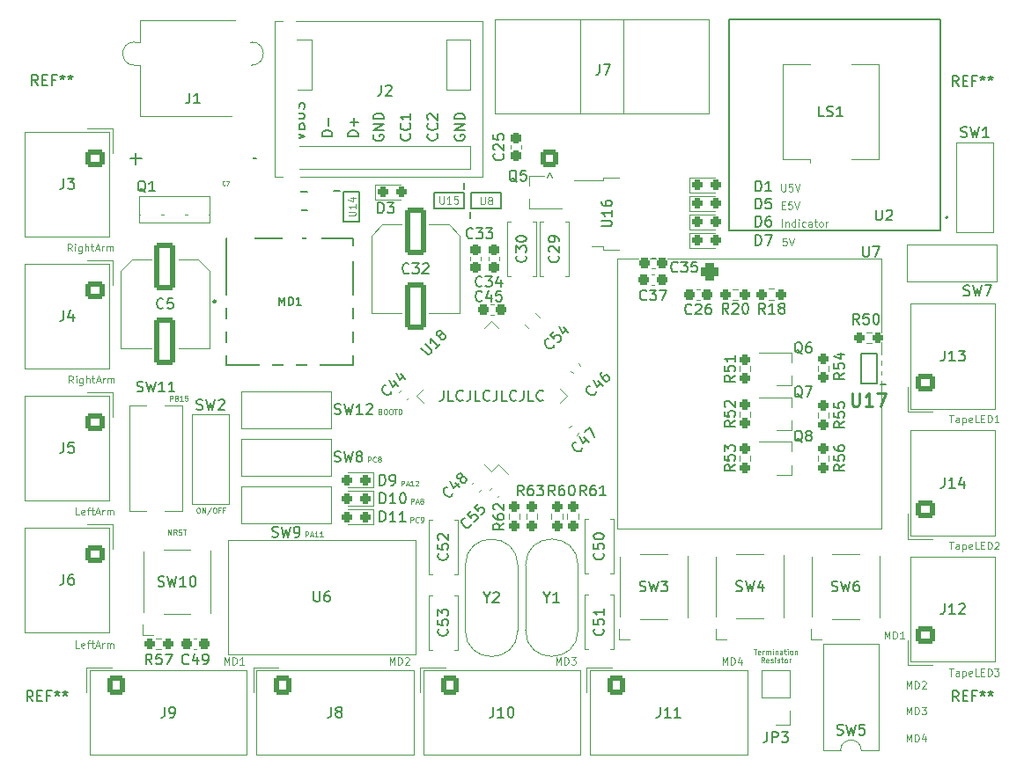
<source format=gto>
%TF.GenerationSoftware,KiCad,Pcbnew,(6.0.11)*%
%TF.CreationDate,2023-06-24T18:02:59+09:00*%
%TF.ProjectId,main,6d61696e-2e6b-4696-9361-645f70636258,rev?*%
%TF.SameCoordinates,Original*%
%TF.FileFunction,Legend,Top*%
%TF.FilePolarity,Positive*%
%FSLAX46Y46*%
G04 Gerber Fmt 4.6, Leading zero omitted, Abs format (unit mm)*
G04 Created by KiCad (PCBNEW (6.0.11)) date 2023-06-24 18:02:59*
%MOMM*%
%LPD*%
G01*
G04 APERTURE LIST*
G04 Aperture macros list*
%AMRoundRect*
0 Rectangle with rounded corners*
0 $1 Rounding radius*
0 $2 $3 $4 $5 $6 $7 $8 $9 X,Y pos of 4 corners*
0 Add a 4 corners polygon primitive as box body*
4,1,4,$2,$3,$4,$5,$6,$7,$8,$9,$2,$3,0*
0 Add four circle primitives for the rounded corners*
1,1,$1+$1,$2,$3*
1,1,$1+$1,$4,$5*
1,1,$1+$1,$6,$7*
1,1,$1+$1,$8,$9*
0 Add four rect primitives between the rounded corners*
20,1,$1+$1,$2,$3,$4,$5,0*
20,1,$1+$1,$4,$5,$6,$7,0*
20,1,$1+$1,$6,$7,$8,$9,0*
20,1,$1+$1,$8,$9,$2,$3,0*%
%AMFreePoly0*
4,1,53,0.885000,-2.035000,0.700000,-2.035000,0.700000,-3.665000,0.695106,-3.680063,0.695106,-3.695902,0.685796,-3.708716,0.680902,-3.723779,0.668089,-3.733089,0.658779,-3.745902,0.643716,-3.750796,0.630902,-3.760106,0.615063,-3.760106,0.600000,-3.765000,-0.600000,-3.765000,-0.615063,-3.760106,-0.630902,-3.760106,-0.643716,-3.750796,-0.658779,-3.745902,-0.668089,-3.733089,-0.680902,-3.723779,
-0.685796,-3.708716,-0.695106,-3.695902,-0.695106,-3.680063,-0.700000,-3.665000,-0.700000,-2.035000,-0.885000,-2.035000,-0.885000,0.450000,-2.515000,0.450000,-2.530063,0.454894,-2.545902,0.454894,-2.558716,0.464204,-2.573779,0.469098,-2.583089,0.481911,-2.595902,0.491221,-2.600796,0.506284,-2.610106,0.519098,-2.610106,0.534937,-2.615000,0.550000,-2.615000,1.750000,-2.610106,1.765063,
-2.610106,1.780902,-2.600796,1.793716,-2.595902,1.808779,-2.583089,1.818089,-2.573779,1.830902,-2.558716,1.835796,-2.545902,1.845106,-2.530063,1.845106,-2.515000,1.850000,-0.885000,1.850000,-0.885000,2.035000,0.885000,2.035000,0.885000,-2.035000,0.885000,-2.035000,$1*%
%AMFreePoly1*
4,1,53,-0.534937,2.610106,-0.519098,2.610106,-0.506284,2.600796,-0.491221,2.595902,-0.481911,2.583089,-0.469098,2.573779,-0.464204,2.558716,-0.454894,2.545902,-0.454894,2.530063,-0.450000,2.515000,-0.450000,0.885000,0.450000,0.885000,0.450000,2.515000,0.454894,2.530063,0.454894,2.545902,0.464204,2.558716,0.469098,2.573779,0.481911,2.583089,0.491221,2.595902,0.506284,2.600796,
0.519098,2.610106,0.534937,2.610106,0.550000,2.615000,1.750000,2.615000,1.765063,2.610106,1.780902,2.610106,1.793716,2.600796,1.808779,2.595902,1.818089,2.583089,1.830902,2.573779,1.835796,2.558716,1.845106,2.545902,1.845106,2.530063,1.850000,2.515000,1.850000,0.885000,2.035000,0.885000,2.035000,-0.885000,-2.035000,-0.885000,-2.035000,0.885000,-1.850000,0.885000,
-1.850000,2.515000,-1.845106,2.530063,-1.845106,2.545902,-1.835796,2.558716,-1.830902,2.573779,-1.818089,2.583089,-1.808779,2.595902,-1.793716,2.600796,-1.780902,2.610106,-1.765063,2.610106,-1.750000,2.615000,-0.550000,2.615000,-0.534937,2.610106,-0.534937,2.610106,$1*%
%AMFreePoly2*
4,1,29,0.885000,1.850000,2.515000,1.850000,2.530063,1.845106,2.545902,1.845106,2.558716,1.835796,2.573779,1.830902,2.583089,1.818089,2.595902,1.808779,2.600796,1.793716,2.610106,1.780902,2.610106,1.765063,2.615000,1.750000,2.615000,0.550000,2.610106,0.534937,2.610106,0.519098,2.600796,0.506284,2.595902,0.491221,2.583089,0.481911,2.573779,0.469098,2.558716,0.464204,
2.545902,0.454894,2.530063,0.454894,2.515000,0.450000,0.885000,0.450000,0.885000,-2.035000,-0.885000,-2.035000,-0.885000,2.035000,0.885000,2.035000,0.885000,1.850000,0.885000,1.850000,$1*%
G04 Aperture macros list end*
%ADD10C,0.100000*%
%ADD11C,0.120000*%
%ADD12C,0.150000*%
%ADD13C,0.254000*%
%ADD14C,0.098425*%
%ADD15C,0.200000*%
%ADD16C,0.127000*%
%ADD17C,0.250000*%
%ADD18RoundRect,0.250000X0.574524X0.097227X0.097227X0.574524X-0.574524X-0.097227X-0.097227X-0.574524X0*%
%ADD19RoundRect,0.237500X-0.044194X-0.380070X0.380070X0.044194X0.044194X0.380070X-0.380070X-0.044194X0*%
%ADD20R,2.200000X1.200000*%
%ADD21R,6.400000X5.800000*%
%ADD22RoundRect,0.237500X0.237500X-0.250000X0.237500X0.250000X-0.237500X0.250000X-0.237500X-0.250000X0*%
%ADD23R,3.400000X1.300000*%
%ADD24RoundRect,0.237500X0.300000X0.237500X-0.300000X0.237500X-0.300000X-0.237500X0.300000X-0.237500X0*%
%ADD25R,0.575000X0.620000*%
%ADD26RoundRect,0.250001X-0.799999X1.999999X-0.799999X-1.999999X0.799999X-1.999999X0.799999X1.999999X0*%
%ADD27R,0.620000X0.575000*%
%ADD28C,1.524000*%
%ADD29C,1.500000*%
%ADD30RoundRect,0.237500X-0.237500X0.250000X-0.237500X-0.250000X0.237500X-0.250000X0.237500X0.250000X0*%
%ADD31RoundRect,0.237500X0.380070X-0.044194X-0.044194X0.380070X-0.380070X0.044194X0.044194X-0.380070X0*%
%ADD32R,1.250000X1.820000*%
%ADD33RoundRect,0.237500X-0.287500X-0.237500X0.287500X-0.237500X0.287500X0.237500X-0.287500X0.237500X0*%
%ADD34C,1.600000*%
%ADD35C,2.200000*%
%ADD36RoundRect,0.250000X0.600000X-0.600000X0.600000X0.600000X-0.600000X0.600000X-0.600000X-0.600000X0*%
%ADD37C,1.700000*%
%ADD38R,1.900000X0.800000*%
%ADD39RoundRect,0.237500X0.044194X0.380070X-0.380070X-0.044194X-0.044194X-0.380070X0.380070X0.044194X0*%
%ADD40R,1.308000X1.308000*%
%ADD41C,1.308000*%
%ADD42R,3.000000X1.200000*%
%ADD43FreePoly0,270.000000*%
%ADD44FreePoly1,0.000000*%
%ADD45FreePoly2,0.000000*%
%ADD46R,1.200000X3.000000*%
%ADD47R,1.500000X1.200000*%
%ADD48R,1.600000X1.600000*%
%ADD49O,1.600000X1.600000*%
%ADD50RoundRect,0.237500X-0.237500X0.300000X-0.237500X-0.300000X0.237500X-0.300000X0.237500X0.300000X0*%
%ADD51RoundRect,0.250000X-0.600000X-0.675000X0.600000X-0.675000X0.600000X0.675000X-0.600000X0.675000X0*%
%ADD52O,1.700000X1.850000*%
%ADD53RoundRect,0.237500X-0.250000X-0.237500X0.250000X-0.237500X0.250000X0.237500X-0.250000X0.237500X0*%
%ADD54RoundRect,0.250000X-0.675000X0.600000X-0.675000X-0.600000X0.675000X-0.600000X0.675000X0.600000X0*%
%ADD55O,1.850000X1.700000*%
%ADD56RoundRect,0.237500X0.287500X0.237500X-0.287500X0.237500X-0.287500X-0.237500X0.287500X-0.237500X0*%
%ADD57RoundRect,0.237500X-0.300000X-0.237500X0.300000X-0.237500X0.300000X0.237500X-0.300000X0.237500X0*%
%ADD58RoundRect,0.425000X-0.425000X-0.425000X0.425000X-0.425000X0.425000X0.425000X-0.425000X0.425000X0*%
%ADD59RoundRect,0.250000X0.675000X-0.600000X0.675000X0.600000X-0.675000X0.600000X-0.675000X-0.600000X0*%
%ADD60C,1.400000*%
%ADD61R,3.500000X3.500000*%
%ADD62C,3.500000*%
%ADD63R,1.400000X1.600000*%
%ADD64R,1.717500X1.800000*%
%ADD65O,1.717500X1.800000*%
%ADD66R,1.530000X2.720000*%
%ADD67R,1.700000X1.700000*%
%ADD68O,1.700000X1.700000*%
%ADD69R,1.524000X1.524000*%
%ADD70RoundRect,0.075000X0.548008X-0.441942X-0.441942X0.548008X-0.548008X0.441942X0.441942X-0.548008X0*%
%ADD71RoundRect,0.075000X0.548008X0.441942X0.441942X0.548008X-0.548008X-0.441942X-0.441942X-0.548008X0*%
%ADD72RoundRect,0.237500X0.237500X-0.300000X0.237500X0.300000X-0.237500X0.300000X-0.237500X-0.300000X0*%
%ADD73RoundRect,0.237500X0.250000X0.237500X-0.250000X0.237500X-0.250000X-0.237500X0.250000X-0.237500X0*%
G04 APERTURE END LIST*
D10*
X157266666Y-75816666D02*
X157266666Y-76383333D01*
X157300000Y-76450000D01*
X157333333Y-76483333D01*
X157400000Y-76516666D01*
X157533333Y-76516666D01*
X157600000Y-76483333D01*
X157633333Y-76450000D01*
X157666666Y-76383333D01*
X157666666Y-75816666D01*
X158333333Y-75816666D02*
X158000000Y-75816666D01*
X157966666Y-76150000D01*
X158000000Y-76116666D01*
X158066666Y-76083333D01*
X158233333Y-76083333D01*
X158300000Y-76116666D01*
X158333333Y-76150000D01*
X158366666Y-76216666D01*
X158366666Y-76383333D01*
X158333333Y-76450000D01*
X158300000Y-76483333D01*
X158233333Y-76516666D01*
X158066666Y-76516666D01*
X158000000Y-76483333D01*
X157966666Y-76450000D01*
X158566666Y-75816666D02*
X158800000Y-76516666D01*
X159033333Y-75816666D01*
X120699771Y-104877790D02*
X120699771Y-104377790D01*
X120890247Y-104377790D01*
X120937866Y-104401600D01*
X120961676Y-104425409D01*
X120985485Y-104473028D01*
X120985485Y-104544457D01*
X120961676Y-104592076D01*
X120937866Y-104615885D01*
X120890247Y-104639695D01*
X120699771Y-104639695D01*
X121175961Y-104734933D02*
X121414057Y-104734933D01*
X121128342Y-104877790D02*
X121295009Y-104377790D01*
X121461676Y-104877790D01*
X121890247Y-104877790D02*
X121604533Y-104877790D01*
X121747390Y-104877790D02*
X121747390Y-104377790D01*
X121699771Y-104449219D01*
X121652152Y-104496838D01*
X121604533Y-104520647D01*
X122080723Y-104425409D02*
X122104533Y-104401600D01*
X122152152Y-104377790D01*
X122271200Y-104377790D01*
X122318819Y-104401600D01*
X122342628Y-104425409D01*
X122366438Y-104473028D01*
X122366438Y-104520647D01*
X122342628Y-104592076D01*
X122056914Y-104877790D01*
X122366438Y-104877790D01*
X118704533Y-97715885D02*
X118775961Y-97739695D01*
X118799771Y-97763504D01*
X118823580Y-97811123D01*
X118823580Y-97882552D01*
X118799771Y-97930171D01*
X118775961Y-97953980D01*
X118728342Y-97977790D01*
X118537866Y-97977790D01*
X118537866Y-97477790D01*
X118704533Y-97477790D01*
X118752152Y-97501600D01*
X118775961Y-97525409D01*
X118799771Y-97573028D01*
X118799771Y-97620647D01*
X118775961Y-97668266D01*
X118752152Y-97692076D01*
X118704533Y-97715885D01*
X118537866Y-97715885D01*
X119133104Y-97477790D02*
X119228342Y-97477790D01*
X119275961Y-97501600D01*
X119323580Y-97549219D01*
X119347390Y-97644457D01*
X119347390Y-97811123D01*
X119323580Y-97906361D01*
X119275961Y-97953980D01*
X119228342Y-97977790D01*
X119133104Y-97977790D01*
X119085485Y-97953980D01*
X119037866Y-97906361D01*
X119014057Y-97811123D01*
X119014057Y-97644457D01*
X119037866Y-97549219D01*
X119085485Y-97501600D01*
X119133104Y-97477790D01*
X119656914Y-97477790D02*
X119752152Y-97477790D01*
X119799771Y-97501600D01*
X119847390Y-97549219D01*
X119871200Y-97644457D01*
X119871200Y-97811123D01*
X119847390Y-97906361D01*
X119799771Y-97953980D01*
X119752152Y-97977790D01*
X119656914Y-97977790D01*
X119609295Y-97953980D01*
X119561676Y-97906361D01*
X119537866Y-97811123D01*
X119537866Y-97644457D01*
X119561676Y-97549219D01*
X119609295Y-97501600D01*
X119656914Y-97477790D01*
X120014057Y-97477790D02*
X120299771Y-97477790D01*
X120156914Y-97977790D02*
X120156914Y-97477790D01*
X120561676Y-97477790D02*
X120609295Y-97477790D01*
X120656914Y-97501600D01*
X120680723Y-97525409D01*
X120704533Y-97573028D01*
X120728342Y-97668266D01*
X120728342Y-97787314D01*
X120704533Y-97882552D01*
X120680723Y-97930171D01*
X120656914Y-97953980D01*
X120609295Y-97977790D01*
X120561676Y-97977790D01*
X120514057Y-97953980D01*
X120490247Y-97930171D01*
X120466438Y-97882552D01*
X120442628Y-97787314D01*
X120442628Y-97668266D01*
X120466438Y-97573028D01*
X120490247Y-97525409D01*
X120514057Y-97501600D01*
X120561676Y-97477790D01*
X111499771Y-109777790D02*
X111499771Y-109277790D01*
X111690247Y-109277790D01*
X111737866Y-109301600D01*
X111761676Y-109325409D01*
X111785485Y-109373028D01*
X111785485Y-109444457D01*
X111761676Y-109492076D01*
X111737866Y-109515885D01*
X111690247Y-109539695D01*
X111499771Y-109539695D01*
X111975961Y-109634933D02*
X112214057Y-109634933D01*
X111928342Y-109777790D02*
X112095009Y-109277790D01*
X112261676Y-109777790D01*
X112690247Y-109777790D02*
X112404533Y-109777790D01*
X112547390Y-109777790D02*
X112547390Y-109277790D01*
X112499771Y-109349219D01*
X112452152Y-109396838D01*
X112404533Y-109420647D01*
X113166438Y-109777790D02*
X112880723Y-109777790D01*
X113023580Y-109777790D02*
X113023580Y-109277790D01*
X112975961Y-109349219D01*
X112928342Y-109396838D01*
X112880723Y-109420647D01*
D11*
X173404533Y-98068266D02*
X173804533Y-98068266D01*
X173604533Y-98768266D02*
X173604533Y-98068266D01*
X174337866Y-98768266D02*
X174337866Y-98401600D01*
X174304533Y-98334933D01*
X174237866Y-98301600D01*
X174104533Y-98301600D01*
X174037866Y-98334933D01*
X174337866Y-98734933D02*
X174271200Y-98768266D01*
X174104533Y-98768266D01*
X174037866Y-98734933D01*
X174004533Y-98668266D01*
X174004533Y-98601600D01*
X174037866Y-98534933D01*
X174104533Y-98501600D01*
X174271200Y-98501600D01*
X174337866Y-98468266D01*
X174671200Y-98301600D02*
X174671200Y-99001600D01*
X174671200Y-98334933D02*
X174737866Y-98301600D01*
X174871200Y-98301600D01*
X174937866Y-98334933D01*
X174971200Y-98368266D01*
X175004533Y-98434933D01*
X175004533Y-98634933D01*
X174971200Y-98701600D01*
X174937866Y-98734933D01*
X174871200Y-98768266D01*
X174737866Y-98768266D01*
X174671200Y-98734933D01*
X175571200Y-98734933D02*
X175504533Y-98768266D01*
X175371200Y-98768266D01*
X175304533Y-98734933D01*
X175271200Y-98668266D01*
X175271200Y-98401600D01*
X175304533Y-98334933D01*
X175371200Y-98301600D01*
X175504533Y-98301600D01*
X175571200Y-98334933D01*
X175604533Y-98401600D01*
X175604533Y-98468266D01*
X175271200Y-98534933D01*
X176237866Y-98768266D02*
X175904533Y-98768266D01*
X175904533Y-98068266D01*
X176471200Y-98401600D02*
X176704533Y-98401600D01*
X176804533Y-98768266D02*
X176471200Y-98768266D01*
X176471200Y-98068266D01*
X176804533Y-98068266D01*
X177104533Y-98768266D02*
X177104533Y-98068266D01*
X177271200Y-98068266D01*
X177371200Y-98101600D01*
X177437866Y-98168266D01*
X177471200Y-98234933D01*
X177504533Y-98368266D01*
X177504533Y-98468266D01*
X177471200Y-98601600D01*
X177437866Y-98668266D01*
X177371200Y-98734933D01*
X177271200Y-98768266D01*
X177104533Y-98768266D01*
X178171200Y-98768266D02*
X177771200Y-98768266D01*
X177971200Y-98768266D02*
X177971200Y-98068266D01*
X177904533Y-98168266D01*
X177837866Y-98234933D01*
X177771200Y-98268266D01*
X135604533Y-122068266D02*
X135604533Y-121368266D01*
X135837866Y-121868266D01*
X136071200Y-121368266D01*
X136071200Y-122068266D01*
X136404533Y-122068266D02*
X136404533Y-121368266D01*
X136571200Y-121368266D01*
X136671200Y-121401600D01*
X136737866Y-121468266D01*
X136771200Y-121534933D01*
X136804533Y-121668266D01*
X136804533Y-121768266D01*
X136771200Y-121901600D01*
X136737866Y-121968266D01*
X136671200Y-122034933D01*
X136571200Y-122068266D01*
X136404533Y-122068266D01*
X137037866Y-121368266D02*
X137471200Y-121368266D01*
X137237866Y-121634933D01*
X137337866Y-121634933D01*
X137404533Y-121668266D01*
X137437866Y-121701600D01*
X137471200Y-121768266D01*
X137471200Y-121934933D01*
X137437866Y-122001600D01*
X137404533Y-122034933D01*
X137337866Y-122068266D01*
X137137866Y-122068266D01*
X137071200Y-122034933D01*
X137037866Y-122001600D01*
D12*
X124772952Y-95684780D02*
X124772952Y-96399066D01*
X124725333Y-96541923D01*
X124630095Y-96637161D01*
X124487238Y-96684780D01*
X124392000Y-96684780D01*
X125725333Y-96684780D02*
X125249142Y-96684780D01*
X125249142Y-95684780D01*
X126630095Y-96589542D02*
X126582476Y-96637161D01*
X126439619Y-96684780D01*
X126344380Y-96684780D01*
X126201523Y-96637161D01*
X126106285Y-96541923D01*
X126058666Y-96446685D01*
X126011047Y-96256209D01*
X126011047Y-96113352D01*
X126058666Y-95922876D01*
X126106285Y-95827638D01*
X126201523Y-95732400D01*
X126344380Y-95684780D01*
X126439619Y-95684780D01*
X126582476Y-95732400D01*
X126630095Y-95780019D01*
X127344380Y-95684780D02*
X127344380Y-96399066D01*
X127296761Y-96541923D01*
X127201523Y-96637161D01*
X127058666Y-96684780D01*
X126963428Y-96684780D01*
X128296761Y-96684780D02*
X127820571Y-96684780D01*
X127820571Y-95684780D01*
X129201523Y-96589542D02*
X129153904Y-96637161D01*
X129011047Y-96684780D01*
X128915809Y-96684780D01*
X128772952Y-96637161D01*
X128677714Y-96541923D01*
X128630095Y-96446685D01*
X128582476Y-96256209D01*
X128582476Y-96113352D01*
X128630095Y-95922876D01*
X128677714Y-95827638D01*
X128772952Y-95732400D01*
X128915809Y-95684780D01*
X129011047Y-95684780D01*
X129153904Y-95732400D01*
X129201523Y-95780019D01*
X129915809Y-95684780D02*
X129915809Y-96399066D01*
X129868190Y-96541923D01*
X129772952Y-96637161D01*
X129630095Y-96684780D01*
X129534857Y-96684780D01*
X130868190Y-96684780D02*
X130392000Y-96684780D01*
X130392000Y-95684780D01*
X131772952Y-96589542D02*
X131725333Y-96637161D01*
X131582476Y-96684780D01*
X131487238Y-96684780D01*
X131344380Y-96637161D01*
X131249142Y-96541923D01*
X131201523Y-96446685D01*
X131153904Y-96256209D01*
X131153904Y-96113352D01*
X131201523Y-95922876D01*
X131249142Y-95827638D01*
X131344380Y-95732400D01*
X131487238Y-95684780D01*
X131582476Y-95684780D01*
X131725333Y-95732400D01*
X131772952Y-95780019D01*
X132487238Y-95684780D02*
X132487238Y-96399066D01*
X132439619Y-96541923D01*
X132344380Y-96637161D01*
X132201523Y-96684780D01*
X132106285Y-96684780D01*
X133439619Y-96684780D02*
X132963428Y-96684780D01*
X132963428Y-95684780D01*
X134344380Y-96589542D02*
X134296761Y-96637161D01*
X134153904Y-96684780D01*
X134058666Y-96684780D01*
X133915809Y-96637161D01*
X133820571Y-96541923D01*
X133772952Y-96446685D01*
X133725333Y-96256209D01*
X133725333Y-96113352D01*
X133772952Y-95922876D01*
X133820571Y-95827638D01*
X133915809Y-95732400D01*
X134058666Y-95684780D01*
X134153904Y-95684780D01*
X134296761Y-95732400D01*
X134344380Y-95780019D01*
D10*
X98464057Y-96677790D02*
X98464057Y-96177790D01*
X98654533Y-96177790D01*
X98702152Y-96201600D01*
X98725961Y-96225409D01*
X98749771Y-96273028D01*
X98749771Y-96344457D01*
X98725961Y-96392076D01*
X98702152Y-96415885D01*
X98654533Y-96439695D01*
X98464057Y-96439695D01*
X99130723Y-96415885D02*
X99202152Y-96439695D01*
X99225961Y-96463504D01*
X99249771Y-96511123D01*
X99249771Y-96582552D01*
X99225961Y-96630171D01*
X99202152Y-96653980D01*
X99154533Y-96677790D01*
X98964057Y-96677790D01*
X98964057Y-96177790D01*
X99130723Y-96177790D01*
X99178342Y-96201600D01*
X99202152Y-96225409D01*
X99225961Y-96273028D01*
X99225961Y-96320647D01*
X99202152Y-96368266D01*
X99178342Y-96392076D01*
X99130723Y-96415885D01*
X98964057Y-96415885D01*
X99725961Y-96677790D02*
X99440247Y-96677790D01*
X99583104Y-96677790D02*
X99583104Y-96177790D01*
X99535485Y-96249219D01*
X99487866Y-96296838D01*
X99440247Y-96320647D01*
X100178342Y-96177790D02*
X99940247Y-96177790D01*
X99916438Y-96415885D01*
X99940247Y-96392076D01*
X99987866Y-96368266D01*
X100106914Y-96368266D01*
X100154533Y-96392076D01*
X100178342Y-96415885D01*
X100202152Y-96463504D01*
X100202152Y-96582552D01*
X100178342Y-96630171D01*
X100154533Y-96653980D01*
X100106914Y-96677790D01*
X99987866Y-96677790D01*
X99940247Y-96653980D01*
X99916438Y-96630171D01*
D11*
X89154533Y-94968266D02*
X88921200Y-94634933D01*
X88754533Y-94968266D02*
X88754533Y-94268266D01*
X89021200Y-94268266D01*
X89087866Y-94301600D01*
X89121200Y-94334933D01*
X89154533Y-94401600D01*
X89154533Y-94501600D01*
X89121200Y-94568266D01*
X89087866Y-94601600D01*
X89021200Y-94634933D01*
X88754533Y-94634933D01*
X89454533Y-94968266D02*
X89454533Y-94501600D01*
X89454533Y-94268266D02*
X89421200Y-94301600D01*
X89454533Y-94334933D01*
X89487866Y-94301600D01*
X89454533Y-94268266D01*
X89454533Y-94334933D01*
X90087866Y-94501600D02*
X90087866Y-95068266D01*
X90054533Y-95134933D01*
X90021200Y-95168266D01*
X89954533Y-95201600D01*
X89854533Y-95201600D01*
X89787866Y-95168266D01*
X90087866Y-94934933D02*
X90021200Y-94968266D01*
X89887866Y-94968266D01*
X89821200Y-94934933D01*
X89787866Y-94901600D01*
X89754533Y-94834933D01*
X89754533Y-94634933D01*
X89787866Y-94568266D01*
X89821200Y-94534933D01*
X89887866Y-94501600D01*
X90021200Y-94501600D01*
X90087866Y-94534933D01*
X90421200Y-94968266D02*
X90421200Y-94268266D01*
X90721200Y-94968266D02*
X90721200Y-94601600D01*
X90687866Y-94534933D01*
X90621200Y-94501600D01*
X90521200Y-94501600D01*
X90454533Y-94534933D01*
X90421200Y-94568266D01*
X90954533Y-94501600D02*
X91221200Y-94501600D01*
X91054533Y-94268266D02*
X91054533Y-94868266D01*
X91087866Y-94934933D01*
X91154533Y-94968266D01*
X91221200Y-94968266D01*
X91421200Y-94768266D02*
X91754533Y-94768266D01*
X91354533Y-94968266D02*
X91587866Y-94268266D01*
X91821200Y-94968266D01*
X92054533Y-94968266D02*
X92054533Y-94501600D01*
X92054533Y-94634933D02*
X92087866Y-94568266D01*
X92121200Y-94534933D01*
X92187866Y-94501600D01*
X92254533Y-94501600D01*
X92487866Y-94968266D02*
X92487866Y-94501600D01*
X92487866Y-94568266D02*
X92521200Y-94534933D01*
X92587866Y-94501600D01*
X92687866Y-94501600D01*
X92754533Y-94534933D01*
X92787866Y-94601600D01*
X92787866Y-94968266D01*
X92787866Y-94601600D02*
X92821200Y-94534933D01*
X92887866Y-94501600D01*
X92987866Y-94501600D01*
X93054533Y-94534933D01*
X93087866Y-94601600D01*
X93087866Y-94968266D01*
X89754533Y-107668266D02*
X89421200Y-107668266D01*
X89421200Y-106968266D01*
X90254533Y-107634933D02*
X90187866Y-107668266D01*
X90054533Y-107668266D01*
X89987866Y-107634933D01*
X89954533Y-107568266D01*
X89954533Y-107301600D01*
X89987866Y-107234933D01*
X90054533Y-107201600D01*
X90187866Y-107201600D01*
X90254533Y-107234933D01*
X90287866Y-107301600D01*
X90287866Y-107368266D01*
X89954533Y-107434933D01*
X90487866Y-107201600D02*
X90754533Y-107201600D01*
X90587866Y-107668266D02*
X90587866Y-107068266D01*
X90621200Y-107001600D01*
X90687866Y-106968266D01*
X90754533Y-106968266D01*
X90887866Y-107201600D02*
X91154533Y-107201600D01*
X90987866Y-106968266D02*
X90987866Y-107568266D01*
X91021200Y-107634933D01*
X91087866Y-107668266D01*
X91154533Y-107668266D01*
X91354533Y-107468266D02*
X91687866Y-107468266D01*
X91287866Y-107668266D02*
X91521200Y-106968266D01*
X91754533Y-107668266D01*
X91987866Y-107668266D02*
X91987866Y-107201600D01*
X91987866Y-107334933D02*
X92021200Y-107268266D01*
X92054533Y-107234933D01*
X92121200Y-107201600D01*
X92187866Y-107201600D01*
X92421200Y-107668266D02*
X92421200Y-107201600D01*
X92421200Y-107268266D02*
X92454533Y-107234933D01*
X92521200Y-107201600D01*
X92621200Y-107201600D01*
X92687866Y-107234933D01*
X92721200Y-107301600D01*
X92721200Y-107668266D01*
X92721200Y-107301600D02*
X92754533Y-107234933D01*
X92821200Y-107201600D01*
X92921200Y-107201600D01*
X92987866Y-107234933D01*
X93021200Y-107301600D01*
X93021200Y-107668266D01*
X173404533Y-110268266D02*
X173804533Y-110268266D01*
X173604533Y-110968266D02*
X173604533Y-110268266D01*
X174337866Y-110968266D02*
X174337866Y-110601600D01*
X174304533Y-110534933D01*
X174237866Y-110501600D01*
X174104533Y-110501600D01*
X174037866Y-110534933D01*
X174337866Y-110934933D02*
X174271200Y-110968266D01*
X174104533Y-110968266D01*
X174037866Y-110934933D01*
X174004533Y-110868266D01*
X174004533Y-110801600D01*
X174037866Y-110734933D01*
X174104533Y-110701600D01*
X174271200Y-110701600D01*
X174337866Y-110668266D01*
X174671200Y-110501600D02*
X174671200Y-111201600D01*
X174671200Y-110534933D02*
X174737866Y-110501600D01*
X174871200Y-110501600D01*
X174937866Y-110534933D01*
X174971200Y-110568266D01*
X175004533Y-110634933D01*
X175004533Y-110834933D01*
X174971200Y-110901600D01*
X174937866Y-110934933D01*
X174871200Y-110968266D01*
X174737866Y-110968266D01*
X174671200Y-110934933D01*
X175571200Y-110934933D02*
X175504533Y-110968266D01*
X175371200Y-110968266D01*
X175304533Y-110934933D01*
X175271200Y-110868266D01*
X175271200Y-110601600D01*
X175304533Y-110534933D01*
X175371200Y-110501600D01*
X175504533Y-110501600D01*
X175571200Y-110534933D01*
X175604533Y-110601600D01*
X175604533Y-110668266D01*
X175271200Y-110734933D01*
X176237866Y-110968266D02*
X175904533Y-110968266D01*
X175904533Y-110268266D01*
X176471200Y-110601600D02*
X176704533Y-110601600D01*
X176804533Y-110968266D02*
X176471200Y-110968266D01*
X176471200Y-110268266D01*
X176804533Y-110268266D01*
X177104533Y-110968266D02*
X177104533Y-110268266D01*
X177271200Y-110268266D01*
X177371200Y-110301600D01*
X177437866Y-110368266D01*
X177471200Y-110434933D01*
X177504533Y-110568266D01*
X177504533Y-110668266D01*
X177471200Y-110801600D01*
X177437866Y-110868266D01*
X177371200Y-110934933D01*
X177271200Y-110968266D01*
X177104533Y-110968266D01*
X177771200Y-110334933D02*
X177804533Y-110301600D01*
X177871200Y-110268266D01*
X178037866Y-110268266D01*
X178104533Y-110301600D01*
X178137866Y-110334933D01*
X178171200Y-110401600D01*
X178171200Y-110468266D01*
X178137866Y-110568266D01*
X177737866Y-110968266D01*
X178171200Y-110968266D01*
X169304533Y-124368266D02*
X169304533Y-123668266D01*
X169537866Y-124168266D01*
X169771200Y-123668266D01*
X169771200Y-124368266D01*
X170104533Y-124368266D02*
X170104533Y-123668266D01*
X170271200Y-123668266D01*
X170371200Y-123701600D01*
X170437866Y-123768266D01*
X170471200Y-123834933D01*
X170504533Y-123968266D01*
X170504533Y-124068266D01*
X170471200Y-124201600D01*
X170437866Y-124268266D01*
X170371200Y-124334933D01*
X170271200Y-124368266D01*
X170104533Y-124368266D01*
X170771200Y-123734933D02*
X170804533Y-123701600D01*
X170871200Y-123668266D01*
X171037866Y-123668266D01*
X171104533Y-123701600D01*
X171137866Y-123734933D01*
X171171200Y-123801600D01*
X171171200Y-123868266D01*
X171137866Y-123968266D01*
X170737866Y-124368266D01*
X171171200Y-124368266D01*
X173404533Y-122468266D02*
X173804533Y-122468266D01*
X173604533Y-123168266D02*
X173604533Y-122468266D01*
X174337866Y-123168266D02*
X174337866Y-122801600D01*
X174304533Y-122734933D01*
X174237866Y-122701600D01*
X174104533Y-122701600D01*
X174037866Y-122734933D01*
X174337866Y-123134933D02*
X174271200Y-123168266D01*
X174104533Y-123168266D01*
X174037866Y-123134933D01*
X174004533Y-123068266D01*
X174004533Y-123001600D01*
X174037866Y-122934933D01*
X174104533Y-122901600D01*
X174271200Y-122901600D01*
X174337866Y-122868266D01*
X174671200Y-122701600D02*
X174671200Y-123401600D01*
X174671200Y-122734933D02*
X174737866Y-122701600D01*
X174871200Y-122701600D01*
X174937866Y-122734933D01*
X174971200Y-122768266D01*
X175004533Y-122834933D01*
X175004533Y-123034933D01*
X174971200Y-123101600D01*
X174937866Y-123134933D01*
X174871200Y-123168266D01*
X174737866Y-123168266D01*
X174671200Y-123134933D01*
X175571200Y-123134933D02*
X175504533Y-123168266D01*
X175371200Y-123168266D01*
X175304533Y-123134933D01*
X175271200Y-123068266D01*
X175271200Y-122801600D01*
X175304533Y-122734933D01*
X175371200Y-122701600D01*
X175504533Y-122701600D01*
X175571200Y-122734933D01*
X175604533Y-122801600D01*
X175604533Y-122868266D01*
X175271200Y-122934933D01*
X176237866Y-123168266D02*
X175904533Y-123168266D01*
X175904533Y-122468266D01*
X176471200Y-122801600D02*
X176704533Y-122801600D01*
X176804533Y-123168266D02*
X176471200Y-123168266D01*
X176471200Y-122468266D01*
X176804533Y-122468266D01*
X177104533Y-123168266D02*
X177104533Y-122468266D01*
X177271200Y-122468266D01*
X177371200Y-122501600D01*
X177437866Y-122568266D01*
X177471200Y-122634933D01*
X177504533Y-122768266D01*
X177504533Y-122868266D01*
X177471200Y-123001600D01*
X177437866Y-123068266D01*
X177371200Y-123134933D01*
X177271200Y-123168266D01*
X177104533Y-123168266D01*
X177737866Y-122468266D02*
X178171200Y-122468266D01*
X177937866Y-122734933D01*
X178037866Y-122734933D01*
X178104533Y-122768266D01*
X178137866Y-122801600D01*
X178171200Y-122868266D01*
X178171200Y-123034933D01*
X178137866Y-123101600D01*
X178104533Y-123134933D01*
X178037866Y-123168266D01*
X177837866Y-123168266D01*
X177771200Y-123134933D01*
X177737866Y-123101600D01*
X169304533Y-126868266D02*
X169304533Y-126168266D01*
X169537866Y-126668266D01*
X169771200Y-126168266D01*
X169771200Y-126868266D01*
X170104533Y-126868266D02*
X170104533Y-126168266D01*
X170271200Y-126168266D01*
X170371200Y-126201600D01*
X170437866Y-126268266D01*
X170471200Y-126334933D01*
X170504533Y-126468266D01*
X170504533Y-126568266D01*
X170471200Y-126701600D01*
X170437866Y-126768266D01*
X170371200Y-126834933D01*
X170271200Y-126868266D01*
X170104533Y-126868266D01*
X170737866Y-126168266D02*
X171171200Y-126168266D01*
X170937866Y-126434933D01*
X171037866Y-126434933D01*
X171104533Y-126468266D01*
X171137866Y-126501600D01*
X171171200Y-126568266D01*
X171171200Y-126734933D01*
X171137866Y-126801600D01*
X171104533Y-126834933D01*
X171037866Y-126868266D01*
X170837866Y-126868266D01*
X170771200Y-126834933D01*
X170737866Y-126801600D01*
X89754533Y-120468266D02*
X89421200Y-120468266D01*
X89421200Y-119768266D01*
X90254533Y-120434933D02*
X90187866Y-120468266D01*
X90054533Y-120468266D01*
X89987866Y-120434933D01*
X89954533Y-120368266D01*
X89954533Y-120101600D01*
X89987866Y-120034933D01*
X90054533Y-120001600D01*
X90187866Y-120001600D01*
X90254533Y-120034933D01*
X90287866Y-120101600D01*
X90287866Y-120168266D01*
X89954533Y-120234933D01*
X90487866Y-120001600D02*
X90754533Y-120001600D01*
X90587866Y-120468266D02*
X90587866Y-119868266D01*
X90621200Y-119801600D01*
X90687866Y-119768266D01*
X90754533Y-119768266D01*
X90887866Y-120001600D02*
X91154533Y-120001600D01*
X90987866Y-119768266D02*
X90987866Y-120368266D01*
X91021200Y-120434933D01*
X91087866Y-120468266D01*
X91154533Y-120468266D01*
X91354533Y-120268266D02*
X91687866Y-120268266D01*
X91287866Y-120468266D02*
X91521200Y-119768266D01*
X91754533Y-120468266D01*
X91987866Y-120468266D02*
X91987866Y-120001600D01*
X91987866Y-120134933D02*
X92021200Y-120068266D01*
X92054533Y-120034933D01*
X92121200Y-120001600D01*
X92187866Y-120001600D01*
X92421200Y-120468266D02*
X92421200Y-120001600D01*
X92421200Y-120068266D02*
X92454533Y-120034933D01*
X92521200Y-120001600D01*
X92621200Y-120001600D01*
X92687866Y-120034933D01*
X92721200Y-120101600D01*
X92721200Y-120468266D01*
X92721200Y-120101600D02*
X92754533Y-120034933D01*
X92821200Y-120001600D01*
X92921200Y-120001600D01*
X92987866Y-120034933D01*
X93021200Y-120101600D01*
X93021200Y-120468266D01*
D10*
X157766666Y-81016666D02*
X157433333Y-81016666D01*
X157400000Y-81350000D01*
X157433333Y-81316666D01*
X157500000Y-81283333D01*
X157666666Y-81283333D01*
X157733333Y-81316666D01*
X157766666Y-81350000D01*
X157800000Y-81416666D01*
X157800000Y-81583333D01*
X157766666Y-81650000D01*
X157733333Y-81683333D01*
X157666666Y-81716666D01*
X157500000Y-81716666D01*
X157433333Y-81683333D01*
X157400000Y-81650000D01*
X158000000Y-81016666D02*
X158233333Y-81716666D01*
X158466666Y-81016666D01*
X154590247Y-120575290D02*
X154875961Y-120575290D01*
X154733104Y-121075290D02*
X154733104Y-120575290D01*
X155233104Y-121051480D02*
X155185485Y-121075290D01*
X155090247Y-121075290D01*
X155042628Y-121051480D01*
X155018819Y-121003861D01*
X155018819Y-120813385D01*
X155042628Y-120765766D01*
X155090247Y-120741957D01*
X155185485Y-120741957D01*
X155233104Y-120765766D01*
X155256914Y-120813385D01*
X155256914Y-120861004D01*
X155018819Y-120908623D01*
X155471200Y-121075290D02*
X155471200Y-120741957D01*
X155471200Y-120837195D02*
X155495009Y-120789576D01*
X155518819Y-120765766D01*
X155566438Y-120741957D01*
X155614057Y-120741957D01*
X155780723Y-121075290D02*
X155780723Y-120741957D01*
X155780723Y-120789576D02*
X155804533Y-120765766D01*
X155852152Y-120741957D01*
X155923580Y-120741957D01*
X155971200Y-120765766D01*
X155995009Y-120813385D01*
X155995009Y-121075290D01*
X155995009Y-120813385D02*
X156018819Y-120765766D01*
X156066438Y-120741957D01*
X156137866Y-120741957D01*
X156185485Y-120765766D01*
X156209295Y-120813385D01*
X156209295Y-121075290D01*
X156447390Y-121075290D02*
X156447390Y-120741957D01*
X156447390Y-120575290D02*
X156423580Y-120599100D01*
X156447390Y-120622909D01*
X156471200Y-120599100D01*
X156447390Y-120575290D01*
X156447390Y-120622909D01*
X156685485Y-120741957D02*
X156685485Y-121075290D01*
X156685485Y-120789576D02*
X156709295Y-120765766D01*
X156756914Y-120741957D01*
X156828342Y-120741957D01*
X156875961Y-120765766D01*
X156899771Y-120813385D01*
X156899771Y-121075290D01*
X157352152Y-121075290D02*
X157352152Y-120813385D01*
X157328342Y-120765766D01*
X157280723Y-120741957D01*
X157185485Y-120741957D01*
X157137866Y-120765766D01*
X157352152Y-121051480D02*
X157304533Y-121075290D01*
X157185485Y-121075290D01*
X157137866Y-121051480D01*
X157114057Y-121003861D01*
X157114057Y-120956242D01*
X157137866Y-120908623D01*
X157185485Y-120884814D01*
X157304533Y-120884814D01*
X157352152Y-120861004D01*
X157518819Y-120741957D02*
X157709295Y-120741957D01*
X157590247Y-120575290D02*
X157590247Y-121003861D01*
X157614057Y-121051480D01*
X157661676Y-121075290D01*
X157709295Y-121075290D01*
X157875961Y-121075290D02*
X157875961Y-120741957D01*
X157875961Y-120575290D02*
X157852152Y-120599100D01*
X157875961Y-120622909D01*
X157899771Y-120599100D01*
X157875961Y-120575290D01*
X157875961Y-120622909D01*
X158185485Y-121075290D02*
X158137866Y-121051480D01*
X158114057Y-121027671D01*
X158090247Y-120980052D01*
X158090247Y-120837195D01*
X158114057Y-120789576D01*
X158137866Y-120765766D01*
X158185485Y-120741957D01*
X158256914Y-120741957D01*
X158304533Y-120765766D01*
X158328342Y-120789576D01*
X158352152Y-120837195D01*
X158352152Y-120980052D01*
X158328342Y-121027671D01*
X158304533Y-121051480D01*
X158256914Y-121075290D01*
X158185485Y-121075290D01*
X158566438Y-120741957D02*
X158566438Y-121075290D01*
X158566438Y-120789576D02*
X158590247Y-120765766D01*
X158637866Y-120741957D01*
X158709295Y-120741957D01*
X158756914Y-120765766D01*
X158780723Y-120813385D01*
X158780723Y-121075290D01*
X155614057Y-121880290D02*
X155447390Y-121642195D01*
X155328342Y-121880290D02*
X155328342Y-121380290D01*
X155518819Y-121380290D01*
X155566438Y-121404100D01*
X155590247Y-121427909D01*
X155614057Y-121475528D01*
X155614057Y-121546957D01*
X155590247Y-121594576D01*
X155566438Y-121618385D01*
X155518819Y-121642195D01*
X155328342Y-121642195D01*
X156018819Y-121856480D02*
X155971200Y-121880290D01*
X155875961Y-121880290D01*
X155828342Y-121856480D01*
X155804533Y-121808861D01*
X155804533Y-121618385D01*
X155828342Y-121570766D01*
X155875961Y-121546957D01*
X155971200Y-121546957D01*
X156018819Y-121570766D01*
X156042628Y-121618385D01*
X156042628Y-121666004D01*
X155804533Y-121713623D01*
X156233104Y-121856480D02*
X156280723Y-121880290D01*
X156375961Y-121880290D01*
X156423580Y-121856480D01*
X156447390Y-121808861D01*
X156447390Y-121785052D01*
X156423580Y-121737433D01*
X156375961Y-121713623D01*
X156304533Y-121713623D01*
X156256914Y-121689814D01*
X156233104Y-121642195D01*
X156233104Y-121618385D01*
X156256914Y-121570766D01*
X156304533Y-121546957D01*
X156375961Y-121546957D01*
X156423580Y-121570766D01*
X156661676Y-121880290D02*
X156661676Y-121546957D01*
X156661676Y-121380290D02*
X156637866Y-121404100D01*
X156661676Y-121427909D01*
X156685485Y-121404100D01*
X156661676Y-121380290D01*
X156661676Y-121427909D01*
X156875961Y-121856480D02*
X156923580Y-121880290D01*
X157018819Y-121880290D01*
X157066438Y-121856480D01*
X157090247Y-121808861D01*
X157090247Y-121785052D01*
X157066438Y-121737433D01*
X157018819Y-121713623D01*
X156947390Y-121713623D01*
X156899771Y-121689814D01*
X156875961Y-121642195D01*
X156875961Y-121618385D01*
X156899771Y-121570766D01*
X156947390Y-121546957D01*
X157018819Y-121546957D01*
X157066438Y-121570766D01*
X157233104Y-121546957D02*
X157423580Y-121546957D01*
X157304533Y-121380290D02*
X157304533Y-121808861D01*
X157328342Y-121856480D01*
X157375961Y-121880290D01*
X157423580Y-121880290D01*
X157661676Y-121880290D02*
X157614057Y-121856480D01*
X157590247Y-121832671D01*
X157566438Y-121785052D01*
X157566438Y-121642195D01*
X157590247Y-121594576D01*
X157614057Y-121570766D01*
X157661676Y-121546957D01*
X157733104Y-121546957D01*
X157780723Y-121570766D01*
X157804533Y-121594576D01*
X157828342Y-121642195D01*
X157828342Y-121785052D01*
X157804533Y-121832671D01*
X157780723Y-121856480D01*
X157733104Y-121880290D01*
X157661676Y-121880290D01*
X158042628Y-121880290D02*
X158042628Y-121546957D01*
X158042628Y-121642195D02*
X158066438Y-121594576D01*
X158090247Y-121570766D01*
X158137866Y-121546957D01*
X158185485Y-121546957D01*
D11*
X167204533Y-119568266D02*
X167204533Y-118868266D01*
X167437866Y-119368266D01*
X167671200Y-118868266D01*
X167671200Y-119568266D01*
X168004533Y-119568266D02*
X168004533Y-118868266D01*
X168171200Y-118868266D01*
X168271200Y-118901600D01*
X168337866Y-118968266D01*
X168371200Y-119034933D01*
X168404533Y-119168266D01*
X168404533Y-119268266D01*
X168371200Y-119401600D01*
X168337866Y-119468266D01*
X168271200Y-119534933D01*
X168171200Y-119568266D01*
X168004533Y-119568266D01*
X169071200Y-119568266D02*
X168671200Y-119568266D01*
X168871200Y-119568266D02*
X168871200Y-118868266D01*
X168804533Y-118968266D01*
X168737866Y-119034933D01*
X168671200Y-119068266D01*
D10*
X117502152Y-102577790D02*
X117502152Y-102077790D01*
X117692628Y-102077790D01*
X117740247Y-102101600D01*
X117764057Y-102125409D01*
X117787866Y-102173028D01*
X117787866Y-102244457D01*
X117764057Y-102292076D01*
X117740247Y-102315885D01*
X117692628Y-102339695D01*
X117502152Y-102339695D01*
X118287866Y-102530171D02*
X118264057Y-102553980D01*
X118192628Y-102577790D01*
X118145009Y-102577790D01*
X118073580Y-102553980D01*
X118025961Y-102506361D01*
X118002152Y-102458742D01*
X117978342Y-102363504D01*
X117978342Y-102292076D01*
X118002152Y-102196838D01*
X118025961Y-102149219D01*
X118073580Y-102101600D01*
X118145009Y-102077790D01*
X118192628Y-102077790D01*
X118264057Y-102101600D01*
X118287866Y-102125409D01*
X118573580Y-102292076D02*
X118525961Y-102268266D01*
X118502152Y-102244457D01*
X118478342Y-102196838D01*
X118478342Y-102173028D01*
X118502152Y-102125409D01*
X118525961Y-102101600D01*
X118573580Y-102077790D01*
X118668819Y-102077790D01*
X118716438Y-102101600D01*
X118740247Y-102125409D01*
X118764057Y-102173028D01*
X118764057Y-102196838D01*
X118740247Y-102244457D01*
X118716438Y-102268266D01*
X118668819Y-102292076D01*
X118573580Y-102292076D01*
X118525961Y-102315885D01*
X118502152Y-102339695D01*
X118478342Y-102387314D01*
X118478342Y-102482552D01*
X118502152Y-102530171D01*
X118525961Y-102553980D01*
X118573580Y-102577790D01*
X118668819Y-102577790D01*
X118716438Y-102553980D01*
X118740247Y-102530171D01*
X118764057Y-102482552D01*
X118764057Y-102387314D01*
X118740247Y-102339695D01*
X118716438Y-102315885D01*
X118668819Y-102292076D01*
X121602152Y-108377790D02*
X121602152Y-107877790D01*
X121792628Y-107877790D01*
X121840247Y-107901600D01*
X121864057Y-107925409D01*
X121887866Y-107973028D01*
X121887866Y-108044457D01*
X121864057Y-108092076D01*
X121840247Y-108115885D01*
X121792628Y-108139695D01*
X121602152Y-108139695D01*
X122387866Y-108330171D02*
X122364057Y-108353980D01*
X122292628Y-108377790D01*
X122245009Y-108377790D01*
X122173580Y-108353980D01*
X122125961Y-108306361D01*
X122102152Y-108258742D01*
X122078342Y-108163504D01*
X122078342Y-108092076D01*
X122102152Y-107996838D01*
X122125961Y-107949219D01*
X122173580Y-107901600D01*
X122245009Y-107877790D01*
X122292628Y-107877790D01*
X122364057Y-107901600D01*
X122387866Y-107925409D01*
X122625961Y-108377790D02*
X122721200Y-108377790D01*
X122768819Y-108353980D01*
X122792628Y-108330171D01*
X122840247Y-108258742D01*
X122864057Y-108163504D01*
X122864057Y-107973028D01*
X122840247Y-107925409D01*
X122816438Y-107901600D01*
X122768819Y-107877790D01*
X122673580Y-107877790D01*
X122625961Y-107901600D01*
X122602152Y-107925409D01*
X122578342Y-107973028D01*
X122578342Y-108092076D01*
X122602152Y-108139695D01*
X122625961Y-108163504D01*
X122673580Y-108187314D01*
X122768819Y-108187314D01*
X122816438Y-108163504D01*
X122840247Y-108139695D01*
X122864057Y-108092076D01*
X121637866Y-106577790D02*
X121637866Y-106077790D01*
X121828342Y-106077790D01*
X121875961Y-106101600D01*
X121899771Y-106125409D01*
X121923580Y-106173028D01*
X121923580Y-106244457D01*
X121899771Y-106292076D01*
X121875961Y-106315885D01*
X121828342Y-106339695D01*
X121637866Y-106339695D01*
X122114057Y-106434933D02*
X122352152Y-106434933D01*
X122066438Y-106577790D02*
X122233104Y-106077790D01*
X122399771Y-106577790D01*
X122637866Y-106292076D02*
X122590247Y-106268266D01*
X122566438Y-106244457D01*
X122542628Y-106196838D01*
X122542628Y-106173028D01*
X122566438Y-106125409D01*
X122590247Y-106101600D01*
X122637866Y-106077790D01*
X122733104Y-106077790D01*
X122780723Y-106101600D01*
X122804533Y-106125409D01*
X122828342Y-106173028D01*
X122828342Y-106196838D01*
X122804533Y-106244457D01*
X122780723Y-106268266D01*
X122733104Y-106292076D01*
X122637866Y-106292076D01*
X122590247Y-106315885D01*
X122566438Y-106339695D01*
X122542628Y-106387314D01*
X122542628Y-106482552D01*
X122566438Y-106530171D01*
X122590247Y-106553980D01*
X122637866Y-106577790D01*
X122733104Y-106577790D01*
X122780723Y-106553980D01*
X122804533Y-106530171D01*
X122828342Y-106482552D01*
X122828342Y-106387314D01*
X122804533Y-106339695D01*
X122780723Y-106315885D01*
X122733104Y-106292076D01*
D11*
X103704533Y-122068266D02*
X103704533Y-121368266D01*
X103937866Y-121868266D01*
X104171200Y-121368266D01*
X104171200Y-122068266D01*
X104504533Y-122068266D02*
X104504533Y-121368266D01*
X104671200Y-121368266D01*
X104771200Y-121401600D01*
X104837866Y-121468266D01*
X104871200Y-121534933D01*
X104904533Y-121668266D01*
X104904533Y-121768266D01*
X104871200Y-121901600D01*
X104837866Y-121968266D01*
X104771200Y-122034933D01*
X104671200Y-122068266D01*
X104504533Y-122068266D01*
X105571200Y-122068266D02*
X105171200Y-122068266D01*
X105371200Y-122068266D02*
X105371200Y-121368266D01*
X105304533Y-121468266D01*
X105237866Y-121534933D01*
X105171200Y-121568266D01*
D10*
X157350000Y-79916666D02*
X157350000Y-79216666D01*
X157683333Y-79450000D02*
X157683333Y-79916666D01*
X157683333Y-79516666D02*
X157716666Y-79483333D01*
X157783333Y-79450000D01*
X157883333Y-79450000D01*
X157950000Y-79483333D01*
X157983333Y-79550000D01*
X157983333Y-79916666D01*
X158616666Y-79916666D02*
X158616666Y-79216666D01*
X158616666Y-79883333D02*
X158550000Y-79916666D01*
X158416666Y-79916666D01*
X158350000Y-79883333D01*
X158316666Y-79850000D01*
X158283333Y-79783333D01*
X158283333Y-79583333D01*
X158316666Y-79516666D01*
X158350000Y-79483333D01*
X158416666Y-79450000D01*
X158550000Y-79450000D01*
X158616666Y-79483333D01*
X158950000Y-79916666D02*
X158950000Y-79450000D01*
X158950000Y-79216666D02*
X158916666Y-79250000D01*
X158950000Y-79283333D01*
X158983333Y-79250000D01*
X158950000Y-79216666D01*
X158950000Y-79283333D01*
X159583333Y-79883333D02*
X159516666Y-79916666D01*
X159383333Y-79916666D01*
X159316666Y-79883333D01*
X159283333Y-79850000D01*
X159250000Y-79783333D01*
X159250000Y-79583333D01*
X159283333Y-79516666D01*
X159316666Y-79483333D01*
X159383333Y-79450000D01*
X159516666Y-79450000D01*
X159583333Y-79483333D01*
X160183333Y-79916666D02*
X160183333Y-79550000D01*
X160150000Y-79483333D01*
X160083333Y-79450000D01*
X159950000Y-79450000D01*
X159883333Y-79483333D01*
X160183333Y-79883333D02*
X160116666Y-79916666D01*
X159950000Y-79916666D01*
X159883333Y-79883333D01*
X159850000Y-79816666D01*
X159850000Y-79750000D01*
X159883333Y-79683333D01*
X159950000Y-79650000D01*
X160116666Y-79650000D01*
X160183333Y-79616666D01*
X160416666Y-79450000D02*
X160683333Y-79450000D01*
X160516666Y-79216666D02*
X160516666Y-79816666D01*
X160550000Y-79883333D01*
X160616666Y-79916666D01*
X160683333Y-79916666D01*
X161016666Y-79916666D02*
X160950000Y-79883333D01*
X160916666Y-79850000D01*
X160883333Y-79783333D01*
X160883333Y-79583333D01*
X160916666Y-79516666D01*
X160950000Y-79483333D01*
X161016666Y-79450000D01*
X161116666Y-79450000D01*
X161183333Y-79483333D01*
X161216666Y-79516666D01*
X161250000Y-79583333D01*
X161250000Y-79783333D01*
X161216666Y-79850000D01*
X161183333Y-79883333D01*
X161116666Y-79916666D01*
X161016666Y-79916666D01*
X161550000Y-79916666D02*
X161550000Y-79450000D01*
X161550000Y-79583333D02*
X161583333Y-79516666D01*
X161616666Y-79483333D01*
X161683333Y-79450000D01*
X161750000Y-79450000D01*
D11*
X169304533Y-129468266D02*
X169304533Y-128768266D01*
X169537866Y-129268266D01*
X169771200Y-128768266D01*
X169771200Y-129468266D01*
X170104533Y-129468266D02*
X170104533Y-128768266D01*
X170271200Y-128768266D01*
X170371200Y-128801600D01*
X170437866Y-128868266D01*
X170471200Y-128934933D01*
X170504533Y-129068266D01*
X170504533Y-129168266D01*
X170471200Y-129301600D01*
X170437866Y-129368266D01*
X170371200Y-129434933D01*
X170271200Y-129468266D01*
X170104533Y-129468266D01*
X171104533Y-129001600D02*
X171104533Y-129468266D01*
X170937866Y-128734933D02*
X170771200Y-129234933D01*
X171204533Y-129234933D01*
D10*
X157316666Y-77850000D02*
X157550000Y-77850000D01*
X157650000Y-78216666D02*
X157316666Y-78216666D01*
X157316666Y-77516666D01*
X157650000Y-77516666D01*
X158283333Y-77516666D02*
X157950000Y-77516666D01*
X157916666Y-77850000D01*
X157950000Y-77816666D01*
X158016666Y-77783333D01*
X158183333Y-77783333D01*
X158250000Y-77816666D01*
X158283333Y-77850000D01*
X158316666Y-77916666D01*
X158316666Y-78083333D01*
X158283333Y-78150000D01*
X158250000Y-78183333D01*
X158183333Y-78216666D01*
X158016666Y-78216666D01*
X157950000Y-78183333D01*
X157916666Y-78150000D01*
X158516666Y-77516666D02*
X158750000Y-78216666D01*
X158983333Y-77516666D01*
D11*
X119604533Y-122068266D02*
X119604533Y-121368266D01*
X119837866Y-121868266D01*
X120071200Y-121368266D01*
X120071200Y-122068266D01*
X120404533Y-122068266D02*
X120404533Y-121368266D01*
X120571200Y-121368266D01*
X120671200Y-121401600D01*
X120737866Y-121468266D01*
X120771200Y-121534933D01*
X120804533Y-121668266D01*
X120804533Y-121768266D01*
X120771200Y-121901600D01*
X120737866Y-121968266D01*
X120671200Y-122034933D01*
X120571200Y-122068266D01*
X120404533Y-122068266D01*
X121071200Y-121434933D02*
X121104533Y-121401600D01*
X121171200Y-121368266D01*
X121337866Y-121368266D01*
X121404533Y-121401600D01*
X121437866Y-121434933D01*
X121471200Y-121501600D01*
X121471200Y-121568266D01*
X121437866Y-121668266D01*
X121037866Y-122068266D01*
X121471200Y-122068266D01*
D10*
X101159295Y-106977790D02*
X101254533Y-106977790D01*
X101302152Y-107001600D01*
X101349771Y-107049219D01*
X101373580Y-107144457D01*
X101373580Y-107311123D01*
X101349771Y-107406361D01*
X101302152Y-107453980D01*
X101254533Y-107477790D01*
X101159295Y-107477790D01*
X101111676Y-107453980D01*
X101064057Y-107406361D01*
X101040247Y-107311123D01*
X101040247Y-107144457D01*
X101064057Y-107049219D01*
X101111676Y-107001600D01*
X101159295Y-106977790D01*
X101587866Y-107477790D02*
X101587866Y-106977790D01*
X101873580Y-107477790D01*
X101873580Y-106977790D01*
X102468819Y-106953980D02*
X102040247Y-107596838D01*
X102730723Y-106977790D02*
X102825961Y-106977790D01*
X102873580Y-107001600D01*
X102921200Y-107049219D01*
X102945009Y-107144457D01*
X102945009Y-107311123D01*
X102921200Y-107406361D01*
X102873580Y-107453980D01*
X102825961Y-107477790D01*
X102730723Y-107477790D01*
X102683104Y-107453980D01*
X102635485Y-107406361D01*
X102611676Y-107311123D01*
X102611676Y-107144457D01*
X102635485Y-107049219D01*
X102683104Y-107001600D01*
X102730723Y-106977790D01*
X103325961Y-107215885D02*
X103159295Y-107215885D01*
X103159295Y-107477790D02*
X103159295Y-106977790D01*
X103397390Y-106977790D01*
X103754533Y-107215885D02*
X103587866Y-107215885D01*
X103587866Y-107477790D02*
X103587866Y-106977790D01*
X103825961Y-106977790D01*
D11*
X89054533Y-82268266D02*
X88821200Y-81934933D01*
X88654533Y-82268266D02*
X88654533Y-81568266D01*
X88921200Y-81568266D01*
X88987866Y-81601600D01*
X89021200Y-81634933D01*
X89054533Y-81701600D01*
X89054533Y-81801600D01*
X89021200Y-81868266D01*
X88987866Y-81901600D01*
X88921200Y-81934933D01*
X88654533Y-81934933D01*
X89354533Y-82268266D02*
X89354533Y-81801600D01*
X89354533Y-81568266D02*
X89321200Y-81601600D01*
X89354533Y-81634933D01*
X89387866Y-81601600D01*
X89354533Y-81568266D01*
X89354533Y-81634933D01*
X89987866Y-81801600D02*
X89987866Y-82368266D01*
X89954533Y-82434933D01*
X89921200Y-82468266D01*
X89854533Y-82501600D01*
X89754533Y-82501600D01*
X89687866Y-82468266D01*
X89987866Y-82234933D02*
X89921200Y-82268266D01*
X89787866Y-82268266D01*
X89721200Y-82234933D01*
X89687866Y-82201600D01*
X89654533Y-82134933D01*
X89654533Y-81934933D01*
X89687866Y-81868266D01*
X89721200Y-81834933D01*
X89787866Y-81801600D01*
X89921200Y-81801600D01*
X89987866Y-81834933D01*
X90321200Y-82268266D02*
X90321200Y-81568266D01*
X90621200Y-82268266D02*
X90621200Y-81901600D01*
X90587866Y-81834933D01*
X90521200Y-81801600D01*
X90421200Y-81801600D01*
X90354533Y-81834933D01*
X90321200Y-81868266D01*
X90854533Y-81801600D02*
X91121200Y-81801600D01*
X90954533Y-81568266D02*
X90954533Y-82168266D01*
X90987866Y-82234933D01*
X91054533Y-82268266D01*
X91121200Y-82268266D01*
X91321200Y-82068266D02*
X91654533Y-82068266D01*
X91254533Y-82268266D02*
X91487866Y-81568266D01*
X91721200Y-82268266D01*
X91954533Y-82268266D02*
X91954533Y-81801600D01*
X91954533Y-81934933D02*
X91987866Y-81868266D01*
X92021200Y-81834933D01*
X92087866Y-81801600D01*
X92154533Y-81801600D01*
X92387866Y-82268266D02*
X92387866Y-81801600D01*
X92387866Y-81868266D02*
X92421200Y-81834933D01*
X92487866Y-81801600D01*
X92587866Y-81801600D01*
X92654533Y-81834933D01*
X92687866Y-81901600D01*
X92687866Y-82268266D01*
X92687866Y-81901600D02*
X92721200Y-81834933D01*
X92787866Y-81801600D01*
X92887866Y-81801600D01*
X92954533Y-81834933D01*
X92987866Y-81901600D01*
X92987866Y-82268266D01*
X151604533Y-122068266D02*
X151604533Y-121368266D01*
X151837866Y-121868266D01*
X152071200Y-121368266D01*
X152071200Y-122068266D01*
X152404533Y-122068266D02*
X152404533Y-121368266D01*
X152571200Y-121368266D01*
X152671200Y-121401600D01*
X152737866Y-121468266D01*
X152771200Y-121534933D01*
X152804533Y-121668266D01*
X152804533Y-121768266D01*
X152771200Y-121901600D01*
X152737866Y-121968266D01*
X152671200Y-122034933D01*
X152571200Y-122068266D01*
X152404533Y-122068266D01*
X153404533Y-121601600D02*
X153404533Y-122068266D01*
X153237866Y-121334933D02*
X153071200Y-121834933D01*
X153504533Y-121834933D01*
D10*
X98299771Y-109577790D02*
X98299771Y-109077790D01*
X98585485Y-109577790D01*
X98585485Y-109077790D01*
X99109295Y-109577790D02*
X98942628Y-109339695D01*
X98823580Y-109577790D02*
X98823580Y-109077790D01*
X99014057Y-109077790D01*
X99061676Y-109101600D01*
X99085485Y-109125409D01*
X99109295Y-109173028D01*
X99109295Y-109244457D01*
X99085485Y-109292076D01*
X99061676Y-109315885D01*
X99014057Y-109339695D01*
X98823580Y-109339695D01*
X99299771Y-109553980D02*
X99371200Y-109577790D01*
X99490247Y-109577790D01*
X99537866Y-109553980D01*
X99561676Y-109530171D01*
X99585485Y-109482552D01*
X99585485Y-109434933D01*
X99561676Y-109387314D01*
X99537866Y-109363504D01*
X99490247Y-109339695D01*
X99395009Y-109315885D01*
X99347390Y-109292076D01*
X99323580Y-109268266D01*
X99299771Y-109220647D01*
X99299771Y-109173028D01*
X99323580Y-109125409D01*
X99347390Y-109101600D01*
X99395009Y-109077790D01*
X99514057Y-109077790D01*
X99585485Y-109101600D01*
X99728342Y-109077790D02*
X100014057Y-109077790D01*
X99871200Y-109577790D02*
X99871200Y-109077790D01*
D12*
%TO.C,C54*%
X135419169Y-91308706D02*
X135419169Y-91376050D01*
X135351825Y-91510737D01*
X135284482Y-91578080D01*
X135149795Y-91645424D01*
X135015108Y-91645424D01*
X134914093Y-91611752D01*
X134745734Y-91510737D01*
X134644719Y-91409722D01*
X134543703Y-91241363D01*
X134510032Y-91140348D01*
X134510032Y-91005661D01*
X134577375Y-90870974D01*
X134644719Y-90803630D01*
X134779406Y-90736287D01*
X134846749Y-90736287D01*
X135419169Y-90029180D02*
X135082451Y-90365897D01*
X135385497Y-90736287D01*
X135385497Y-90668943D01*
X135419169Y-90567928D01*
X135587528Y-90399569D01*
X135688543Y-90365897D01*
X135755887Y-90365897D01*
X135856902Y-90399569D01*
X136025261Y-90567928D01*
X136058932Y-90668943D01*
X136058932Y-90736287D01*
X136025261Y-90837302D01*
X135856902Y-91005661D01*
X135755887Y-91039332D01*
X135688543Y-91039332D01*
X136294635Y-89625119D02*
X136766039Y-90096523D01*
X135856902Y-89524103D02*
X136193619Y-90197538D01*
X136631352Y-89759806D01*
%TO.C,C44*%
X119758006Y-95797543D02*
X119758006Y-95864887D01*
X119690662Y-95999574D01*
X119623319Y-96066917D01*
X119488632Y-96134261D01*
X119353945Y-96134261D01*
X119252930Y-96100589D01*
X119084571Y-95999574D01*
X118983556Y-95898559D01*
X118882540Y-95730200D01*
X118848869Y-95629185D01*
X118848869Y-95494498D01*
X118916212Y-95359811D01*
X118983556Y-95292467D01*
X119118243Y-95225124D01*
X119185586Y-95225124D01*
X119960037Y-94787391D02*
X120431441Y-95258795D01*
X119522304Y-94686375D02*
X119859021Y-95359811D01*
X120296754Y-94922078D01*
X120633472Y-94113956D02*
X121104876Y-94585360D01*
X120195739Y-94012940D02*
X120532456Y-94686375D01*
X120970189Y-94248643D01*
%TO.C,U16*%
X139973580Y-79889695D02*
X140783104Y-79889695D01*
X140878342Y-79842076D01*
X140925961Y-79794457D01*
X140973580Y-79699219D01*
X140973580Y-79508742D01*
X140925961Y-79413504D01*
X140878342Y-79365885D01*
X140783104Y-79318266D01*
X139973580Y-79318266D01*
X140973580Y-78318266D02*
X140973580Y-78889695D01*
X140973580Y-78603980D02*
X139973580Y-78603980D01*
X140116438Y-78699219D01*
X140211676Y-78794457D01*
X140259295Y-78889695D01*
X139973580Y-77461123D02*
X139973580Y-77651600D01*
X140021200Y-77746838D01*
X140068819Y-77794457D01*
X140211676Y-77889695D01*
X140402152Y-77937314D01*
X140783104Y-77937314D01*
X140878342Y-77889695D01*
X140925961Y-77842076D01*
X140973580Y-77746838D01*
X140973580Y-77556361D01*
X140925961Y-77461123D01*
X140878342Y-77413504D01*
X140783104Y-77365885D01*
X140545009Y-77365885D01*
X140449771Y-77413504D01*
X140402152Y-77461123D01*
X140354533Y-77556361D01*
X140354533Y-77746838D01*
X140402152Y-77842076D01*
X140449771Y-77889695D01*
X140545009Y-77937314D01*
%TO.C,R54*%
X163323580Y-93994457D02*
X162847390Y-94327790D01*
X163323580Y-94565885D02*
X162323580Y-94565885D01*
X162323580Y-94184933D01*
X162371200Y-94089695D01*
X162418819Y-94042076D01*
X162514057Y-93994457D01*
X162656914Y-93994457D01*
X162752152Y-94042076D01*
X162799771Y-94089695D01*
X162847390Y-94184933D01*
X162847390Y-94565885D01*
X162323580Y-93089695D02*
X162323580Y-93565885D01*
X162799771Y-93613504D01*
X162752152Y-93565885D01*
X162704533Y-93470647D01*
X162704533Y-93232552D01*
X162752152Y-93137314D01*
X162799771Y-93089695D01*
X162895009Y-93042076D01*
X163133104Y-93042076D01*
X163228342Y-93089695D01*
X163275961Y-93137314D01*
X163323580Y-93232552D01*
X163323580Y-93470647D01*
X163275961Y-93565885D01*
X163228342Y-93613504D01*
X162656914Y-92184933D02*
X163323580Y-92184933D01*
X162275961Y-92423028D02*
X162990247Y-92661123D01*
X162990247Y-92042076D01*
%TO.C,LS1*%
X161362742Y-69303580D02*
X160886552Y-69303580D01*
X160886552Y-68303580D01*
X161648457Y-69255961D02*
X161791314Y-69303580D01*
X162029409Y-69303580D01*
X162124647Y-69255961D01*
X162172266Y-69208342D01*
X162219885Y-69113104D01*
X162219885Y-69017866D01*
X162172266Y-68922628D01*
X162124647Y-68875009D01*
X162029409Y-68827390D01*
X161838933Y-68779771D01*
X161743695Y-68732152D01*
X161696076Y-68684533D01*
X161648457Y-68589295D01*
X161648457Y-68494057D01*
X161696076Y-68398819D01*
X161743695Y-68351200D01*
X161838933Y-68303580D01*
X162077028Y-68303580D01*
X162219885Y-68351200D01*
X163172266Y-69303580D02*
X162600838Y-69303580D01*
X162886552Y-69303580D02*
X162886552Y-68303580D01*
X162791314Y-68446438D01*
X162696076Y-68541676D01*
X162600838Y-68589295D01*
%TO.C,C26*%
X148611942Y-88265942D02*
X148564323Y-88313561D01*
X148421466Y-88361180D01*
X148326228Y-88361180D01*
X148183371Y-88313561D01*
X148088133Y-88218323D01*
X148040514Y-88123085D01*
X147992895Y-87932609D01*
X147992895Y-87789752D01*
X148040514Y-87599276D01*
X148088133Y-87504038D01*
X148183371Y-87408800D01*
X148326228Y-87361180D01*
X148421466Y-87361180D01*
X148564323Y-87408800D01*
X148611942Y-87456419D01*
X148992895Y-87456419D02*
X149040514Y-87408800D01*
X149135752Y-87361180D01*
X149373847Y-87361180D01*
X149469085Y-87408800D01*
X149516704Y-87456419D01*
X149564323Y-87551657D01*
X149564323Y-87646895D01*
X149516704Y-87789752D01*
X148945276Y-88361180D01*
X149564323Y-88361180D01*
X150421466Y-87361180D02*
X150230990Y-87361180D01*
X150135752Y-87408800D01*
X150088133Y-87456419D01*
X149992895Y-87599276D01*
X149945276Y-87789752D01*
X149945276Y-88170704D01*
X149992895Y-88265942D01*
X150040514Y-88313561D01*
X150135752Y-88361180D01*
X150326228Y-88361180D01*
X150421466Y-88313561D01*
X150469085Y-88265942D01*
X150516704Y-88170704D01*
X150516704Y-87932609D01*
X150469085Y-87837371D01*
X150421466Y-87789752D01*
X150326228Y-87742133D01*
X150135752Y-87742133D01*
X150040514Y-87789752D01*
X149992895Y-87837371D01*
X149945276Y-87932609D01*
D13*
%TO.C,U17*%
X164048819Y-95906123D02*
X164048819Y-96934219D01*
X164109295Y-97055171D01*
X164169771Y-97115647D01*
X164290723Y-97176123D01*
X164532628Y-97176123D01*
X164653580Y-97115647D01*
X164714057Y-97055171D01*
X164774533Y-96934219D01*
X164774533Y-95906123D01*
X166044533Y-97176123D02*
X165318819Y-97176123D01*
X165681676Y-97176123D02*
X165681676Y-95906123D01*
X165560723Y-96087552D01*
X165439771Y-96208504D01*
X165318819Y-96268980D01*
X166467866Y-95906123D02*
X167314533Y-95906123D01*
X166770247Y-97176123D01*
D12*
%TO.C,C32*%
X121433942Y-84346742D02*
X121386323Y-84394361D01*
X121243466Y-84441980D01*
X121148228Y-84441980D01*
X121005371Y-84394361D01*
X120910133Y-84299123D01*
X120862514Y-84203885D01*
X120814895Y-84013409D01*
X120814895Y-83870552D01*
X120862514Y-83680076D01*
X120910133Y-83584838D01*
X121005371Y-83489600D01*
X121148228Y-83441980D01*
X121243466Y-83441980D01*
X121386323Y-83489600D01*
X121433942Y-83537219D01*
X121767276Y-83441980D02*
X122386323Y-83441980D01*
X122052990Y-83822933D01*
X122195847Y-83822933D01*
X122291085Y-83870552D01*
X122338704Y-83918171D01*
X122386323Y-84013409D01*
X122386323Y-84251504D01*
X122338704Y-84346742D01*
X122291085Y-84394361D01*
X122195847Y-84441980D01*
X121910133Y-84441980D01*
X121814895Y-84394361D01*
X121767276Y-84346742D01*
X122767276Y-83537219D02*
X122814895Y-83489600D01*
X122910133Y-83441980D01*
X123148228Y-83441980D01*
X123243466Y-83489600D01*
X123291085Y-83537219D01*
X123338704Y-83632457D01*
X123338704Y-83727695D01*
X123291085Y-83870552D01*
X122719657Y-84441980D01*
X123338704Y-84441980D01*
%TO.C,C37*%
X144278342Y-86908742D02*
X144230723Y-86956361D01*
X144087866Y-87003980D01*
X143992628Y-87003980D01*
X143849771Y-86956361D01*
X143754533Y-86861123D01*
X143706914Y-86765885D01*
X143659295Y-86575409D01*
X143659295Y-86432552D01*
X143706914Y-86242076D01*
X143754533Y-86146838D01*
X143849771Y-86051600D01*
X143992628Y-86003980D01*
X144087866Y-86003980D01*
X144230723Y-86051600D01*
X144278342Y-86099219D01*
X144611676Y-86003980D02*
X145230723Y-86003980D01*
X144897390Y-86384933D01*
X145040247Y-86384933D01*
X145135485Y-86432552D01*
X145183104Y-86480171D01*
X145230723Y-86575409D01*
X145230723Y-86813504D01*
X145183104Y-86908742D01*
X145135485Y-86956361D01*
X145040247Y-87003980D01*
X144754533Y-87003980D01*
X144659295Y-86956361D01*
X144611676Y-86908742D01*
X145564057Y-86003980D02*
X146230723Y-86003980D01*
X145802152Y-87003980D01*
D10*
%TO.C,U8*%
X128350666Y-77068266D02*
X128350666Y-77634933D01*
X128384000Y-77701600D01*
X128417333Y-77734933D01*
X128484000Y-77768266D01*
X128617333Y-77768266D01*
X128684000Y-77734933D01*
X128717333Y-77701600D01*
X128750666Y-77634933D01*
X128750666Y-77068266D01*
X129184000Y-77368266D02*
X129117333Y-77334933D01*
X129084000Y-77301600D01*
X129050666Y-77234933D01*
X129050666Y-77201600D01*
X129084000Y-77134933D01*
X129117333Y-77101600D01*
X129184000Y-77068266D01*
X129317333Y-77068266D01*
X129384000Y-77101600D01*
X129417333Y-77134933D01*
X129450666Y-77201600D01*
X129450666Y-77234933D01*
X129417333Y-77301600D01*
X129384000Y-77334933D01*
X129317333Y-77368266D01*
X129184000Y-77368266D01*
X129117333Y-77401600D01*
X129084000Y-77434933D01*
X129050666Y-77501600D01*
X129050666Y-77634933D01*
X129084000Y-77701600D01*
X129117333Y-77734933D01*
X129184000Y-77768266D01*
X129317333Y-77768266D01*
X129384000Y-77734933D01*
X129417333Y-77701600D01*
X129450666Y-77634933D01*
X129450666Y-77501600D01*
X129417333Y-77434933D01*
X129384000Y-77401600D01*
X129317333Y-77368266D01*
D12*
%TO.C,SW12*%
X114311676Y-97932561D02*
X114454533Y-97980180D01*
X114692628Y-97980180D01*
X114787866Y-97932561D01*
X114835485Y-97884942D01*
X114883104Y-97789704D01*
X114883104Y-97694466D01*
X114835485Y-97599228D01*
X114787866Y-97551609D01*
X114692628Y-97503990D01*
X114502152Y-97456371D01*
X114406914Y-97408752D01*
X114359295Y-97361133D01*
X114311676Y-97265895D01*
X114311676Y-97170657D01*
X114359295Y-97075419D01*
X114406914Y-97027800D01*
X114502152Y-96980180D01*
X114740247Y-96980180D01*
X114883104Y-97027800D01*
X115216438Y-96980180D02*
X115454533Y-97980180D01*
X115645009Y-97265895D01*
X115835485Y-97980180D01*
X116073580Y-96980180D01*
X116978342Y-97980180D02*
X116406914Y-97980180D01*
X116692628Y-97980180D02*
X116692628Y-96980180D01*
X116597390Y-97123038D01*
X116502152Y-97218276D01*
X116406914Y-97265895D01*
X117359295Y-97075419D02*
X117406914Y-97027800D01*
X117502152Y-96980180D01*
X117740247Y-96980180D01*
X117835485Y-97027800D01*
X117883104Y-97075419D01*
X117930723Y-97170657D01*
X117930723Y-97265895D01*
X117883104Y-97408752D01*
X117311676Y-97980180D01*
X117930723Y-97980180D01*
%TO.C,Y2*%
X128915809Y-115625790D02*
X128915809Y-116101980D01*
X128582476Y-115101980D02*
X128915809Y-115625790D01*
X129249142Y-115101980D01*
X129534857Y-115197219D02*
X129582476Y-115149600D01*
X129677714Y-115101980D01*
X129915809Y-115101980D01*
X130011047Y-115149600D01*
X130058666Y-115197219D01*
X130106285Y-115292457D01*
X130106285Y-115387695D01*
X130058666Y-115530552D01*
X129487238Y-116101980D01*
X130106285Y-116101980D01*
%TO.C,R60*%
X135478342Y-105803980D02*
X135145009Y-105327790D01*
X134906914Y-105803980D02*
X134906914Y-104803980D01*
X135287866Y-104803980D01*
X135383104Y-104851600D01*
X135430723Y-104899219D01*
X135478342Y-104994457D01*
X135478342Y-105137314D01*
X135430723Y-105232552D01*
X135383104Y-105280171D01*
X135287866Y-105327790D01*
X134906914Y-105327790D01*
X136335485Y-104803980D02*
X136145009Y-104803980D01*
X136049771Y-104851600D01*
X136002152Y-104899219D01*
X135906914Y-105042076D01*
X135859295Y-105232552D01*
X135859295Y-105613504D01*
X135906914Y-105708742D01*
X135954533Y-105756361D01*
X136049771Y-105803980D01*
X136240247Y-105803980D01*
X136335485Y-105756361D01*
X136383104Y-105708742D01*
X136430723Y-105613504D01*
X136430723Y-105375409D01*
X136383104Y-105280171D01*
X136335485Y-105232552D01*
X136240247Y-105184933D01*
X136049771Y-105184933D01*
X135954533Y-105232552D01*
X135906914Y-105280171D01*
X135859295Y-105375409D01*
X137049771Y-104803980D02*
X137145009Y-104803980D01*
X137240247Y-104851600D01*
X137287866Y-104899219D01*
X137335485Y-104994457D01*
X137383104Y-105184933D01*
X137383104Y-105423028D01*
X137335485Y-105613504D01*
X137287866Y-105708742D01*
X137240247Y-105756361D01*
X137145009Y-105803980D01*
X137049771Y-105803980D01*
X136954533Y-105756361D01*
X136906914Y-105708742D01*
X136859295Y-105613504D01*
X136811676Y-105423028D01*
X136811676Y-105184933D01*
X136859295Y-104994457D01*
X136906914Y-104899219D01*
X136954533Y-104851600D01*
X137049771Y-104803980D01*
%TO.C,C46*%
X139419169Y-95808706D02*
X139419169Y-95876050D01*
X139351825Y-96010737D01*
X139284482Y-96078080D01*
X139149795Y-96145424D01*
X139015108Y-96145424D01*
X138914093Y-96111752D01*
X138745734Y-96010737D01*
X138644719Y-95909722D01*
X138543703Y-95741363D01*
X138510032Y-95640348D01*
X138510032Y-95505661D01*
X138577375Y-95370974D01*
X138644719Y-95303630D01*
X138779406Y-95236287D01*
X138846749Y-95236287D01*
X139621200Y-94798554D02*
X140092604Y-95269958D01*
X139183467Y-94697538D02*
X139520184Y-95370974D01*
X139957917Y-94933241D01*
X140058932Y-93889416D02*
X139924245Y-94024103D01*
X139890574Y-94125119D01*
X139890574Y-94192462D01*
X139924245Y-94360821D01*
X140025261Y-94529180D01*
X140294635Y-94798554D01*
X140395650Y-94832225D01*
X140462993Y-94832225D01*
X140564009Y-94798554D01*
X140698696Y-94663867D01*
X140732367Y-94562851D01*
X140732367Y-94495508D01*
X140698696Y-94394493D01*
X140530337Y-94226134D01*
X140429322Y-94192462D01*
X140361978Y-94192462D01*
X140260963Y-94226134D01*
X140126276Y-94360821D01*
X140092604Y-94461836D01*
X140092604Y-94529180D01*
X140126276Y-94630195D01*
D14*
%TO.C,C27*%
X109859506Y-76102407D02*
X109840758Y-76121155D01*
X109784515Y-76139902D01*
X109747020Y-76139902D01*
X109690777Y-76121155D01*
X109653282Y-76083659D01*
X109634534Y-76046164D01*
X109615786Y-75971173D01*
X109615786Y-75914930D01*
X109634534Y-75839940D01*
X109653282Y-75802444D01*
X109690777Y-75764949D01*
X109747020Y-75746201D01*
X109784515Y-75746201D01*
X109840758Y-75764949D01*
X109859506Y-75783697D01*
X110009487Y-75783697D02*
X110028235Y-75764949D01*
X110065730Y-75746201D01*
X110159469Y-75746201D01*
X110196964Y-75764949D01*
X110215712Y-75783697D01*
X110234459Y-75821192D01*
X110234459Y-75858687D01*
X110215712Y-75914930D01*
X109990740Y-76139902D01*
X110234459Y-76139902D01*
X110365693Y-75746201D02*
X110628160Y-75746201D01*
X110459431Y-76139902D01*
D12*
%TO.C,SW2*%
X101037866Y-97506361D02*
X101180723Y-97553980D01*
X101418819Y-97553980D01*
X101514057Y-97506361D01*
X101561676Y-97458742D01*
X101609295Y-97363504D01*
X101609295Y-97268266D01*
X101561676Y-97173028D01*
X101514057Y-97125409D01*
X101418819Y-97077790D01*
X101228342Y-97030171D01*
X101133104Y-96982552D01*
X101085485Y-96934933D01*
X101037866Y-96839695D01*
X101037866Y-96744457D01*
X101085485Y-96649219D01*
X101133104Y-96601600D01*
X101228342Y-96553980D01*
X101466438Y-96553980D01*
X101609295Y-96601600D01*
X101942628Y-96553980D02*
X102180723Y-97553980D01*
X102371200Y-96839695D01*
X102561676Y-97553980D01*
X102799771Y-96553980D01*
X103133104Y-96649219D02*
X103180723Y-96601600D01*
X103275961Y-96553980D01*
X103514057Y-96553980D01*
X103609295Y-96601600D01*
X103656914Y-96649219D01*
X103704533Y-96744457D01*
X103704533Y-96839695D01*
X103656914Y-96982552D01*
X103085485Y-97553980D01*
X103704533Y-97553980D01*
%TO.C,R51*%
X152793580Y-94244457D02*
X152317390Y-94577790D01*
X152793580Y-94815885D02*
X151793580Y-94815885D01*
X151793580Y-94434933D01*
X151841200Y-94339695D01*
X151888819Y-94292076D01*
X151984057Y-94244457D01*
X152126914Y-94244457D01*
X152222152Y-94292076D01*
X152269771Y-94339695D01*
X152317390Y-94434933D01*
X152317390Y-94815885D01*
X151793580Y-93339695D02*
X151793580Y-93815885D01*
X152269771Y-93863504D01*
X152222152Y-93815885D01*
X152174533Y-93720647D01*
X152174533Y-93482552D01*
X152222152Y-93387314D01*
X152269771Y-93339695D01*
X152365009Y-93292076D01*
X152603104Y-93292076D01*
X152698342Y-93339695D01*
X152745961Y-93387314D01*
X152793580Y-93482552D01*
X152793580Y-93720647D01*
X152745961Y-93815885D01*
X152698342Y-93863504D01*
X152793580Y-92339695D02*
X152793580Y-92911123D01*
X152793580Y-92625409D02*
X151793580Y-92625409D01*
X151936438Y-92720647D01*
X152031676Y-92815885D01*
X152079295Y-92911123D01*
%TO.C,D3*%
X118483104Y-78603980D02*
X118483104Y-77603980D01*
X118721200Y-77603980D01*
X118864057Y-77651600D01*
X118959295Y-77746838D01*
X119006914Y-77842076D01*
X119054533Y-78032552D01*
X119054533Y-78175409D01*
X119006914Y-78365885D01*
X118959295Y-78461123D01*
X118864057Y-78556361D01*
X118721200Y-78603980D01*
X118483104Y-78603980D01*
X119387866Y-77603980D02*
X120006914Y-77603980D01*
X119673580Y-77984933D01*
X119816438Y-77984933D01*
X119911676Y-78032552D01*
X119959295Y-78080171D01*
X120006914Y-78175409D01*
X120006914Y-78413504D01*
X119959295Y-78508742D01*
X119911676Y-78556361D01*
X119816438Y-78603980D01*
X119530723Y-78603980D01*
X119435485Y-78556361D01*
X119387866Y-78508742D01*
%TO.C,C51*%
X140112342Y-118636057D02*
X140159961Y-118683676D01*
X140207580Y-118826533D01*
X140207580Y-118921771D01*
X140159961Y-119064628D01*
X140064723Y-119159866D01*
X139969485Y-119207485D01*
X139779009Y-119255104D01*
X139636152Y-119255104D01*
X139445676Y-119207485D01*
X139350438Y-119159866D01*
X139255200Y-119064628D01*
X139207580Y-118921771D01*
X139207580Y-118826533D01*
X139255200Y-118683676D01*
X139302819Y-118636057D01*
X139207580Y-117731295D02*
X139207580Y-118207485D01*
X139683771Y-118255104D01*
X139636152Y-118207485D01*
X139588533Y-118112247D01*
X139588533Y-117874152D01*
X139636152Y-117778914D01*
X139683771Y-117731295D01*
X139779009Y-117683676D01*
X140017104Y-117683676D01*
X140112342Y-117731295D01*
X140159961Y-117778914D01*
X140207580Y-117874152D01*
X140207580Y-118112247D01*
X140159961Y-118207485D01*
X140112342Y-118255104D01*
X140207580Y-116731295D02*
X140207580Y-117302723D01*
X140207580Y-117017009D02*
X139207580Y-117017009D01*
X139350438Y-117112247D01*
X139445676Y-117207485D01*
X139493295Y-117302723D01*
%TO.C,REF\u002A\u002A*%
X85287866Y-125603980D02*
X84954533Y-125127790D01*
X84716438Y-125603980D02*
X84716438Y-124603980D01*
X85097390Y-124603980D01*
X85192628Y-124651600D01*
X85240247Y-124699219D01*
X85287866Y-124794457D01*
X85287866Y-124937314D01*
X85240247Y-125032552D01*
X85192628Y-125080171D01*
X85097390Y-125127790D01*
X84716438Y-125127790D01*
X85716438Y-125080171D02*
X86049771Y-125080171D01*
X86192628Y-125603980D02*
X85716438Y-125603980D01*
X85716438Y-124603980D01*
X86192628Y-124603980D01*
X86954533Y-125080171D02*
X86621200Y-125080171D01*
X86621200Y-125603980D02*
X86621200Y-124603980D01*
X87097390Y-124603980D01*
X87621200Y-124603980D02*
X87621200Y-124842076D01*
X87383104Y-124746838D02*
X87621200Y-124842076D01*
X87859295Y-124746838D01*
X87478342Y-125032552D02*
X87621200Y-124842076D01*
X87764057Y-125032552D01*
X88383104Y-124603980D02*
X88383104Y-124842076D01*
X88145009Y-124746838D02*
X88383104Y-124842076D01*
X88621200Y-124746838D01*
X88240247Y-125032552D02*
X88383104Y-124842076D01*
X88525961Y-125032552D01*
%TO.C,J7*%
X139787866Y-64303980D02*
X139787866Y-65018266D01*
X139740247Y-65161123D01*
X139645009Y-65256361D01*
X139502152Y-65303980D01*
X139406914Y-65303980D01*
X140168819Y-64303980D02*
X140835485Y-64303980D01*
X140406914Y-65303980D01*
%TO.C,Q8*%
X159275961Y-100649219D02*
X159180723Y-100601600D01*
X159085485Y-100506361D01*
X158942628Y-100363504D01*
X158847390Y-100315885D01*
X158752152Y-100315885D01*
X158799771Y-100553980D02*
X158704533Y-100506361D01*
X158609295Y-100411123D01*
X158561676Y-100220647D01*
X158561676Y-99887314D01*
X158609295Y-99696838D01*
X158704533Y-99601600D01*
X158799771Y-99553980D01*
X158990247Y-99553980D01*
X159085485Y-99601600D01*
X159180723Y-99696838D01*
X159228342Y-99887314D01*
X159228342Y-100220647D01*
X159180723Y-100411123D01*
X159085485Y-100506361D01*
X158990247Y-100553980D01*
X158799771Y-100553980D01*
X159799771Y-99982552D02*
X159704533Y-99934933D01*
X159656914Y-99887314D01*
X159609295Y-99792076D01*
X159609295Y-99744457D01*
X159656914Y-99649219D01*
X159704533Y-99601600D01*
X159799771Y-99553980D01*
X159990247Y-99553980D01*
X160085485Y-99601600D01*
X160133104Y-99649219D01*
X160180723Y-99744457D01*
X160180723Y-99792076D01*
X160133104Y-99887314D01*
X160085485Y-99934933D01*
X159990247Y-99982552D01*
X159799771Y-99982552D01*
X159704533Y-100030171D01*
X159656914Y-100077790D01*
X159609295Y-100173028D01*
X159609295Y-100363504D01*
X159656914Y-100458742D01*
X159704533Y-100506361D01*
X159799771Y-100553980D01*
X159990247Y-100553980D01*
X160085485Y-100506361D01*
X160133104Y-100458742D01*
X160180723Y-100363504D01*
X160180723Y-100173028D01*
X160133104Y-100077790D01*
X160085485Y-100030171D01*
X159990247Y-99982552D01*
%TO.C,C47*%
X138100532Y-101227269D02*
X138100532Y-101294613D01*
X138033188Y-101429300D01*
X137965845Y-101496643D01*
X137831158Y-101563987D01*
X137696471Y-101563987D01*
X137595456Y-101530315D01*
X137427097Y-101429300D01*
X137326082Y-101328285D01*
X137225066Y-101159926D01*
X137191395Y-101058911D01*
X137191395Y-100924224D01*
X137258738Y-100789537D01*
X137326082Y-100722193D01*
X137460769Y-100654850D01*
X137528112Y-100654850D01*
X138302563Y-100217117D02*
X138773967Y-100688521D01*
X137864830Y-100116101D02*
X138201547Y-100789537D01*
X138639280Y-100351804D01*
X138369906Y-99678369D02*
X138841311Y-99206964D01*
X139245372Y-100217117D01*
D10*
%TO.C,U14*%
X115616666Y-78866666D02*
X116183333Y-78866666D01*
X116250000Y-78833333D01*
X116283333Y-78800000D01*
X116316666Y-78733333D01*
X116316666Y-78600000D01*
X116283333Y-78533333D01*
X116250000Y-78500000D01*
X116183333Y-78466666D01*
X115616666Y-78466666D01*
X116316666Y-77766666D02*
X116316666Y-78166666D01*
X116316666Y-77966666D02*
X115616666Y-77966666D01*
X115716666Y-78033333D01*
X115783333Y-78100000D01*
X115816666Y-78166666D01*
X115850000Y-77166666D02*
X116316666Y-77166666D01*
X115583333Y-77333333D02*
X116083333Y-77500000D01*
X116083333Y-77066666D01*
D12*
%TO.C,C50*%
X140112342Y-111342457D02*
X140159961Y-111390076D01*
X140207580Y-111532933D01*
X140207580Y-111628171D01*
X140159961Y-111771028D01*
X140064723Y-111866266D01*
X139969485Y-111913885D01*
X139779009Y-111961504D01*
X139636152Y-111961504D01*
X139445676Y-111913885D01*
X139350438Y-111866266D01*
X139255200Y-111771028D01*
X139207580Y-111628171D01*
X139207580Y-111532933D01*
X139255200Y-111390076D01*
X139302819Y-111342457D01*
X139207580Y-110437695D02*
X139207580Y-110913885D01*
X139683771Y-110961504D01*
X139636152Y-110913885D01*
X139588533Y-110818647D01*
X139588533Y-110580552D01*
X139636152Y-110485314D01*
X139683771Y-110437695D01*
X139779009Y-110390076D01*
X140017104Y-110390076D01*
X140112342Y-110437695D01*
X140159961Y-110485314D01*
X140207580Y-110580552D01*
X140207580Y-110818647D01*
X140159961Y-110913885D01*
X140112342Y-110961504D01*
X139207580Y-109771028D02*
X139207580Y-109675790D01*
X139255200Y-109580552D01*
X139302819Y-109532933D01*
X139398057Y-109485314D01*
X139588533Y-109437695D01*
X139826628Y-109437695D01*
X140017104Y-109485314D01*
X140112342Y-109532933D01*
X140159961Y-109580552D01*
X140207580Y-109675790D01*
X140207580Y-109771028D01*
X140159961Y-109866266D01*
X140112342Y-109913885D01*
X140017104Y-109961504D01*
X139826628Y-110009123D01*
X139588533Y-110009123D01*
X139398057Y-109961504D01*
X139302819Y-109913885D01*
X139255200Y-109866266D01*
X139207580Y-109771028D01*
%TO.C,U2*%
X166359295Y-78303980D02*
X166359295Y-79113504D01*
X166406914Y-79208742D01*
X166454533Y-79256361D01*
X166549771Y-79303980D01*
X166740247Y-79303980D01*
X166835485Y-79256361D01*
X166883104Y-79208742D01*
X166930723Y-79113504D01*
X166930723Y-78303980D01*
X167359295Y-78399219D02*
X167406914Y-78351600D01*
X167502152Y-78303980D01*
X167740247Y-78303980D01*
X167835485Y-78351600D01*
X167883104Y-78399219D01*
X167930723Y-78494457D01*
X167930723Y-78589695D01*
X167883104Y-78732552D01*
X167311676Y-79303980D01*
X167930723Y-79303980D01*
%TO.C,MD1*%
X108975778Y-87469205D02*
X108975778Y-86681803D01*
X109238245Y-87244233D01*
X109500713Y-86681803D01*
X109500713Y-87469205D01*
X109875666Y-87469205D02*
X109875666Y-86681803D01*
X110063143Y-86681803D01*
X110175629Y-86719299D01*
X110250619Y-86794289D01*
X110288115Y-86869280D01*
X110325610Y-87019261D01*
X110325610Y-87131747D01*
X110288115Y-87281729D01*
X110250619Y-87356719D01*
X110175629Y-87431710D01*
X110063143Y-87469205D01*
X109875666Y-87469205D01*
X111075517Y-87469205D02*
X110625573Y-87469205D01*
X110850545Y-87469205D02*
X110850545Y-86681803D01*
X110775554Y-86794289D01*
X110700563Y-86869280D01*
X110625573Y-86906775D01*
%TO.C,SW5*%
X162628066Y-128793561D02*
X162770923Y-128841180D01*
X163009019Y-128841180D01*
X163104257Y-128793561D01*
X163151876Y-128745942D01*
X163199495Y-128650704D01*
X163199495Y-128555466D01*
X163151876Y-128460228D01*
X163104257Y-128412609D01*
X163009019Y-128364990D01*
X162818542Y-128317371D01*
X162723304Y-128269752D01*
X162675685Y-128222133D01*
X162628066Y-128126895D01*
X162628066Y-128031657D01*
X162675685Y-127936419D01*
X162723304Y-127888800D01*
X162818542Y-127841180D01*
X163056638Y-127841180D01*
X163199495Y-127888800D01*
X163532828Y-127841180D02*
X163770923Y-128841180D01*
X163961400Y-128126895D01*
X164151876Y-128841180D01*
X164389971Y-127841180D01*
X165247114Y-127841180D02*
X164770923Y-127841180D01*
X164723304Y-128317371D01*
X164770923Y-128269752D01*
X164866161Y-128222133D01*
X165104257Y-128222133D01*
X165199495Y-128269752D01*
X165247114Y-128317371D01*
X165294733Y-128412609D01*
X165294733Y-128650704D01*
X165247114Y-128745942D01*
X165199495Y-128793561D01*
X165104257Y-128841180D01*
X164866161Y-128841180D01*
X164770923Y-128793561D01*
X164723304Y-128745942D01*
%TO.C,C34*%
X128478342Y-85608742D02*
X128430723Y-85656361D01*
X128287866Y-85703980D01*
X128192628Y-85703980D01*
X128049771Y-85656361D01*
X127954533Y-85561123D01*
X127906914Y-85465885D01*
X127859295Y-85275409D01*
X127859295Y-85132552D01*
X127906914Y-84942076D01*
X127954533Y-84846838D01*
X128049771Y-84751600D01*
X128192628Y-84703980D01*
X128287866Y-84703980D01*
X128430723Y-84751600D01*
X128478342Y-84799219D01*
X128811676Y-84703980D02*
X129430723Y-84703980D01*
X129097390Y-85084933D01*
X129240247Y-85084933D01*
X129335485Y-85132552D01*
X129383104Y-85180171D01*
X129430723Y-85275409D01*
X129430723Y-85513504D01*
X129383104Y-85608742D01*
X129335485Y-85656361D01*
X129240247Y-85703980D01*
X128954533Y-85703980D01*
X128859295Y-85656361D01*
X128811676Y-85608742D01*
X130287866Y-85037314D02*
X130287866Y-85703980D01*
X130049771Y-84656361D02*
X129811676Y-85370647D01*
X130430723Y-85370647D01*
%TO.C,J9*%
X97969066Y-126164780D02*
X97969066Y-126879066D01*
X97921447Y-127021923D01*
X97826209Y-127117161D01*
X97683352Y-127164780D01*
X97588114Y-127164780D01*
X98492876Y-127164780D02*
X98683352Y-127164780D01*
X98778590Y-127117161D01*
X98826209Y-127069542D01*
X98921447Y-126926685D01*
X98969066Y-126736209D01*
X98969066Y-126355257D01*
X98921447Y-126260019D01*
X98873828Y-126212400D01*
X98778590Y-126164780D01*
X98588114Y-126164780D01*
X98492876Y-126212400D01*
X98445257Y-126260019D01*
X98397638Y-126355257D01*
X98397638Y-126593352D01*
X98445257Y-126688590D01*
X98492876Y-126736209D01*
X98588114Y-126783828D01*
X98778590Y-126783828D01*
X98873828Y-126736209D01*
X98921447Y-126688590D01*
X98969066Y-126593352D01*
%TO.C,C30*%
X132644742Y-82716657D02*
X132692361Y-82764276D01*
X132739980Y-82907133D01*
X132739980Y-83002371D01*
X132692361Y-83145228D01*
X132597123Y-83240466D01*
X132501885Y-83288085D01*
X132311409Y-83335704D01*
X132168552Y-83335704D01*
X131978076Y-83288085D01*
X131882838Y-83240466D01*
X131787600Y-83145228D01*
X131739980Y-83002371D01*
X131739980Y-82907133D01*
X131787600Y-82764276D01*
X131835219Y-82716657D01*
X131739980Y-82383323D02*
X131739980Y-81764276D01*
X132120933Y-82097609D01*
X132120933Y-81954752D01*
X132168552Y-81859514D01*
X132216171Y-81811895D01*
X132311409Y-81764276D01*
X132549504Y-81764276D01*
X132644742Y-81811895D01*
X132692361Y-81859514D01*
X132739980Y-81954752D01*
X132739980Y-82240466D01*
X132692361Y-82335704D01*
X132644742Y-82383323D01*
X131739980Y-81145228D02*
X131739980Y-81049990D01*
X131787600Y-80954752D01*
X131835219Y-80907133D01*
X131930457Y-80859514D01*
X132120933Y-80811895D01*
X132359028Y-80811895D01*
X132549504Y-80859514D01*
X132644742Y-80907133D01*
X132692361Y-80954752D01*
X132739980Y-81049990D01*
X132739980Y-81145228D01*
X132692361Y-81240466D01*
X132644742Y-81288085D01*
X132549504Y-81335704D01*
X132359028Y-81383323D01*
X132120933Y-81383323D01*
X131930457Y-81335704D01*
X131835219Y-81288085D01*
X131787600Y-81240466D01*
X131739980Y-81145228D01*
%TO.C,J8*%
X113996466Y-126164780D02*
X113996466Y-126879066D01*
X113948847Y-127021923D01*
X113853609Y-127117161D01*
X113710752Y-127164780D01*
X113615514Y-127164780D01*
X114615514Y-126593352D02*
X114520276Y-126545733D01*
X114472657Y-126498114D01*
X114425038Y-126402876D01*
X114425038Y-126355257D01*
X114472657Y-126260019D01*
X114520276Y-126212400D01*
X114615514Y-126164780D01*
X114805990Y-126164780D01*
X114901228Y-126212400D01*
X114948847Y-126260019D01*
X114996466Y-126355257D01*
X114996466Y-126402876D01*
X114948847Y-126498114D01*
X114901228Y-126545733D01*
X114805990Y-126593352D01*
X114615514Y-126593352D01*
X114520276Y-126640971D01*
X114472657Y-126688590D01*
X114425038Y-126783828D01*
X114425038Y-126974304D01*
X114472657Y-127069542D01*
X114520276Y-127117161D01*
X114615514Y-127164780D01*
X114805990Y-127164780D01*
X114901228Y-127117161D01*
X114948847Y-127069542D01*
X114996466Y-126974304D01*
X114996466Y-126783828D01*
X114948847Y-126688590D01*
X114901228Y-126640971D01*
X114805990Y-126593352D01*
%TO.C,REF\u002A\u002A*%
X85787866Y-66303980D02*
X85454533Y-65827790D01*
X85216438Y-66303980D02*
X85216438Y-65303980D01*
X85597390Y-65303980D01*
X85692628Y-65351600D01*
X85740247Y-65399219D01*
X85787866Y-65494457D01*
X85787866Y-65637314D01*
X85740247Y-65732552D01*
X85692628Y-65780171D01*
X85597390Y-65827790D01*
X85216438Y-65827790D01*
X86216438Y-65780171D02*
X86549771Y-65780171D01*
X86692628Y-66303980D02*
X86216438Y-66303980D01*
X86216438Y-65303980D01*
X86692628Y-65303980D01*
X87454533Y-65780171D02*
X87121200Y-65780171D01*
X87121200Y-66303980D02*
X87121200Y-65303980D01*
X87597390Y-65303980D01*
X88121200Y-65303980D02*
X88121200Y-65542076D01*
X87883104Y-65446838D02*
X88121200Y-65542076D01*
X88359295Y-65446838D01*
X87978342Y-65732552D02*
X88121200Y-65542076D01*
X88264057Y-65732552D01*
X88883104Y-65303980D02*
X88883104Y-65542076D01*
X88645009Y-65446838D02*
X88883104Y-65542076D01*
X89121200Y-65446838D01*
X88740247Y-65732552D02*
X88883104Y-65542076D01*
X89025961Y-65732552D01*
%TO.C,R57*%
X96728342Y-122053980D02*
X96395009Y-121577790D01*
X96156914Y-122053980D02*
X96156914Y-121053980D01*
X96537866Y-121053980D01*
X96633104Y-121101600D01*
X96680723Y-121149219D01*
X96728342Y-121244457D01*
X96728342Y-121387314D01*
X96680723Y-121482552D01*
X96633104Y-121530171D01*
X96537866Y-121577790D01*
X96156914Y-121577790D01*
X97633104Y-121053980D02*
X97156914Y-121053980D01*
X97109295Y-121530171D01*
X97156914Y-121482552D01*
X97252152Y-121434933D01*
X97490247Y-121434933D01*
X97585485Y-121482552D01*
X97633104Y-121530171D01*
X97680723Y-121625409D01*
X97680723Y-121863504D01*
X97633104Y-121958742D01*
X97585485Y-122006361D01*
X97490247Y-122053980D01*
X97252152Y-122053980D01*
X97156914Y-122006361D01*
X97109295Y-121958742D01*
X98014057Y-121053980D02*
X98680723Y-121053980D01*
X98252152Y-122053980D01*
%TO.C,R56*%
X163323580Y-102844457D02*
X162847390Y-103177790D01*
X163323580Y-103415885D02*
X162323580Y-103415885D01*
X162323580Y-103034933D01*
X162371200Y-102939695D01*
X162418819Y-102892076D01*
X162514057Y-102844457D01*
X162656914Y-102844457D01*
X162752152Y-102892076D01*
X162799771Y-102939695D01*
X162847390Y-103034933D01*
X162847390Y-103415885D01*
X162323580Y-101939695D02*
X162323580Y-102415885D01*
X162799771Y-102463504D01*
X162752152Y-102415885D01*
X162704533Y-102320647D01*
X162704533Y-102082552D01*
X162752152Y-101987314D01*
X162799771Y-101939695D01*
X162895009Y-101892076D01*
X163133104Y-101892076D01*
X163228342Y-101939695D01*
X163275961Y-101987314D01*
X163323580Y-102082552D01*
X163323580Y-102320647D01*
X163275961Y-102415885D01*
X163228342Y-102463504D01*
X162323580Y-101034933D02*
X162323580Y-101225409D01*
X162371200Y-101320647D01*
X162418819Y-101368266D01*
X162561676Y-101463504D01*
X162752152Y-101511123D01*
X163133104Y-101511123D01*
X163228342Y-101463504D01*
X163275961Y-101415885D01*
X163323580Y-101320647D01*
X163323580Y-101130171D01*
X163275961Y-101034933D01*
X163228342Y-100987314D01*
X163133104Y-100939695D01*
X162895009Y-100939695D01*
X162799771Y-100987314D01*
X162752152Y-101034933D01*
X162704533Y-101130171D01*
X162704533Y-101320647D01*
X162752152Y-101415885D01*
X162799771Y-101463504D01*
X162895009Y-101511123D01*
%TO.C,R53*%
X152793580Y-102844457D02*
X152317390Y-103177790D01*
X152793580Y-103415885D02*
X151793580Y-103415885D01*
X151793580Y-103034933D01*
X151841200Y-102939695D01*
X151888819Y-102892076D01*
X151984057Y-102844457D01*
X152126914Y-102844457D01*
X152222152Y-102892076D01*
X152269771Y-102939695D01*
X152317390Y-103034933D01*
X152317390Y-103415885D01*
X151793580Y-101939695D02*
X151793580Y-102415885D01*
X152269771Y-102463504D01*
X152222152Y-102415885D01*
X152174533Y-102320647D01*
X152174533Y-102082552D01*
X152222152Y-101987314D01*
X152269771Y-101939695D01*
X152365009Y-101892076D01*
X152603104Y-101892076D01*
X152698342Y-101939695D01*
X152745961Y-101987314D01*
X152793580Y-102082552D01*
X152793580Y-102320647D01*
X152745961Y-102415885D01*
X152698342Y-102463504D01*
X151793580Y-101558742D02*
X151793580Y-100939695D01*
X152174533Y-101273028D01*
X152174533Y-101130171D01*
X152222152Y-101034933D01*
X152269771Y-100987314D01*
X152365009Y-100939695D01*
X152603104Y-100939695D01*
X152698342Y-100987314D01*
X152745961Y-101034933D01*
X152793580Y-101130171D01*
X152793580Y-101415885D01*
X152745961Y-101511123D01*
X152698342Y-101558742D01*
%TO.C,J4*%
X88257866Y-87973980D02*
X88257866Y-88688266D01*
X88210247Y-88831123D01*
X88115009Y-88926361D01*
X87972152Y-88973980D01*
X87876914Y-88973980D01*
X89162628Y-88307314D02*
X89162628Y-88973980D01*
X88924533Y-87926361D02*
X88686438Y-88640647D01*
X89305485Y-88640647D01*
%TO.C,D7*%
X154783104Y-81703980D02*
X154783104Y-80703980D01*
X155021200Y-80703980D01*
X155164057Y-80751600D01*
X155259295Y-80846838D01*
X155306914Y-80942076D01*
X155354533Y-81132552D01*
X155354533Y-81275409D01*
X155306914Y-81465885D01*
X155259295Y-81561123D01*
X155164057Y-81656361D01*
X155021200Y-81703980D01*
X154783104Y-81703980D01*
X155687866Y-80703980D02*
X156354533Y-80703980D01*
X155925961Y-81703980D01*
%TO.C,D9*%
X118633104Y-104803980D02*
X118633104Y-103803980D01*
X118871200Y-103803980D01*
X119014057Y-103851600D01*
X119109295Y-103946838D01*
X119156914Y-104042076D01*
X119204533Y-104232552D01*
X119204533Y-104375409D01*
X119156914Y-104565885D01*
X119109295Y-104661123D01*
X119014057Y-104756361D01*
X118871200Y-104803980D01*
X118633104Y-104803980D01*
X119680723Y-104803980D02*
X119871200Y-104803980D01*
X119966438Y-104756361D01*
X120014057Y-104708742D01*
X120109295Y-104565885D01*
X120156914Y-104375409D01*
X120156914Y-103994457D01*
X120109295Y-103899219D01*
X120061676Y-103851600D01*
X119966438Y-103803980D01*
X119775961Y-103803980D01*
X119680723Y-103851600D01*
X119633104Y-103899219D01*
X119585485Y-103994457D01*
X119585485Y-104232552D01*
X119633104Y-104327790D01*
X119680723Y-104375409D01*
X119775961Y-104423028D01*
X119966438Y-104423028D01*
X120061676Y-104375409D01*
X120109295Y-104327790D01*
X120156914Y-104232552D01*
%TO.C,J10*%
X129573076Y-126164780D02*
X129573076Y-126879066D01*
X129525457Y-127021923D01*
X129430219Y-127117161D01*
X129287361Y-127164780D01*
X129192123Y-127164780D01*
X130573076Y-127164780D02*
X130001647Y-127164780D01*
X130287361Y-127164780D02*
X130287361Y-126164780D01*
X130192123Y-126307638D01*
X130096885Y-126402876D01*
X130001647Y-126450495D01*
X131192123Y-126164780D02*
X131287361Y-126164780D01*
X131382600Y-126212400D01*
X131430219Y-126260019D01*
X131477838Y-126355257D01*
X131525457Y-126545733D01*
X131525457Y-126783828D01*
X131477838Y-126974304D01*
X131430219Y-127069542D01*
X131382600Y-127117161D01*
X131287361Y-127164780D01*
X131192123Y-127164780D01*
X131096885Y-127117161D01*
X131049266Y-127069542D01*
X131001647Y-126974304D01*
X130954028Y-126783828D01*
X130954028Y-126545733D01*
X131001647Y-126355257D01*
X131049266Y-126260019D01*
X131096885Y-126212400D01*
X131192123Y-126164780D01*
%TO.C,C53*%
X125126342Y-118668457D02*
X125173961Y-118716076D01*
X125221580Y-118858933D01*
X125221580Y-118954171D01*
X125173961Y-119097028D01*
X125078723Y-119192266D01*
X124983485Y-119239885D01*
X124793009Y-119287504D01*
X124650152Y-119287504D01*
X124459676Y-119239885D01*
X124364438Y-119192266D01*
X124269200Y-119097028D01*
X124221580Y-118954171D01*
X124221580Y-118858933D01*
X124269200Y-118716076D01*
X124316819Y-118668457D01*
X124221580Y-117763695D02*
X124221580Y-118239885D01*
X124697771Y-118287504D01*
X124650152Y-118239885D01*
X124602533Y-118144647D01*
X124602533Y-117906552D01*
X124650152Y-117811314D01*
X124697771Y-117763695D01*
X124793009Y-117716076D01*
X125031104Y-117716076D01*
X125126342Y-117763695D01*
X125173961Y-117811314D01*
X125221580Y-117906552D01*
X125221580Y-118144647D01*
X125173961Y-118239885D01*
X125126342Y-118287504D01*
X124221580Y-117382742D02*
X124221580Y-116763695D01*
X124602533Y-117097028D01*
X124602533Y-116954171D01*
X124650152Y-116858933D01*
X124697771Y-116811314D01*
X124793009Y-116763695D01*
X125031104Y-116763695D01*
X125126342Y-116811314D01*
X125173961Y-116858933D01*
X125221580Y-116954171D01*
X125221580Y-117239885D01*
X125173961Y-117335123D01*
X125126342Y-117382742D01*
%TO.C,SW8*%
X114287866Y-102506361D02*
X114430723Y-102553980D01*
X114668819Y-102553980D01*
X114764057Y-102506361D01*
X114811676Y-102458742D01*
X114859295Y-102363504D01*
X114859295Y-102268266D01*
X114811676Y-102173028D01*
X114764057Y-102125409D01*
X114668819Y-102077790D01*
X114478342Y-102030171D01*
X114383104Y-101982552D01*
X114335485Y-101934933D01*
X114287866Y-101839695D01*
X114287866Y-101744457D01*
X114335485Y-101649219D01*
X114383104Y-101601600D01*
X114478342Y-101553980D01*
X114716438Y-101553980D01*
X114859295Y-101601600D01*
X115192628Y-101553980D02*
X115430723Y-102553980D01*
X115621200Y-101839695D01*
X115811676Y-102553980D01*
X116049771Y-101553980D01*
X116573580Y-101982552D02*
X116478342Y-101934933D01*
X116430723Y-101887314D01*
X116383104Y-101792076D01*
X116383104Y-101744457D01*
X116430723Y-101649219D01*
X116478342Y-101601600D01*
X116573580Y-101553980D01*
X116764057Y-101553980D01*
X116859295Y-101601600D01*
X116906914Y-101649219D01*
X116954533Y-101744457D01*
X116954533Y-101792076D01*
X116906914Y-101887314D01*
X116859295Y-101934933D01*
X116764057Y-101982552D01*
X116573580Y-101982552D01*
X116478342Y-102030171D01*
X116430723Y-102077790D01*
X116383104Y-102173028D01*
X116383104Y-102363504D01*
X116430723Y-102458742D01*
X116478342Y-102506361D01*
X116573580Y-102553980D01*
X116764057Y-102553980D01*
X116859295Y-102506361D01*
X116906914Y-102458742D01*
X116954533Y-102363504D01*
X116954533Y-102173028D01*
X116906914Y-102077790D01*
X116859295Y-102030171D01*
X116764057Y-101982552D01*
%TO.C,C29*%
X135794342Y-82727457D02*
X135841961Y-82775076D01*
X135889580Y-82917933D01*
X135889580Y-83013171D01*
X135841961Y-83156028D01*
X135746723Y-83251266D01*
X135651485Y-83298885D01*
X135461009Y-83346504D01*
X135318152Y-83346504D01*
X135127676Y-83298885D01*
X135032438Y-83251266D01*
X134937200Y-83156028D01*
X134889580Y-83013171D01*
X134889580Y-82917933D01*
X134937200Y-82775076D01*
X134984819Y-82727457D01*
X134984819Y-82346504D02*
X134937200Y-82298885D01*
X134889580Y-82203647D01*
X134889580Y-81965552D01*
X134937200Y-81870314D01*
X134984819Y-81822695D01*
X135080057Y-81775076D01*
X135175295Y-81775076D01*
X135318152Y-81822695D01*
X135889580Y-82394123D01*
X135889580Y-81775076D01*
X135889580Y-81298885D02*
X135889580Y-81108409D01*
X135841961Y-81013171D01*
X135794342Y-80965552D01*
X135651485Y-80870314D01*
X135461009Y-80822695D01*
X135080057Y-80822695D01*
X134984819Y-80870314D01*
X134937200Y-80917933D01*
X134889580Y-81013171D01*
X134889580Y-81203647D01*
X134937200Y-81298885D01*
X134984819Y-81346504D01*
X135080057Y-81394123D01*
X135318152Y-81394123D01*
X135413390Y-81346504D01*
X135461009Y-81298885D01*
X135508628Y-81203647D01*
X135508628Y-81013171D01*
X135461009Y-80917933D01*
X135413390Y-80870314D01*
X135318152Y-80822695D01*
%TO.C,C49*%
X100255942Y-121958742D02*
X100208323Y-122006361D01*
X100065466Y-122053980D01*
X99970228Y-122053980D01*
X99827371Y-122006361D01*
X99732133Y-121911123D01*
X99684514Y-121815885D01*
X99636895Y-121625409D01*
X99636895Y-121482552D01*
X99684514Y-121292076D01*
X99732133Y-121196838D01*
X99827371Y-121101600D01*
X99970228Y-121053980D01*
X100065466Y-121053980D01*
X100208323Y-121101600D01*
X100255942Y-121149219D01*
X101113085Y-121387314D02*
X101113085Y-122053980D01*
X100874990Y-121006361D02*
X100636895Y-121720647D01*
X101255942Y-121720647D01*
X101684514Y-122053980D02*
X101874990Y-122053980D01*
X101970228Y-122006361D01*
X102017847Y-121958742D01*
X102113085Y-121815885D01*
X102160704Y-121625409D01*
X102160704Y-121244457D01*
X102113085Y-121149219D01*
X102065466Y-121101600D01*
X101970228Y-121053980D01*
X101779752Y-121053980D01*
X101684514Y-121101600D01*
X101636895Y-121149219D01*
X101589276Y-121244457D01*
X101589276Y-121482552D01*
X101636895Y-121577790D01*
X101684514Y-121625409D01*
X101779752Y-121673028D01*
X101970228Y-121673028D01*
X102065466Y-121625409D01*
X102113085Y-121577790D01*
X102160704Y-121482552D01*
%TO.C,Q5*%
X131825961Y-75599219D02*
X131730723Y-75551600D01*
X131635485Y-75456361D01*
X131492628Y-75313504D01*
X131397390Y-75265885D01*
X131302152Y-75265885D01*
X131349771Y-75503980D02*
X131254533Y-75456361D01*
X131159295Y-75361123D01*
X131111676Y-75170647D01*
X131111676Y-74837314D01*
X131159295Y-74646838D01*
X131254533Y-74551600D01*
X131349771Y-74503980D01*
X131540247Y-74503980D01*
X131635485Y-74551600D01*
X131730723Y-74646838D01*
X131778342Y-74837314D01*
X131778342Y-75170647D01*
X131730723Y-75361123D01*
X131635485Y-75456361D01*
X131540247Y-75503980D01*
X131349771Y-75503980D01*
X132683104Y-74503980D02*
X132206914Y-74503980D01*
X132159295Y-74980171D01*
X132206914Y-74932552D01*
X132302152Y-74884933D01*
X132540247Y-74884933D01*
X132635485Y-74932552D01*
X132683104Y-74980171D01*
X132730723Y-75075409D01*
X132730723Y-75313504D01*
X132683104Y-75408742D01*
X132635485Y-75456361D01*
X132540247Y-75503980D01*
X132302152Y-75503980D01*
X132206914Y-75456361D01*
X132159295Y-75408742D01*
%TO.C,C55*%
X127419169Y-108558706D02*
X127419169Y-108626050D01*
X127351825Y-108760737D01*
X127284482Y-108828080D01*
X127149795Y-108895424D01*
X127015108Y-108895424D01*
X126914093Y-108861752D01*
X126745734Y-108760737D01*
X126644719Y-108659722D01*
X126543703Y-108491363D01*
X126510032Y-108390348D01*
X126510032Y-108255661D01*
X126577375Y-108120974D01*
X126644719Y-108053630D01*
X126779406Y-107986287D01*
X126846749Y-107986287D01*
X127419169Y-107279180D02*
X127082451Y-107615897D01*
X127385497Y-107986287D01*
X127385497Y-107918943D01*
X127419169Y-107817928D01*
X127587528Y-107649569D01*
X127688543Y-107615897D01*
X127755887Y-107615897D01*
X127856902Y-107649569D01*
X128025261Y-107817928D01*
X128058932Y-107918943D01*
X128058932Y-107986287D01*
X128025261Y-108087302D01*
X127856902Y-108255661D01*
X127755887Y-108289332D01*
X127688543Y-108289332D01*
X128092604Y-106605745D02*
X127755887Y-106942462D01*
X128058932Y-107312851D01*
X128058932Y-107245508D01*
X128092604Y-107144493D01*
X128260963Y-106976134D01*
X128361978Y-106942462D01*
X128429322Y-106942462D01*
X128530337Y-106976134D01*
X128698696Y-107144493D01*
X128732367Y-107245508D01*
X128732367Y-107312851D01*
X128698696Y-107413867D01*
X128530337Y-107582225D01*
X128429322Y-107615897D01*
X128361978Y-107615897D01*
%TO.C,U7*%
X165109295Y-81803980D02*
X165109295Y-82613504D01*
X165156914Y-82708742D01*
X165204533Y-82756361D01*
X165299771Y-82803980D01*
X165490247Y-82803980D01*
X165585485Y-82756361D01*
X165633104Y-82708742D01*
X165680723Y-82613504D01*
X165680723Y-81803980D01*
X166061676Y-81803980D02*
X166728342Y-81803980D01*
X166299771Y-82803980D01*
%TO.C,J12*%
X172961676Y-116203980D02*
X172961676Y-116918266D01*
X172914057Y-117061123D01*
X172818819Y-117156361D01*
X172675961Y-117203980D01*
X172580723Y-117203980D01*
X173961676Y-117203980D02*
X173390247Y-117203980D01*
X173675961Y-117203980D02*
X173675961Y-116203980D01*
X173580723Y-116346838D01*
X173485485Y-116442076D01*
X173390247Y-116489695D01*
X174342628Y-116299219D02*
X174390247Y-116251600D01*
X174485485Y-116203980D01*
X174723580Y-116203980D01*
X174818819Y-116251600D01*
X174866438Y-116299219D01*
X174914057Y-116394457D01*
X174914057Y-116489695D01*
X174866438Y-116632552D01*
X174295009Y-117203980D01*
X174914057Y-117203980D01*
%TO.C,C52*%
X125126342Y-111389457D02*
X125173961Y-111437076D01*
X125221580Y-111579933D01*
X125221580Y-111675171D01*
X125173961Y-111818028D01*
X125078723Y-111913266D01*
X124983485Y-111960885D01*
X124793009Y-112008504D01*
X124650152Y-112008504D01*
X124459676Y-111960885D01*
X124364438Y-111913266D01*
X124269200Y-111818028D01*
X124221580Y-111675171D01*
X124221580Y-111579933D01*
X124269200Y-111437076D01*
X124316819Y-111389457D01*
X124221580Y-110484695D02*
X124221580Y-110960885D01*
X124697771Y-111008504D01*
X124650152Y-110960885D01*
X124602533Y-110865647D01*
X124602533Y-110627552D01*
X124650152Y-110532314D01*
X124697771Y-110484695D01*
X124793009Y-110437076D01*
X125031104Y-110437076D01*
X125126342Y-110484695D01*
X125173961Y-110532314D01*
X125221580Y-110627552D01*
X125221580Y-110865647D01*
X125173961Y-110960885D01*
X125126342Y-111008504D01*
X124316819Y-110056123D02*
X124269200Y-110008504D01*
X124221580Y-109913266D01*
X124221580Y-109675171D01*
X124269200Y-109579933D01*
X124316819Y-109532314D01*
X124412057Y-109484695D01*
X124507295Y-109484695D01*
X124650152Y-109532314D01*
X125221580Y-110103742D01*
X125221580Y-109484695D01*
%TO.C,J6*%
X88257866Y-113373980D02*
X88257866Y-114088266D01*
X88210247Y-114231123D01*
X88115009Y-114326361D01*
X87972152Y-114373980D01*
X87876914Y-114373980D01*
X89162628Y-113373980D02*
X88972152Y-113373980D01*
X88876914Y-113421600D01*
X88829295Y-113469219D01*
X88734057Y-113612076D01*
X88686438Y-113802552D01*
X88686438Y-114183504D01*
X88734057Y-114278742D01*
X88781676Y-114326361D01*
X88876914Y-114373980D01*
X89067390Y-114373980D01*
X89162628Y-114326361D01*
X89210247Y-114278742D01*
X89257866Y-114183504D01*
X89257866Y-113945409D01*
X89210247Y-113850171D01*
X89162628Y-113802552D01*
X89067390Y-113754933D01*
X88876914Y-113754933D01*
X88781676Y-113802552D01*
X88734057Y-113850171D01*
X88686438Y-113945409D01*
%TO.C,C48*%
X125669170Y-105558706D02*
X125669170Y-105626050D01*
X125601826Y-105760737D01*
X125534483Y-105828080D01*
X125399796Y-105895424D01*
X125265109Y-105895424D01*
X125164094Y-105861752D01*
X124995735Y-105760737D01*
X124894720Y-105659722D01*
X124793704Y-105491363D01*
X124760033Y-105390348D01*
X124760033Y-105255661D01*
X124827376Y-105120974D01*
X124894720Y-105053630D01*
X125029407Y-104986287D01*
X125096750Y-104986287D01*
X125871201Y-104548554D02*
X126342605Y-105019958D01*
X125433468Y-104447538D02*
X125770185Y-105120974D01*
X126207918Y-104683241D01*
X126409949Y-104144493D02*
X126308933Y-104178164D01*
X126241590Y-104178164D01*
X126140575Y-104144493D01*
X126106903Y-104110821D01*
X126073231Y-104009806D01*
X126073231Y-103942462D01*
X126106903Y-103841447D01*
X126241590Y-103706760D01*
X126342605Y-103673088D01*
X126409949Y-103673088D01*
X126510964Y-103706760D01*
X126544636Y-103740432D01*
X126578307Y-103841447D01*
X126578307Y-103908790D01*
X126544636Y-104009806D01*
X126409949Y-104144493D01*
X126376277Y-104245508D01*
X126376277Y-104312851D01*
X126409949Y-104413867D01*
X126544636Y-104548554D01*
X126645651Y-104582225D01*
X126712994Y-104582225D01*
X126814010Y-104548554D01*
X126948697Y-104413867D01*
X126982368Y-104312851D01*
X126982368Y-104245508D01*
X126948697Y-104144493D01*
X126814010Y-104009806D01*
X126712994Y-103976134D01*
X126645651Y-103976134D01*
X126544636Y-104009806D01*
%TO.C,SW7*%
X174787866Y-86506361D02*
X174930723Y-86553980D01*
X175168819Y-86553980D01*
X175264057Y-86506361D01*
X175311676Y-86458742D01*
X175359295Y-86363504D01*
X175359295Y-86268266D01*
X175311676Y-86173028D01*
X175264057Y-86125409D01*
X175168819Y-86077790D01*
X174978342Y-86030171D01*
X174883104Y-85982552D01*
X174835485Y-85934933D01*
X174787866Y-85839695D01*
X174787866Y-85744457D01*
X174835485Y-85649219D01*
X174883104Y-85601600D01*
X174978342Y-85553980D01*
X175216438Y-85553980D01*
X175359295Y-85601600D01*
X175692628Y-85553980D02*
X175930723Y-86553980D01*
X176121200Y-85839695D01*
X176311676Y-86553980D01*
X176549771Y-85553980D01*
X176835485Y-85553980D02*
X177502152Y-85553980D01*
X177073580Y-86553980D01*
%TO.C,J1*%
X100356666Y-67033580D02*
X100356666Y-67747866D01*
X100309047Y-67890723D01*
X100213809Y-67985961D01*
X100070952Y-68033580D01*
X99975714Y-68033580D01*
X101356666Y-68033580D02*
X100785238Y-68033580D01*
X101070952Y-68033580D02*
X101070952Y-67033580D01*
X100975714Y-67176438D01*
X100880476Y-67271676D01*
X100785238Y-67319295D01*
X94618571Y-73363342D02*
X95761428Y-73363342D01*
X95190000Y-73934771D02*
X95190000Y-72791914D01*
X105618571Y-73363342D02*
X106761428Y-73363342D01*
%TO.C,SW11*%
X95311676Y-95756361D02*
X95454533Y-95803980D01*
X95692628Y-95803980D01*
X95787866Y-95756361D01*
X95835485Y-95708742D01*
X95883104Y-95613504D01*
X95883104Y-95518266D01*
X95835485Y-95423028D01*
X95787866Y-95375409D01*
X95692628Y-95327790D01*
X95502152Y-95280171D01*
X95406914Y-95232552D01*
X95359295Y-95184933D01*
X95311676Y-95089695D01*
X95311676Y-94994457D01*
X95359295Y-94899219D01*
X95406914Y-94851600D01*
X95502152Y-94803980D01*
X95740247Y-94803980D01*
X95883104Y-94851600D01*
X96216438Y-94803980D02*
X96454533Y-95803980D01*
X96645009Y-95089695D01*
X96835485Y-95803980D01*
X97073580Y-94803980D01*
X97978342Y-95803980D02*
X97406914Y-95803980D01*
X97692628Y-95803980D02*
X97692628Y-94803980D01*
X97597390Y-94946838D01*
X97502152Y-95042076D01*
X97406914Y-95089695D01*
X98930723Y-95803980D02*
X98359295Y-95803980D01*
X98645009Y-95803980D02*
X98645009Y-94803980D01*
X98549771Y-94946838D01*
X98454533Y-95042076D01*
X98359295Y-95089695D01*
%TO.C,SW4*%
X152914666Y-114962761D02*
X153057523Y-115010380D01*
X153295619Y-115010380D01*
X153390857Y-114962761D01*
X153438476Y-114915142D01*
X153486095Y-114819904D01*
X153486095Y-114724666D01*
X153438476Y-114629428D01*
X153390857Y-114581809D01*
X153295619Y-114534190D01*
X153105142Y-114486571D01*
X153009904Y-114438952D01*
X152962285Y-114391333D01*
X152914666Y-114296095D01*
X152914666Y-114200857D01*
X152962285Y-114105619D01*
X153009904Y-114058000D01*
X153105142Y-114010380D01*
X153343238Y-114010380D01*
X153486095Y-114058000D01*
X153819428Y-114010380D02*
X154057523Y-115010380D01*
X154248000Y-114296095D01*
X154438476Y-115010380D01*
X154676571Y-114010380D01*
X155486095Y-114343714D02*
X155486095Y-115010380D01*
X155248000Y-113962761D02*
X155009904Y-114677047D01*
X155628952Y-114677047D01*
%TO.C,Q6*%
X159275961Y-92149219D02*
X159180723Y-92101600D01*
X159085485Y-92006361D01*
X158942628Y-91863504D01*
X158847390Y-91815885D01*
X158752152Y-91815885D01*
X158799771Y-92053980D02*
X158704533Y-92006361D01*
X158609295Y-91911123D01*
X158561676Y-91720647D01*
X158561676Y-91387314D01*
X158609295Y-91196838D01*
X158704533Y-91101600D01*
X158799771Y-91053980D01*
X158990247Y-91053980D01*
X159085485Y-91101600D01*
X159180723Y-91196838D01*
X159228342Y-91387314D01*
X159228342Y-91720647D01*
X159180723Y-91911123D01*
X159085485Y-92006361D01*
X158990247Y-92053980D01*
X158799771Y-92053980D01*
X160085485Y-91053980D02*
X159895009Y-91053980D01*
X159799771Y-91101600D01*
X159752152Y-91149219D01*
X159656914Y-91292076D01*
X159609295Y-91482552D01*
X159609295Y-91863504D01*
X159656914Y-91958742D01*
X159704533Y-92006361D01*
X159799771Y-92053980D01*
X159990247Y-92053980D01*
X160085485Y-92006361D01*
X160133104Y-91958742D01*
X160180723Y-91863504D01*
X160180723Y-91625409D01*
X160133104Y-91530171D01*
X160085485Y-91482552D01*
X159990247Y-91434933D01*
X159799771Y-91434933D01*
X159704533Y-91482552D01*
X159656914Y-91530171D01*
X159609295Y-91625409D01*
%TO.C,Q1*%
X96125961Y-76599219D02*
X96030723Y-76551600D01*
X95935485Y-76456361D01*
X95792628Y-76313504D01*
X95697390Y-76265885D01*
X95602152Y-76265885D01*
X95649771Y-76503980D02*
X95554533Y-76456361D01*
X95459295Y-76361123D01*
X95411676Y-76170647D01*
X95411676Y-75837314D01*
X95459295Y-75646838D01*
X95554533Y-75551600D01*
X95649771Y-75503980D01*
X95840247Y-75503980D01*
X95935485Y-75551600D01*
X96030723Y-75646838D01*
X96078342Y-75837314D01*
X96078342Y-76170647D01*
X96030723Y-76361123D01*
X95935485Y-76456361D01*
X95840247Y-76503980D01*
X95649771Y-76503980D01*
X97030723Y-76503980D02*
X96459295Y-76503980D01*
X96745009Y-76503980D02*
X96745009Y-75503980D01*
X96649771Y-75646838D01*
X96554533Y-75742076D01*
X96459295Y-75789695D01*
%TO.C,R18*%
X155673142Y-88303980D02*
X155339809Y-87827790D01*
X155101714Y-88303980D02*
X155101714Y-87303980D01*
X155482666Y-87303980D01*
X155577904Y-87351600D01*
X155625523Y-87399219D01*
X155673142Y-87494457D01*
X155673142Y-87637314D01*
X155625523Y-87732552D01*
X155577904Y-87780171D01*
X155482666Y-87827790D01*
X155101714Y-87827790D01*
X156625523Y-88303980D02*
X156054095Y-88303980D01*
X156339809Y-88303980D02*
X156339809Y-87303980D01*
X156244571Y-87446838D01*
X156149333Y-87542076D01*
X156054095Y-87589695D01*
X157196952Y-87732552D02*
X157101714Y-87684933D01*
X157054095Y-87637314D01*
X157006476Y-87542076D01*
X157006476Y-87494457D01*
X157054095Y-87399219D01*
X157101714Y-87351600D01*
X157196952Y-87303980D01*
X157387428Y-87303980D01*
X157482666Y-87351600D01*
X157530285Y-87399219D01*
X157577904Y-87494457D01*
X157577904Y-87542076D01*
X157530285Y-87637314D01*
X157482666Y-87684933D01*
X157387428Y-87732552D01*
X157196952Y-87732552D01*
X157101714Y-87780171D01*
X157054095Y-87827790D01*
X157006476Y-87923028D01*
X157006476Y-88113504D01*
X157054095Y-88208742D01*
X157101714Y-88256361D01*
X157196952Y-88303980D01*
X157387428Y-88303980D01*
X157482666Y-88256361D01*
X157530285Y-88208742D01*
X157577904Y-88113504D01*
X157577904Y-87923028D01*
X157530285Y-87827790D01*
X157482666Y-87780171D01*
X157387428Y-87732552D01*
D14*
%TO.C,C7*%
X103755583Y-75892207D02*
X103736835Y-75910955D01*
X103680592Y-75929702D01*
X103643097Y-75929702D01*
X103586854Y-75910955D01*
X103549358Y-75873459D01*
X103530611Y-75835964D01*
X103511863Y-75760973D01*
X103511863Y-75704730D01*
X103530611Y-75629740D01*
X103549358Y-75592244D01*
X103586854Y-75554749D01*
X103643097Y-75536001D01*
X103680592Y-75536001D01*
X103736835Y-75554749D01*
X103755583Y-75573497D01*
X103886816Y-75536001D02*
X104149284Y-75536001D01*
X103980555Y-75929702D01*
D12*
%TO.C,J13*%
X172961676Y-91853980D02*
X172961676Y-92568266D01*
X172914057Y-92711123D01*
X172818819Y-92806361D01*
X172675961Y-92853980D01*
X172580723Y-92853980D01*
X173961676Y-92853980D02*
X173390247Y-92853980D01*
X173675961Y-92853980D02*
X173675961Y-91853980D01*
X173580723Y-91996838D01*
X173485485Y-92092076D01*
X173390247Y-92139695D01*
X174295009Y-91853980D02*
X174914057Y-91853980D01*
X174580723Y-92234933D01*
X174723580Y-92234933D01*
X174818819Y-92282552D01*
X174866438Y-92330171D01*
X174914057Y-92425409D01*
X174914057Y-92663504D01*
X174866438Y-92758742D01*
X174818819Y-92806361D01*
X174723580Y-92853980D01*
X174437866Y-92853980D01*
X174342628Y-92806361D01*
X174295009Y-92758742D01*
%TO.C,JP3*%
X155889066Y-128553980D02*
X155889066Y-129268266D01*
X155841447Y-129411123D01*
X155746209Y-129506361D01*
X155603352Y-129553980D01*
X155508114Y-129553980D01*
X156365257Y-129553980D02*
X156365257Y-128553980D01*
X156746209Y-128553980D01*
X156841447Y-128601600D01*
X156889066Y-128649219D01*
X156936685Y-128744457D01*
X156936685Y-128887314D01*
X156889066Y-128982552D01*
X156841447Y-129030171D01*
X156746209Y-129077790D01*
X156365257Y-129077790D01*
X157270019Y-128553980D02*
X157889066Y-128553980D01*
X157555733Y-128934933D01*
X157698590Y-128934933D01*
X157793828Y-128982552D01*
X157841447Y-129030171D01*
X157889066Y-129125409D01*
X157889066Y-129363504D01*
X157841447Y-129458742D01*
X157793828Y-129506361D01*
X157698590Y-129553980D01*
X157412876Y-129553980D01*
X157317638Y-129506361D01*
X157270019Y-129458742D01*
%TO.C,SW3*%
X143654266Y-114975961D02*
X143797123Y-115023580D01*
X144035219Y-115023580D01*
X144130457Y-114975961D01*
X144178076Y-114928342D01*
X144225695Y-114833104D01*
X144225695Y-114737866D01*
X144178076Y-114642628D01*
X144130457Y-114595009D01*
X144035219Y-114547390D01*
X143844742Y-114499771D01*
X143749504Y-114452152D01*
X143701885Y-114404533D01*
X143654266Y-114309295D01*
X143654266Y-114214057D01*
X143701885Y-114118819D01*
X143749504Y-114071200D01*
X143844742Y-114023580D01*
X144082838Y-114023580D01*
X144225695Y-114071200D01*
X144559028Y-114023580D02*
X144797123Y-115023580D01*
X144987600Y-114309295D01*
X145178076Y-115023580D01*
X145416171Y-114023580D01*
X145701885Y-114023580D02*
X146320933Y-114023580D01*
X145987600Y-114404533D01*
X146130457Y-114404533D01*
X146225695Y-114452152D01*
X146273314Y-114499771D01*
X146320933Y-114595009D01*
X146320933Y-114833104D01*
X146273314Y-114928342D01*
X146225695Y-114975961D01*
X146130457Y-115023580D01*
X145844742Y-115023580D01*
X145749504Y-114975961D01*
X145701885Y-114928342D01*
%TO.C,J14*%
X172961676Y-104053980D02*
X172961676Y-104768266D01*
X172914057Y-104911123D01*
X172818819Y-105006361D01*
X172675961Y-105053980D01*
X172580723Y-105053980D01*
X173961676Y-105053980D02*
X173390247Y-105053980D01*
X173675961Y-105053980D02*
X173675961Y-104053980D01*
X173580723Y-104196838D01*
X173485485Y-104292076D01*
X173390247Y-104339695D01*
X174818819Y-104387314D02*
X174818819Y-105053980D01*
X174580723Y-104006361D02*
X174342628Y-104720647D01*
X174961676Y-104720647D01*
%TO.C,D10*%
X118656914Y-106553980D02*
X118656914Y-105553980D01*
X118895009Y-105553980D01*
X119037866Y-105601600D01*
X119133104Y-105696838D01*
X119180723Y-105792076D01*
X119228342Y-105982552D01*
X119228342Y-106125409D01*
X119180723Y-106315885D01*
X119133104Y-106411123D01*
X119037866Y-106506361D01*
X118895009Y-106553980D01*
X118656914Y-106553980D01*
X120180723Y-106553980D02*
X119609295Y-106553980D01*
X119895009Y-106553980D02*
X119895009Y-105553980D01*
X119799771Y-105696838D01*
X119704533Y-105792076D01*
X119609295Y-105839695D01*
X120799771Y-105553980D02*
X120895009Y-105553980D01*
X120990247Y-105601600D01*
X121037866Y-105649219D01*
X121085485Y-105744457D01*
X121133104Y-105934933D01*
X121133104Y-106173028D01*
X121085485Y-106363504D01*
X121037866Y-106458742D01*
X120990247Y-106506361D01*
X120895009Y-106553980D01*
X120799771Y-106553980D01*
X120704533Y-106506361D01*
X120656914Y-106458742D01*
X120609295Y-106363504D01*
X120561676Y-106173028D01*
X120561676Y-105934933D01*
X120609295Y-105744457D01*
X120656914Y-105649219D01*
X120704533Y-105601600D01*
X120799771Y-105553980D01*
%TO.C,J2*%
X118787866Y-66303980D02*
X118787866Y-67018266D01*
X118740247Y-67161123D01*
X118645009Y-67256361D01*
X118502152Y-67303980D01*
X118406914Y-67303980D01*
X119216438Y-66399219D02*
X119264057Y-66351600D01*
X119359295Y-66303980D01*
X119597390Y-66303980D01*
X119692628Y-66351600D01*
X119740247Y-66399219D01*
X119787866Y-66494457D01*
X119787866Y-66589695D01*
X119740247Y-66732552D01*
X119168819Y-67303980D01*
X119787866Y-67303980D01*
X121522142Y-70992066D02*
X121569761Y-71039685D01*
X121617380Y-71182542D01*
X121617380Y-71277780D01*
X121569761Y-71420638D01*
X121474523Y-71515876D01*
X121379285Y-71563495D01*
X121188809Y-71611114D01*
X121045952Y-71611114D01*
X120855476Y-71563495D01*
X120760238Y-71515876D01*
X120665000Y-71420638D01*
X120617380Y-71277780D01*
X120617380Y-71182542D01*
X120665000Y-71039685D01*
X120712619Y-70992066D01*
X121522142Y-69992066D02*
X121569761Y-70039685D01*
X121617380Y-70182542D01*
X121617380Y-70277780D01*
X121569761Y-70420638D01*
X121474523Y-70515876D01*
X121379285Y-70563495D01*
X121188809Y-70611114D01*
X121045952Y-70611114D01*
X120855476Y-70563495D01*
X120760238Y-70515876D01*
X120665000Y-70420638D01*
X120617380Y-70277780D01*
X120617380Y-70182542D01*
X120665000Y-70039685D01*
X120712619Y-69992066D01*
X121617380Y-69039685D02*
X121617380Y-69611114D01*
X121617380Y-69325400D02*
X120617380Y-69325400D01*
X120760238Y-69420638D01*
X120855476Y-69515876D01*
X120903095Y-69611114D01*
X114073580Y-71232552D02*
X113073580Y-71232552D01*
X113073580Y-70994457D01*
X113121200Y-70851600D01*
X113216438Y-70756361D01*
X113311676Y-70708742D01*
X113502152Y-70661123D01*
X113645009Y-70661123D01*
X113835485Y-70708742D01*
X113930723Y-70756361D01*
X114025961Y-70851600D01*
X114073580Y-70994457D01*
X114073580Y-71232552D01*
X113692628Y-70232552D02*
X113692628Y-69470647D01*
X116573580Y-71232552D02*
X115573580Y-71232552D01*
X115573580Y-70994457D01*
X115621200Y-70851600D01*
X115716438Y-70756361D01*
X115811676Y-70708742D01*
X116002152Y-70661123D01*
X116145009Y-70661123D01*
X116335485Y-70708742D01*
X116430723Y-70756361D01*
X116525961Y-70851600D01*
X116573580Y-70994457D01*
X116573580Y-71232552D01*
X116192628Y-70232552D02*
X116192628Y-69470647D01*
X116573580Y-69851600D02*
X115811676Y-69851600D01*
X118065000Y-71087304D02*
X118017380Y-71182542D01*
X118017380Y-71325400D01*
X118065000Y-71468257D01*
X118160238Y-71563495D01*
X118255476Y-71611114D01*
X118445952Y-71658733D01*
X118588809Y-71658733D01*
X118779285Y-71611114D01*
X118874523Y-71563495D01*
X118969761Y-71468257D01*
X119017380Y-71325400D01*
X119017380Y-71230161D01*
X118969761Y-71087304D01*
X118922142Y-71039685D01*
X118588809Y-71039685D01*
X118588809Y-71230161D01*
X119017380Y-70611114D02*
X118017380Y-70611114D01*
X119017380Y-70039685D01*
X118017380Y-70039685D01*
X119017380Y-69563495D02*
X118017380Y-69563495D01*
X118017380Y-69325400D01*
X118065000Y-69182542D01*
X118160238Y-69087304D01*
X118255476Y-69039685D01*
X118445952Y-68992066D01*
X118588809Y-68992066D01*
X118779285Y-69039685D01*
X118874523Y-69087304D01*
X118969761Y-69182542D01*
X119017380Y-69325400D01*
X119017380Y-69563495D01*
X124122142Y-70992066D02*
X124169761Y-71039685D01*
X124217380Y-71182542D01*
X124217380Y-71277780D01*
X124169761Y-71420638D01*
X124074523Y-71515876D01*
X123979285Y-71563495D01*
X123788809Y-71611114D01*
X123645952Y-71611114D01*
X123455476Y-71563495D01*
X123360238Y-71515876D01*
X123265000Y-71420638D01*
X123217380Y-71277780D01*
X123217380Y-71182542D01*
X123265000Y-71039685D01*
X123312619Y-70992066D01*
X124122142Y-69992066D02*
X124169761Y-70039685D01*
X124217380Y-70182542D01*
X124217380Y-70277780D01*
X124169761Y-70420638D01*
X124074523Y-70515876D01*
X123979285Y-70563495D01*
X123788809Y-70611114D01*
X123645952Y-70611114D01*
X123455476Y-70563495D01*
X123360238Y-70515876D01*
X123265000Y-70420638D01*
X123217380Y-70277780D01*
X123217380Y-70182542D01*
X123265000Y-70039685D01*
X123312619Y-69992066D01*
X123312619Y-69611114D02*
X123265000Y-69563495D01*
X123217380Y-69468257D01*
X123217380Y-69230161D01*
X123265000Y-69134923D01*
X123312619Y-69087304D01*
X123407857Y-69039685D01*
X123503095Y-69039685D01*
X123645952Y-69087304D01*
X124217380Y-69658733D01*
X124217380Y-69039685D01*
X125865000Y-71087304D02*
X125817380Y-71182542D01*
X125817380Y-71325400D01*
X125865000Y-71468257D01*
X125960238Y-71563495D01*
X126055476Y-71611114D01*
X126245952Y-71658733D01*
X126388809Y-71658733D01*
X126579285Y-71611114D01*
X126674523Y-71563495D01*
X126769761Y-71468257D01*
X126817380Y-71325400D01*
X126817380Y-71230161D01*
X126769761Y-71087304D01*
X126722142Y-71039685D01*
X126388809Y-71039685D01*
X126388809Y-71230161D01*
X126817380Y-70611114D02*
X125817380Y-70611114D01*
X126817380Y-70039685D01*
X125817380Y-70039685D01*
X126817380Y-69563495D02*
X125817380Y-69563495D01*
X125817380Y-69325400D01*
X125865000Y-69182542D01*
X125960238Y-69087304D01*
X126055476Y-69039685D01*
X126245952Y-68992066D01*
X126388809Y-68992066D01*
X126579285Y-69039685D01*
X126674523Y-69087304D01*
X126769761Y-69182542D01*
X126817380Y-69325400D01*
X126817380Y-69563495D01*
X110417380Y-71558733D02*
X111417380Y-71225400D01*
X110417380Y-70892066D01*
X110893571Y-70225400D02*
X110941190Y-70082542D01*
X110988809Y-70034923D01*
X111084047Y-69987304D01*
X111226904Y-69987304D01*
X111322142Y-70034923D01*
X111369761Y-70082542D01*
X111417380Y-70177780D01*
X111417380Y-70558733D01*
X110417380Y-70558733D01*
X110417380Y-70225400D01*
X110465000Y-70130161D01*
X110512619Y-70082542D01*
X110607857Y-70034923D01*
X110703095Y-70034923D01*
X110798333Y-70082542D01*
X110845952Y-70130161D01*
X110893571Y-70225400D01*
X110893571Y-70558733D01*
X110417380Y-69558733D02*
X111226904Y-69558733D01*
X111322142Y-69511114D01*
X111369761Y-69463495D01*
X111417380Y-69368257D01*
X111417380Y-69177780D01*
X111369761Y-69082542D01*
X111322142Y-69034923D01*
X111226904Y-68987304D01*
X110417380Y-68987304D01*
X111369761Y-68558733D02*
X111417380Y-68415876D01*
X111417380Y-68177780D01*
X111369761Y-68082542D01*
X111322142Y-68034923D01*
X111226904Y-67987304D01*
X111131666Y-67987304D01*
X111036428Y-68034923D01*
X110988809Y-68082542D01*
X110941190Y-68177780D01*
X110893571Y-68368257D01*
X110845952Y-68463495D01*
X110798333Y-68511114D01*
X110703095Y-68558733D01*
X110607857Y-68558733D01*
X110512619Y-68511114D01*
X110465000Y-68463495D01*
X110417380Y-68368257D01*
X110417380Y-68130161D01*
X110465000Y-67987304D01*
%TO.C,U6*%
X112309295Y-115003980D02*
X112309295Y-115813504D01*
X112356914Y-115908742D01*
X112404533Y-115956361D01*
X112499771Y-116003980D01*
X112690247Y-116003980D01*
X112785485Y-115956361D01*
X112833104Y-115908742D01*
X112880723Y-115813504D01*
X112880723Y-115003980D01*
X113785485Y-115003980D02*
X113595009Y-115003980D01*
X113499771Y-115051600D01*
X113452152Y-115099219D01*
X113356914Y-115242076D01*
X113309295Y-115432552D01*
X113309295Y-115813504D01*
X113356914Y-115908742D01*
X113404533Y-115956361D01*
X113499771Y-116003980D01*
X113690247Y-116003980D01*
X113785485Y-115956361D01*
X113833104Y-115908742D01*
X113880723Y-115813504D01*
X113880723Y-115575409D01*
X113833104Y-115480171D01*
X113785485Y-115432552D01*
X113690247Y-115384933D01*
X113499771Y-115384933D01*
X113404533Y-115432552D01*
X113356914Y-115480171D01*
X113309295Y-115575409D01*
%TO.C,R55*%
X163323580Y-98694457D02*
X162847390Y-99027790D01*
X163323580Y-99265885D02*
X162323580Y-99265885D01*
X162323580Y-98884933D01*
X162371200Y-98789695D01*
X162418819Y-98742076D01*
X162514057Y-98694457D01*
X162656914Y-98694457D01*
X162752152Y-98742076D01*
X162799771Y-98789695D01*
X162847390Y-98884933D01*
X162847390Y-99265885D01*
X162323580Y-97789695D02*
X162323580Y-98265885D01*
X162799771Y-98313504D01*
X162752152Y-98265885D01*
X162704533Y-98170647D01*
X162704533Y-97932552D01*
X162752152Y-97837314D01*
X162799771Y-97789695D01*
X162895009Y-97742076D01*
X163133104Y-97742076D01*
X163228342Y-97789695D01*
X163275961Y-97837314D01*
X163323580Y-97932552D01*
X163323580Y-98170647D01*
X163275961Y-98265885D01*
X163228342Y-98313504D01*
X162323580Y-96837314D02*
X162323580Y-97313504D01*
X162799771Y-97361123D01*
X162752152Y-97313504D01*
X162704533Y-97218266D01*
X162704533Y-96980171D01*
X162752152Y-96884933D01*
X162799771Y-96837314D01*
X162895009Y-96789695D01*
X163133104Y-96789695D01*
X163228342Y-96837314D01*
X163275961Y-96884933D01*
X163323580Y-96980171D01*
X163323580Y-97218266D01*
X163275961Y-97313504D01*
X163228342Y-97361123D01*
%TO.C,C5*%
X97830933Y-87724942D02*
X97783314Y-87772561D01*
X97640457Y-87820180D01*
X97545219Y-87820180D01*
X97402361Y-87772561D01*
X97307123Y-87677323D01*
X97259504Y-87582085D01*
X97211885Y-87391609D01*
X97211885Y-87248752D01*
X97259504Y-87058276D01*
X97307123Y-86963038D01*
X97402361Y-86867800D01*
X97545219Y-86820180D01*
X97640457Y-86820180D01*
X97783314Y-86867800D01*
X97830933Y-86915419D01*
X98735695Y-86820180D02*
X98259504Y-86820180D01*
X98211885Y-87296371D01*
X98259504Y-87248752D01*
X98354742Y-87201133D01*
X98592838Y-87201133D01*
X98688076Y-87248752D01*
X98735695Y-87296371D01*
X98783314Y-87391609D01*
X98783314Y-87629704D01*
X98735695Y-87724942D01*
X98688076Y-87772561D01*
X98592838Y-87820180D01*
X98354742Y-87820180D01*
X98259504Y-87772561D01*
X98211885Y-87724942D01*
%TO.C,SW9*%
X108287866Y-109756361D02*
X108430723Y-109803980D01*
X108668819Y-109803980D01*
X108764057Y-109756361D01*
X108811676Y-109708742D01*
X108859295Y-109613504D01*
X108859295Y-109518266D01*
X108811676Y-109423028D01*
X108764057Y-109375409D01*
X108668819Y-109327790D01*
X108478342Y-109280171D01*
X108383104Y-109232552D01*
X108335485Y-109184933D01*
X108287866Y-109089695D01*
X108287866Y-108994457D01*
X108335485Y-108899219D01*
X108383104Y-108851600D01*
X108478342Y-108803980D01*
X108716438Y-108803980D01*
X108859295Y-108851600D01*
X109192628Y-108803980D02*
X109430723Y-109803980D01*
X109621200Y-109089695D01*
X109811676Y-109803980D01*
X110049771Y-108803980D01*
X110478342Y-109803980D02*
X110668819Y-109803980D01*
X110764057Y-109756361D01*
X110811676Y-109708742D01*
X110906914Y-109565885D01*
X110954533Y-109375409D01*
X110954533Y-108994457D01*
X110906914Y-108899219D01*
X110859295Y-108851600D01*
X110764057Y-108803980D01*
X110573580Y-108803980D01*
X110478342Y-108851600D01*
X110430723Y-108899219D01*
X110383104Y-108994457D01*
X110383104Y-109232552D01*
X110430723Y-109327790D01*
X110478342Y-109375409D01*
X110573580Y-109423028D01*
X110764057Y-109423028D01*
X110859295Y-109375409D01*
X110906914Y-109327790D01*
X110954533Y-109232552D01*
%TO.C,R61*%
X138478342Y-105803980D02*
X138145009Y-105327790D01*
X137906914Y-105803980D02*
X137906914Y-104803980D01*
X138287866Y-104803980D01*
X138383104Y-104851600D01*
X138430723Y-104899219D01*
X138478342Y-104994457D01*
X138478342Y-105137314D01*
X138430723Y-105232552D01*
X138383104Y-105280171D01*
X138287866Y-105327790D01*
X137906914Y-105327790D01*
X139335485Y-104803980D02*
X139145009Y-104803980D01*
X139049771Y-104851600D01*
X139002152Y-104899219D01*
X138906914Y-105042076D01*
X138859295Y-105232552D01*
X138859295Y-105613504D01*
X138906914Y-105708742D01*
X138954533Y-105756361D01*
X139049771Y-105803980D01*
X139240247Y-105803980D01*
X139335485Y-105756361D01*
X139383104Y-105708742D01*
X139430723Y-105613504D01*
X139430723Y-105375409D01*
X139383104Y-105280171D01*
X139335485Y-105232552D01*
X139240247Y-105184933D01*
X139049771Y-105184933D01*
X138954533Y-105232552D01*
X138906914Y-105280171D01*
X138859295Y-105375409D01*
X140383104Y-105803980D02*
X139811676Y-105803980D01*
X140097390Y-105803980D02*
X140097390Y-104803980D01*
X140002152Y-104946838D01*
X139906914Y-105042076D01*
X139811676Y-105089695D01*
%TO.C,C25*%
X130478342Y-72897657D02*
X130525961Y-72945276D01*
X130573580Y-73088133D01*
X130573580Y-73183371D01*
X130525961Y-73326228D01*
X130430723Y-73421466D01*
X130335485Y-73469085D01*
X130145009Y-73516704D01*
X130002152Y-73516704D01*
X129811676Y-73469085D01*
X129716438Y-73421466D01*
X129621200Y-73326228D01*
X129573580Y-73183371D01*
X129573580Y-73088133D01*
X129621200Y-72945276D01*
X129668819Y-72897657D01*
X129668819Y-72516704D02*
X129621200Y-72469085D01*
X129573580Y-72373847D01*
X129573580Y-72135752D01*
X129621200Y-72040514D01*
X129668819Y-71992895D01*
X129764057Y-71945276D01*
X129859295Y-71945276D01*
X130002152Y-71992895D01*
X130573580Y-72564323D01*
X130573580Y-71945276D01*
X129573580Y-71040514D02*
X129573580Y-71516704D01*
X130049771Y-71564323D01*
X130002152Y-71516704D01*
X129954533Y-71421466D01*
X129954533Y-71183371D01*
X130002152Y-71088133D01*
X130049771Y-71040514D01*
X130145009Y-70992895D01*
X130383104Y-70992895D01*
X130478342Y-71040514D01*
X130525961Y-71088133D01*
X130573580Y-71183371D01*
X130573580Y-71421466D01*
X130525961Y-71516704D01*
X130478342Y-71564323D01*
%TO.C,R63*%
X132478342Y-105803980D02*
X132145009Y-105327790D01*
X131906914Y-105803980D02*
X131906914Y-104803980D01*
X132287866Y-104803980D01*
X132383104Y-104851600D01*
X132430723Y-104899219D01*
X132478342Y-104994457D01*
X132478342Y-105137314D01*
X132430723Y-105232552D01*
X132383104Y-105280171D01*
X132287866Y-105327790D01*
X131906914Y-105327790D01*
X133335485Y-104803980D02*
X133145009Y-104803980D01*
X133049771Y-104851600D01*
X133002152Y-104899219D01*
X132906914Y-105042076D01*
X132859295Y-105232552D01*
X132859295Y-105613504D01*
X132906914Y-105708742D01*
X132954533Y-105756361D01*
X133049771Y-105803980D01*
X133240247Y-105803980D01*
X133335485Y-105756361D01*
X133383104Y-105708742D01*
X133430723Y-105613504D01*
X133430723Y-105375409D01*
X133383104Y-105280171D01*
X133335485Y-105232552D01*
X133240247Y-105184933D01*
X133049771Y-105184933D01*
X132954533Y-105232552D01*
X132906914Y-105280171D01*
X132859295Y-105375409D01*
X133764057Y-104803980D02*
X134383104Y-104803980D01*
X134049771Y-105184933D01*
X134192628Y-105184933D01*
X134287866Y-105232552D01*
X134335485Y-105280171D01*
X134383104Y-105375409D01*
X134383104Y-105613504D01*
X134335485Y-105708742D01*
X134287866Y-105756361D01*
X134192628Y-105803980D01*
X133906914Y-105803980D01*
X133811676Y-105756361D01*
X133764057Y-105708742D01*
%TO.C,C45*%
X128478342Y-87008742D02*
X128430723Y-87056361D01*
X128287866Y-87103980D01*
X128192628Y-87103980D01*
X128049771Y-87056361D01*
X127954533Y-86961123D01*
X127906914Y-86865885D01*
X127859295Y-86675409D01*
X127859295Y-86532552D01*
X127906914Y-86342076D01*
X127954533Y-86246838D01*
X128049771Y-86151600D01*
X128192628Y-86103980D01*
X128287866Y-86103980D01*
X128430723Y-86151600D01*
X128478342Y-86199219D01*
X129335485Y-86437314D02*
X129335485Y-87103980D01*
X129097390Y-86056361D02*
X128859295Y-86770647D01*
X129478342Y-86770647D01*
X130335485Y-86103980D02*
X129859295Y-86103980D01*
X129811676Y-86580171D01*
X129859295Y-86532552D01*
X129954533Y-86484933D01*
X130192628Y-86484933D01*
X130287866Y-86532552D01*
X130335485Y-86580171D01*
X130383104Y-86675409D01*
X130383104Y-86913504D01*
X130335485Y-87008742D01*
X130287866Y-87056361D01*
X130192628Y-87103980D01*
X129954533Y-87103980D01*
X129859295Y-87056361D01*
X129811676Y-87008742D01*
%TO.C,REF\u002A\u002A*%
X174287866Y-125603980D02*
X173954533Y-125127790D01*
X173716438Y-125603980D02*
X173716438Y-124603980D01*
X174097390Y-124603980D01*
X174192628Y-124651600D01*
X174240247Y-124699219D01*
X174287866Y-124794457D01*
X174287866Y-124937314D01*
X174240247Y-125032552D01*
X174192628Y-125080171D01*
X174097390Y-125127790D01*
X173716438Y-125127790D01*
X174716438Y-125080171D02*
X175049771Y-125080171D01*
X175192628Y-125603980D02*
X174716438Y-125603980D01*
X174716438Y-124603980D01*
X175192628Y-124603980D01*
X175954533Y-125080171D02*
X175621200Y-125080171D01*
X175621200Y-125603980D02*
X175621200Y-124603980D01*
X176097390Y-124603980D01*
X176621200Y-124603980D02*
X176621200Y-124842076D01*
X176383104Y-124746838D02*
X176621200Y-124842076D01*
X176859295Y-124746838D01*
X176478342Y-125032552D02*
X176621200Y-124842076D01*
X176764057Y-125032552D01*
X177383104Y-124603980D02*
X177383104Y-124842076D01*
X177145009Y-124746838D02*
X177383104Y-124842076D01*
X177621200Y-124746838D01*
X177240247Y-125032552D02*
X177383104Y-124842076D01*
X177525961Y-125032552D01*
%TO.C,U18*%
X122608508Y-91589840D02*
X123180928Y-92162260D01*
X123281943Y-92195931D01*
X123349286Y-92195931D01*
X123450302Y-92162260D01*
X123584989Y-92027573D01*
X123618660Y-91926557D01*
X123618660Y-91859214D01*
X123584989Y-91758199D01*
X123012569Y-91185779D01*
X124426782Y-91185779D02*
X124022721Y-91589840D01*
X124224752Y-91387809D02*
X123517645Y-90680703D01*
X123551317Y-90849061D01*
X123551317Y-90983748D01*
X123517645Y-91084764D01*
X124426782Y-90377657D02*
X124325767Y-90411329D01*
X124258424Y-90411329D01*
X124157408Y-90377657D01*
X124123737Y-90343985D01*
X124090065Y-90242970D01*
X124090065Y-90175626D01*
X124123737Y-90074611D01*
X124258424Y-89939924D01*
X124359439Y-89906252D01*
X124426782Y-89906252D01*
X124527798Y-89939924D01*
X124561469Y-89973596D01*
X124595141Y-90074611D01*
X124595141Y-90141955D01*
X124561469Y-90242970D01*
X124426782Y-90377657D01*
X124393111Y-90478672D01*
X124393111Y-90546016D01*
X124426782Y-90647031D01*
X124561469Y-90781718D01*
X124662485Y-90815390D01*
X124729828Y-90815390D01*
X124830843Y-90781718D01*
X124965530Y-90647031D01*
X124999202Y-90546016D01*
X124999202Y-90478672D01*
X124965530Y-90377657D01*
X124830843Y-90242970D01*
X124729828Y-90209298D01*
X124662485Y-90209298D01*
X124561469Y-90242970D01*
%TO.C,D1*%
X154783104Y-76503980D02*
X154783104Y-75503980D01*
X155021200Y-75503980D01*
X155164057Y-75551600D01*
X155259295Y-75646838D01*
X155306914Y-75742076D01*
X155354533Y-75932552D01*
X155354533Y-76075409D01*
X155306914Y-76265885D01*
X155259295Y-76361123D01*
X155164057Y-76456361D01*
X155021200Y-76503980D01*
X154783104Y-76503980D01*
X156306914Y-76503980D02*
X155735485Y-76503980D01*
X156021200Y-76503980D02*
X156021200Y-75503980D01*
X155925961Y-75646838D01*
X155830723Y-75742076D01*
X155735485Y-75789695D01*
%TO.C,C33*%
X127578342Y-80958742D02*
X127530723Y-81006361D01*
X127387866Y-81053980D01*
X127292628Y-81053980D01*
X127149771Y-81006361D01*
X127054533Y-80911123D01*
X127006914Y-80815885D01*
X126959295Y-80625409D01*
X126959295Y-80482552D01*
X127006914Y-80292076D01*
X127054533Y-80196838D01*
X127149771Y-80101600D01*
X127292628Y-80053980D01*
X127387866Y-80053980D01*
X127530723Y-80101600D01*
X127578342Y-80149219D01*
X127911676Y-80053980D02*
X128530723Y-80053980D01*
X128197390Y-80434933D01*
X128340247Y-80434933D01*
X128435485Y-80482552D01*
X128483104Y-80530171D01*
X128530723Y-80625409D01*
X128530723Y-80863504D01*
X128483104Y-80958742D01*
X128435485Y-81006361D01*
X128340247Y-81053980D01*
X128054533Y-81053980D01*
X127959295Y-81006361D01*
X127911676Y-80958742D01*
X128864057Y-80053980D02*
X129483104Y-80053980D01*
X129149771Y-80434933D01*
X129292628Y-80434933D01*
X129387866Y-80482552D01*
X129435485Y-80530171D01*
X129483104Y-80625409D01*
X129483104Y-80863504D01*
X129435485Y-80958742D01*
X129387866Y-81006361D01*
X129292628Y-81053980D01*
X129006914Y-81053980D01*
X128911676Y-81006361D01*
X128864057Y-80958742D01*
D10*
%TO.C,U15*%
X124410533Y-77002266D02*
X124410533Y-77568933D01*
X124443866Y-77635600D01*
X124477200Y-77668933D01*
X124543866Y-77702266D01*
X124677200Y-77702266D01*
X124743866Y-77668933D01*
X124777200Y-77635600D01*
X124810533Y-77568933D01*
X124810533Y-77002266D01*
X125510533Y-77702266D02*
X125110533Y-77702266D01*
X125310533Y-77702266D02*
X125310533Y-77002266D01*
X125243866Y-77102266D01*
X125177200Y-77168933D01*
X125110533Y-77202266D01*
X126143866Y-77002266D02*
X125810533Y-77002266D01*
X125777200Y-77335600D01*
X125810533Y-77302266D01*
X125877200Y-77268933D01*
X126043866Y-77268933D01*
X126110533Y-77302266D01*
X126143866Y-77335600D01*
X126177200Y-77402266D01*
X126177200Y-77568933D01*
X126143866Y-77635600D01*
X126110533Y-77668933D01*
X126043866Y-77702266D01*
X125877200Y-77702266D01*
X125810533Y-77668933D01*
X125777200Y-77635600D01*
D12*
%TO.C,R50*%
X164757142Y-89303980D02*
X164423809Y-88827790D01*
X164185714Y-89303980D02*
X164185714Y-88303980D01*
X164566666Y-88303980D01*
X164661904Y-88351600D01*
X164709523Y-88399219D01*
X164757142Y-88494457D01*
X164757142Y-88637314D01*
X164709523Y-88732552D01*
X164661904Y-88780171D01*
X164566666Y-88827790D01*
X164185714Y-88827790D01*
X165661904Y-88303980D02*
X165185714Y-88303980D01*
X165138095Y-88780171D01*
X165185714Y-88732552D01*
X165280952Y-88684933D01*
X165519047Y-88684933D01*
X165614285Y-88732552D01*
X165661904Y-88780171D01*
X165709523Y-88875409D01*
X165709523Y-89113504D01*
X165661904Y-89208742D01*
X165614285Y-89256361D01*
X165519047Y-89303980D01*
X165280952Y-89303980D01*
X165185714Y-89256361D01*
X165138095Y-89208742D01*
X166328571Y-88303980D02*
X166423809Y-88303980D01*
X166519047Y-88351600D01*
X166566666Y-88399219D01*
X166614285Y-88494457D01*
X166661904Y-88684933D01*
X166661904Y-88923028D01*
X166614285Y-89113504D01*
X166566666Y-89208742D01*
X166519047Y-89256361D01*
X166423809Y-89303980D01*
X166328571Y-89303980D01*
X166233333Y-89256361D01*
X166185714Y-89208742D01*
X166138095Y-89113504D01*
X166090476Y-88923028D01*
X166090476Y-88684933D01*
X166138095Y-88494457D01*
X166185714Y-88399219D01*
X166233333Y-88351600D01*
X166328571Y-88303980D01*
%TO.C,C35*%
X147278342Y-84208742D02*
X147230723Y-84256361D01*
X147087866Y-84303980D01*
X146992628Y-84303980D01*
X146849771Y-84256361D01*
X146754533Y-84161123D01*
X146706914Y-84065885D01*
X146659295Y-83875409D01*
X146659295Y-83732552D01*
X146706914Y-83542076D01*
X146754533Y-83446838D01*
X146849771Y-83351600D01*
X146992628Y-83303980D01*
X147087866Y-83303980D01*
X147230723Y-83351600D01*
X147278342Y-83399219D01*
X147611676Y-83303980D02*
X148230723Y-83303980D01*
X147897390Y-83684933D01*
X148040247Y-83684933D01*
X148135485Y-83732552D01*
X148183104Y-83780171D01*
X148230723Y-83875409D01*
X148230723Y-84113504D01*
X148183104Y-84208742D01*
X148135485Y-84256361D01*
X148040247Y-84303980D01*
X147754533Y-84303980D01*
X147659295Y-84256361D01*
X147611676Y-84208742D01*
X149135485Y-83303980D02*
X148659295Y-83303980D01*
X148611676Y-83780171D01*
X148659295Y-83732552D01*
X148754533Y-83684933D01*
X148992628Y-83684933D01*
X149087866Y-83732552D01*
X149135485Y-83780171D01*
X149183104Y-83875409D01*
X149183104Y-84113504D01*
X149135485Y-84208742D01*
X149087866Y-84256361D01*
X148992628Y-84303980D01*
X148754533Y-84303980D01*
X148659295Y-84256361D01*
X148611676Y-84208742D01*
%TO.C,SW6*%
X162109466Y-114975961D02*
X162252323Y-115023580D01*
X162490419Y-115023580D01*
X162585657Y-114975961D01*
X162633276Y-114928342D01*
X162680895Y-114833104D01*
X162680895Y-114737866D01*
X162633276Y-114642628D01*
X162585657Y-114595009D01*
X162490419Y-114547390D01*
X162299942Y-114499771D01*
X162204704Y-114452152D01*
X162157085Y-114404533D01*
X162109466Y-114309295D01*
X162109466Y-114214057D01*
X162157085Y-114118819D01*
X162204704Y-114071200D01*
X162299942Y-114023580D01*
X162538038Y-114023580D01*
X162680895Y-114071200D01*
X163014228Y-114023580D02*
X163252323Y-115023580D01*
X163442800Y-114309295D01*
X163633276Y-115023580D01*
X163871371Y-114023580D01*
X164680895Y-114023580D02*
X164490419Y-114023580D01*
X164395180Y-114071200D01*
X164347561Y-114118819D01*
X164252323Y-114261676D01*
X164204704Y-114452152D01*
X164204704Y-114833104D01*
X164252323Y-114928342D01*
X164299942Y-114975961D01*
X164395180Y-115023580D01*
X164585657Y-115023580D01*
X164680895Y-114975961D01*
X164728514Y-114928342D01*
X164776133Y-114833104D01*
X164776133Y-114595009D01*
X164728514Y-114499771D01*
X164680895Y-114452152D01*
X164585657Y-114404533D01*
X164395180Y-114404533D01*
X164299942Y-114452152D01*
X164252323Y-114499771D01*
X164204704Y-114595009D01*
%TO.C,D11*%
X118656914Y-108303980D02*
X118656914Y-107303980D01*
X118895009Y-107303980D01*
X119037866Y-107351600D01*
X119133104Y-107446838D01*
X119180723Y-107542076D01*
X119228342Y-107732552D01*
X119228342Y-107875409D01*
X119180723Y-108065885D01*
X119133104Y-108161123D01*
X119037866Y-108256361D01*
X118895009Y-108303980D01*
X118656914Y-108303980D01*
X120180723Y-108303980D02*
X119609295Y-108303980D01*
X119895009Y-108303980D02*
X119895009Y-107303980D01*
X119799771Y-107446838D01*
X119704533Y-107542076D01*
X119609295Y-107589695D01*
X121133104Y-108303980D02*
X120561676Y-108303980D01*
X120847390Y-108303980D02*
X120847390Y-107303980D01*
X120752152Y-107446838D01*
X120656914Y-107542076D01*
X120561676Y-107589695D01*
%TO.C,D5*%
X154783104Y-78203980D02*
X154783104Y-77203980D01*
X155021200Y-77203980D01*
X155164057Y-77251600D01*
X155259295Y-77346838D01*
X155306914Y-77442076D01*
X155354533Y-77632552D01*
X155354533Y-77775409D01*
X155306914Y-77965885D01*
X155259295Y-78061123D01*
X155164057Y-78156361D01*
X155021200Y-78203980D01*
X154783104Y-78203980D01*
X156259295Y-77203980D02*
X155783104Y-77203980D01*
X155735485Y-77680171D01*
X155783104Y-77632552D01*
X155878342Y-77584933D01*
X156116438Y-77584933D01*
X156211676Y-77632552D01*
X156259295Y-77680171D01*
X156306914Y-77775409D01*
X156306914Y-78013504D01*
X156259295Y-78108742D01*
X156211676Y-78156361D01*
X156116438Y-78203980D01*
X155878342Y-78203980D01*
X155783104Y-78156361D01*
X155735485Y-78108742D01*
%TO.C,R20*%
X152167942Y-88303980D02*
X151834609Y-87827790D01*
X151596514Y-88303980D02*
X151596514Y-87303980D01*
X151977466Y-87303980D01*
X152072704Y-87351600D01*
X152120323Y-87399219D01*
X152167942Y-87494457D01*
X152167942Y-87637314D01*
X152120323Y-87732552D01*
X152072704Y-87780171D01*
X151977466Y-87827790D01*
X151596514Y-87827790D01*
X152548895Y-87399219D02*
X152596514Y-87351600D01*
X152691752Y-87303980D01*
X152929847Y-87303980D01*
X153025085Y-87351600D01*
X153072704Y-87399219D01*
X153120323Y-87494457D01*
X153120323Y-87589695D01*
X153072704Y-87732552D01*
X152501276Y-88303980D01*
X153120323Y-88303980D01*
X153739371Y-87303980D02*
X153834609Y-87303980D01*
X153929847Y-87351600D01*
X153977466Y-87399219D01*
X154025085Y-87494457D01*
X154072704Y-87684933D01*
X154072704Y-87923028D01*
X154025085Y-88113504D01*
X153977466Y-88208742D01*
X153929847Y-88256361D01*
X153834609Y-88303980D01*
X153739371Y-88303980D01*
X153644133Y-88256361D01*
X153596514Y-88208742D01*
X153548895Y-88113504D01*
X153501276Y-87923028D01*
X153501276Y-87684933D01*
X153548895Y-87494457D01*
X153596514Y-87399219D01*
X153644133Y-87351600D01*
X153739371Y-87303980D01*
%TO.C,J5*%
X88257866Y-100673980D02*
X88257866Y-101388266D01*
X88210247Y-101531123D01*
X88115009Y-101626361D01*
X87972152Y-101673980D01*
X87876914Y-101673980D01*
X89210247Y-100673980D02*
X88734057Y-100673980D01*
X88686438Y-101150171D01*
X88734057Y-101102552D01*
X88829295Y-101054933D01*
X89067390Y-101054933D01*
X89162628Y-101102552D01*
X89210247Y-101150171D01*
X89257866Y-101245409D01*
X89257866Y-101483504D01*
X89210247Y-101578742D01*
X89162628Y-101626361D01*
X89067390Y-101673980D01*
X88829295Y-101673980D01*
X88734057Y-101626361D01*
X88686438Y-101578742D01*
%TO.C,R62*%
X130573580Y-108494457D02*
X130097390Y-108827790D01*
X130573580Y-109065885D02*
X129573580Y-109065885D01*
X129573580Y-108684933D01*
X129621200Y-108589695D01*
X129668819Y-108542076D01*
X129764057Y-108494457D01*
X129906914Y-108494457D01*
X130002152Y-108542076D01*
X130049771Y-108589695D01*
X130097390Y-108684933D01*
X130097390Y-109065885D01*
X129573580Y-107637314D02*
X129573580Y-107827790D01*
X129621200Y-107923028D01*
X129668819Y-107970647D01*
X129811676Y-108065885D01*
X130002152Y-108113504D01*
X130383104Y-108113504D01*
X130478342Y-108065885D01*
X130525961Y-108018266D01*
X130573580Y-107923028D01*
X130573580Y-107732552D01*
X130525961Y-107637314D01*
X130478342Y-107589695D01*
X130383104Y-107542076D01*
X130145009Y-107542076D01*
X130049771Y-107589695D01*
X130002152Y-107637314D01*
X129954533Y-107732552D01*
X129954533Y-107923028D01*
X130002152Y-108018266D01*
X130049771Y-108065885D01*
X130145009Y-108113504D01*
X129668819Y-107161123D02*
X129621200Y-107113504D01*
X129573580Y-107018266D01*
X129573580Y-106780171D01*
X129621200Y-106684933D01*
X129668819Y-106637314D01*
X129764057Y-106589695D01*
X129859295Y-106589695D01*
X130002152Y-106637314D01*
X130573580Y-107208742D01*
X130573580Y-106589695D01*
%TO.C,SW1*%
X174537866Y-71256361D02*
X174680723Y-71303980D01*
X174918819Y-71303980D01*
X175014057Y-71256361D01*
X175061676Y-71208742D01*
X175109295Y-71113504D01*
X175109295Y-71018266D01*
X175061676Y-70923028D01*
X175014057Y-70875409D01*
X174918819Y-70827790D01*
X174728342Y-70780171D01*
X174633104Y-70732552D01*
X174585485Y-70684933D01*
X174537866Y-70589695D01*
X174537866Y-70494457D01*
X174585485Y-70399219D01*
X174633104Y-70351600D01*
X174728342Y-70303980D01*
X174966438Y-70303980D01*
X175109295Y-70351600D01*
X175442628Y-70303980D02*
X175680723Y-71303980D01*
X175871200Y-70589695D01*
X176061676Y-71303980D01*
X176299771Y-70303980D01*
X177204533Y-71303980D02*
X176633104Y-71303980D01*
X176918819Y-71303980D02*
X176918819Y-70303980D01*
X176823580Y-70446838D01*
X176728342Y-70542076D01*
X176633104Y-70589695D01*
%TO.C,D6*%
X154783104Y-79903980D02*
X154783104Y-78903980D01*
X155021200Y-78903980D01*
X155164057Y-78951600D01*
X155259295Y-79046838D01*
X155306914Y-79142076D01*
X155354533Y-79332552D01*
X155354533Y-79475409D01*
X155306914Y-79665885D01*
X155259295Y-79761123D01*
X155164057Y-79856361D01*
X155021200Y-79903980D01*
X154783104Y-79903980D01*
X156211676Y-78903980D02*
X156021200Y-78903980D01*
X155925961Y-78951600D01*
X155878342Y-78999219D01*
X155783104Y-79142076D01*
X155735485Y-79332552D01*
X155735485Y-79713504D01*
X155783104Y-79808742D01*
X155830723Y-79856361D01*
X155925961Y-79903980D01*
X156116438Y-79903980D01*
X156211676Y-79856361D01*
X156259295Y-79808742D01*
X156306914Y-79713504D01*
X156306914Y-79475409D01*
X156259295Y-79380171D01*
X156211676Y-79332552D01*
X156116438Y-79284933D01*
X155925961Y-79284933D01*
X155830723Y-79332552D01*
X155783104Y-79380171D01*
X155735485Y-79475409D01*
%TO.C,Y1*%
X134707009Y-115614190D02*
X134707009Y-116090380D01*
X134373676Y-115090380D02*
X134707009Y-115614190D01*
X135040342Y-115090380D01*
X135897485Y-116090380D02*
X135326057Y-116090380D01*
X135611771Y-116090380D02*
X135611771Y-115090380D01*
X135516533Y-115233238D01*
X135421295Y-115328476D01*
X135326057Y-115376095D01*
%TO.C,J3*%
X88257866Y-75273980D02*
X88257866Y-75988266D01*
X88210247Y-76131123D01*
X88115009Y-76226361D01*
X87972152Y-76273980D01*
X87876914Y-76273980D01*
X88638819Y-75273980D02*
X89257866Y-75273980D01*
X88924533Y-75654933D01*
X89067390Y-75654933D01*
X89162628Y-75702552D01*
X89210247Y-75750171D01*
X89257866Y-75845409D01*
X89257866Y-76083504D01*
X89210247Y-76178742D01*
X89162628Y-76226361D01*
X89067390Y-76273980D01*
X88781676Y-76273980D01*
X88686438Y-76226361D01*
X88638819Y-76178742D01*
%TO.C,R52*%
X152793580Y-98594457D02*
X152317390Y-98927790D01*
X152793580Y-99165885D02*
X151793580Y-99165885D01*
X151793580Y-98784933D01*
X151841200Y-98689695D01*
X151888819Y-98642076D01*
X151984057Y-98594457D01*
X152126914Y-98594457D01*
X152222152Y-98642076D01*
X152269771Y-98689695D01*
X152317390Y-98784933D01*
X152317390Y-99165885D01*
X151793580Y-97689695D02*
X151793580Y-98165885D01*
X152269771Y-98213504D01*
X152222152Y-98165885D01*
X152174533Y-98070647D01*
X152174533Y-97832552D01*
X152222152Y-97737314D01*
X152269771Y-97689695D01*
X152365009Y-97642076D01*
X152603104Y-97642076D01*
X152698342Y-97689695D01*
X152745961Y-97737314D01*
X152793580Y-97832552D01*
X152793580Y-98070647D01*
X152745961Y-98165885D01*
X152698342Y-98213504D01*
X151888819Y-97261123D02*
X151841200Y-97213504D01*
X151793580Y-97118266D01*
X151793580Y-96880171D01*
X151841200Y-96784933D01*
X151888819Y-96737314D01*
X151984057Y-96689695D01*
X152079295Y-96689695D01*
X152222152Y-96737314D01*
X152793580Y-97308742D01*
X152793580Y-96689695D01*
%TO.C,J11*%
X145600476Y-126164780D02*
X145600476Y-126879066D01*
X145552857Y-127021923D01*
X145457619Y-127117161D01*
X145314761Y-127164780D01*
X145219523Y-127164780D01*
X146600476Y-127164780D02*
X146029047Y-127164780D01*
X146314761Y-127164780D02*
X146314761Y-126164780D01*
X146219523Y-126307638D01*
X146124285Y-126402876D01*
X146029047Y-126450495D01*
X147552857Y-127164780D02*
X146981428Y-127164780D01*
X147267142Y-127164780D02*
X147267142Y-126164780D01*
X147171904Y-126307638D01*
X147076666Y-126402876D01*
X146981428Y-126450495D01*
%TO.C,REF\u002A\u002A*%
X174287866Y-66403980D02*
X173954533Y-65927790D01*
X173716438Y-66403980D02*
X173716438Y-65403980D01*
X174097390Y-65403980D01*
X174192628Y-65451600D01*
X174240247Y-65499219D01*
X174287866Y-65594457D01*
X174287866Y-65737314D01*
X174240247Y-65832552D01*
X174192628Y-65880171D01*
X174097390Y-65927790D01*
X173716438Y-65927790D01*
X174716438Y-65880171D02*
X175049771Y-65880171D01*
X175192628Y-66403980D02*
X174716438Y-66403980D01*
X174716438Y-65403980D01*
X175192628Y-65403980D01*
X175954533Y-65880171D02*
X175621200Y-65880171D01*
X175621200Y-66403980D02*
X175621200Y-65403980D01*
X176097390Y-65403980D01*
X176621200Y-65403980D02*
X176621200Y-65642076D01*
X176383104Y-65546838D02*
X176621200Y-65642076D01*
X176859295Y-65546838D01*
X176478342Y-65832552D02*
X176621200Y-65642076D01*
X176764057Y-65832552D01*
X177383104Y-65403980D02*
X177383104Y-65642076D01*
X177145009Y-65546838D02*
X177383104Y-65642076D01*
X177621200Y-65546838D01*
X177240247Y-65832552D02*
X177383104Y-65642076D01*
X177525961Y-65832552D01*
%TO.C,SW10*%
X97334876Y-114504161D02*
X97477733Y-114551780D01*
X97715828Y-114551780D01*
X97811066Y-114504161D01*
X97858685Y-114456542D01*
X97906304Y-114361304D01*
X97906304Y-114266066D01*
X97858685Y-114170828D01*
X97811066Y-114123209D01*
X97715828Y-114075590D01*
X97525352Y-114027971D01*
X97430114Y-113980352D01*
X97382495Y-113932733D01*
X97334876Y-113837495D01*
X97334876Y-113742257D01*
X97382495Y-113647019D01*
X97430114Y-113599400D01*
X97525352Y-113551780D01*
X97763447Y-113551780D01*
X97906304Y-113599400D01*
X98239638Y-113551780D02*
X98477733Y-114551780D01*
X98668209Y-113837495D01*
X98858685Y-114551780D01*
X99096780Y-113551780D01*
X100001542Y-114551780D02*
X99430114Y-114551780D01*
X99715828Y-114551780D02*
X99715828Y-113551780D01*
X99620590Y-113694638D01*
X99525352Y-113789876D01*
X99430114Y-113837495D01*
X100620590Y-113551780D02*
X100715828Y-113551780D01*
X100811066Y-113599400D01*
X100858685Y-113647019D01*
X100906304Y-113742257D01*
X100953923Y-113932733D01*
X100953923Y-114170828D01*
X100906304Y-114361304D01*
X100858685Y-114456542D01*
X100811066Y-114504161D01*
X100715828Y-114551780D01*
X100620590Y-114551780D01*
X100525352Y-114504161D01*
X100477733Y-114456542D01*
X100430114Y-114361304D01*
X100382495Y-114170828D01*
X100382495Y-113932733D01*
X100430114Y-113742257D01*
X100477733Y-113647019D01*
X100525352Y-113599400D01*
X100620590Y-113551780D01*
%TO.C,Q7*%
X159275961Y-96399219D02*
X159180723Y-96351600D01*
X159085485Y-96256361D01*
X158942628Y-96113504D01*
X158847390Y-96065885D01*
X158752152Y-96065885D01*
X158799771Y-96303980D02*
X158704533Y-96256361D01*
X158609295Y-96161123D01*
X158561676Y-95970647D01*
X158561676Y-95637314D01*
X158609295Y-95446838D01*
X158704533Y-95351600D01*
X158799771Y-95303980D01*
X158990247Y-95303980D01*
X159085485Y-95351600D01*
X159180723Y-95446838D01*
X159228342Y-95637314D01*
X159228342Y-95970647D01*
X159180723Y-96161123D01*
X159085485Y-96256361D01*
X158990247Y-96303980D01*
X158799771Y-96303980D01*
X159561676Y-95303980D02*
X160228342Y-95303980D01*
X159799771Y-96303980D01*
D11*
%TO.C,C54*%
X132968610Y-89672457D02*
X132599143Y-89302990D01*
X134008057Y-88633010D02*
X133638590Y-88263543D01*
%TO.C,C44*%
X121228398Y-96565651D02*
X121435251Y-96358798D01*
X120507149Y-95844402D02*
X120714002Y-95637549D01*
%TO.C,U16*%
X140130000Y-81835600D02*
X139030000Y-81835600D01*
X140130000Y-82105600D02*
X140130000Y-81835600D01*
X141630000Y-75205600D02*
X140130000Y-75205600D01*
X141630000Y-82105600D02*
X140130000Y-82105600D01*
X140130000Y-75475600D02*
X137300000Y-75475600D01*
X140130000Y-75205600D02*
X140130000Y-75475600D01*
%TO.C,R54*%
X160748700Y-93806324D02*
X160748700Y-93296876D01*
X161793700Y-93806324D02*
X161793700Y-93296876D01*
%TO.C,LS1*%
X166615600Y-73461200D02*
X163965600Y-73461200D01*
X157395600Y-73461200D02*
X157395600Y-64241200D01*
X157395600Y-64241200D02*
X160045600Y-64241200D01*
X163965600Y-64241200D02*
X166615600Y-64241200D01*
X160045600Y-73461200D02*
X157395600Y-73461200D01*
X166615600Y-64241200D02*
X166615600Y-73461200D01*
X160045600Y-73461200D02*
X160045600Y-73791200D01*
%TO.C,C26*%
X149401067Y-85968800D02*
X149108533Y-85968800D01*
X149401067Y-86988800D02*
X149108533Y-86988800D01*
D15*
%TO.C,U17*%
X164913200Y-95001600D02*
X164913200Y-92101600D01*
X164913200Y-92101600D02*
X166413200Y-92101600D01*
X167338200Y-95061600D02*
X166763200Y-95061600D01*
X166413200Y-95001600D02*
X164913200Y-95001600D01*
X166413200Y-92101600D02*
X166413200Y-95001600D01*
D11*
%TO.C,C32*%
X117816800Y-88249600D02*
X120766800Y-88249600D01*
X118881237Y-79729600D02*
X117816800Y-80794037D01*
X126336800Y-88249600D02*
X123386800Y-88249600D01*
X126336800Y-80794037D02*
X126336800Y-88249600D01*
X118881237Y-79729600D02*
X120766800Y-79729600D01*
X125272363Y-79729600D02*
X123386800Y-79729600D01*
X117816800Y-80794037D02*
X117816800Y-88249600D01*
X125272363Y-79729600D02*
X126336800Y-80794037D01*
%TO.C,C37*%
X145067467Y-85511600D02*
X144774933Y-85511600D01*
X145067467Y-84491600D02*
X144774933Y-84491600D01*
D15*
%TO.C,U8*%
X130334000Y-78135600D02*
X127434000Y-78135600D01*
X127434000Y-78135600D02*
X127434000Y-76635600D01*
X130334000Y-76635600D02*
X130334000Y-78135600D01*
X127374000Y-79060600D02*
X127374000Y-78485600D01*
X127434000Y-76635600D02*
X130334000Y-76635600D01*
D11*
%TO.C,SW12*%
X105312800Y-95749800D02*
X113948800Y-95749800D01*
X113948800Y-99305800D02*
X105312800Y-99305800D01*
X113948800Y-95749800D02*
X113948800Y-99305800D01*
X105312800Y-99305800D02*
X105312800Y-95749800D01*
%TO.C,Y2*%
X131917000Y-112524600D02*
X131917000Y-118774600D01*
X126867000Y-112524600D02*
X126867000Y-118774600D01*
X131917000Y-112524600D02*
G75*
G03*
X126867000Y-112524600I-2525000J0D01*
G01*
X126867000Y-118774600D02*
G75*
G03*
X131917000Y-118774600I2525000J0D01*
G01*
%TO.C,R60*%
X135168700Y-107560076D02*
X135168700Y-108069524D01*
X136213700Y-107560076D02*
X136213700Y-108069524D01*
%TO.C,C46*%
X137217032Y-94002374D02*
X137010179Y-93795521D01*
X137938281Y-93281125D02*
X137731428Y-93074272D01*
D16*
%TO.C,C27*%
X110692600Y-76561800D02*
X111652600Y-76561800D01*
X110692600Y-78361800D02*
X111652600Y-78361800D01*
D11*
%TO.C,SW2*%
X100613800Y-106621000D02*
X100613800Y-97985000D01*
X104169800Y-97985000D02*
X104169800Y-106621000D01*
X100613800Y-97985000D02*
X104169800Y-97985000D01*
X104169800Y-106621000D02*
X100613800Y-106621000D01*
%TO.C,R51*%
X154293700Y-93856324D02*
X154293700Y-93346876D01*
X153248700Y-93856324D02*
X153248700Y-93346876D01*
%TO.C,D3*%
X118181600Y-77333200D02*
X120641600Y-77333200D01*
X120641600Y-75863200D02*
X118181600Y-75863200D01*
X118181600Y-75863200D02*
X118181600Y-77333200D01*
%TO.C,C51*%
X140810200Y-115373200D02*
X141125200Y-115373200D01*
X138385200Y-120613200D02*
X138385200Y-115373200D01*
X138385200Y-115373200D02*
X138700200Y-115373200D01*
X138385200Y-120613200D02*
X138700200Y-120613200D01*
X141125200Y-120613200D02*
X141125200Y-115373200D01*
X140810200Y-120613200D02*
X141125200Y-120613200D01*
%TO.C,J7*%
X150299200Y-69059500D02*
X129719200Y-69059500D01*
X134429200Y-75679500D02*
X135429200Y-75679500D01*
X134929200Y-74679500D02*
X134429200Y-75679500D01*
X129719200Y-69059500D02*
X129719200Y-59939500D01*
X129719200Y-59939500D02*
X150299200Y-59939500D01*
X135429200Y-75679500D02*
X134929200Y-74679500D01*
X137959200Y-69059500D02*
X137959200Y-59939500D01*
X150299200Y-59939500D02*
X150299200Y-69059500D01*
X142059200Y-69059500D02*
X142059200Y-59939500D01*
%TO.C,Q8*%
X158231200Y-100621600D02*
X155071200Y-100621600D01*
X158231200Y-100621600D02*
X158231200Y-101551600D01*
X158231200Y-103781600D02*
X156771200Y-103781600D01*
X158231200Y-103781600D02*
X158231200Y-102851600D01*
%TO.C,C47*%
X137755451Y-99766198D02*
X137548598Y-99973051D01*
X137034202Y-99044949D02*
X136827349Y-99251802D01*
D15*
%TO.C,U14*%
X116650000Y-79450000D02*
X115150000Y-79450000D01*
X116650000Y-76550000D02*
X116650000Y-79450000D01*
X114225000Y-76490000D02*
X114800000Y-76490000D01*
X115150000Y-76550000D02*
X116650000Y-76550000D01*
X115150000Y-79450000D02*
X115150000Y-76550000D01*
D11*
%TO.C,C50*%
X138700200Y-113319600D02*
X138385200Y-113319600D01*
X138385200Y-108079600D02*
X138385200Y-113319600D01*
X141125200Y-113319600D02*
X140810200Y-113319600D01*
X141125200Y-108079600D02*
X140810200Y-108079600D01*
X138700200Y-108079600D02*
X138385200Y-108079600D01*
X141125200Y-108079600D02*
X141125200Y-113319600D01*
D16*
%TO.C,U2*%
X172521200Y-80306600D02*
X152201200Y-80306600D01*
X172521200Y-59986600D02*
X172521200Y-80306600D01*
X152201200Y-80306600D02*
X152201200Y-59986600D01*
X152201200Y-59986600D02*
X172521200Y-59986600D01*
D15*
X173261200Y-79036600D02*
G75*
G03*
X173261200Y-79036600I-100000J0D01*
G01*
D12*
%TO.C,MD1*%
X103906900Y-81013000D02*
X116106900Y-81013000D01*
X116106900Y-93213000D02*
X116106900Y-81013000D01*
X103906900Y-93213000D02*
X116106900Y-93213000D01*
X103906900Y-93213000D02*
X103906900Y-81013000D01*
D17*
X102886900Y-87113000D02*
G75*
G03*
X102886900Y-87113000I-125000J0D01*
G01*
D11*
%TO.C,SW5*%
X161301400Y-130343800D02*
X162951400Y-130343800D01*
X166601400Y-120063800D02*
X161301400Y-120063800D01*
X164951400Y-130343800D02*
X166601400Y-130343800D01*
X161301400Y-120063800D02*
X161301400Y-130343800D01*
X166601400Y-130343800D02*
X166601400Y-120063800D01*
X164951400Y-130343800D02*
G75*
G03*
X162951400Y-130343800I-1000000J0D01*
G01*
%TO.C,C34*%
X129085200Y-82852733D02*
X129085200Y-83145267D01*
X130105200Y-82852733D02*
X130105200Y-83145267D01*
%TO.C,J9*%
X90742400Y-122652400D02*
X90742400Y-130772400D01*
X105862400Y-122652400D02*
X90742400Y-122652400D01*
X105862400Y-130772400D02*
X105862400Y-122652400D01*
X90442400Y-124762400D02*
X90442400Y-122352400D01*
X90442400Y-122352400D02*
X92852400Y-122352400D01*
X90742400Y-130772400D02*
X105862400Y-130772400D01*
%TO.C,C30*%
X133342600Y-79453800D02*
X133657600Y-79453800D01*
X130917600Y-84693800D02*
X130917600Y-79453800D01*
X130917600Y-84693800D02*
X131232600Y-84693800D01*
X133342600Y-84693800D02*
X133657600Y-84693800D01*
X130917600Y-79453800D02*
X131232600Y-79453800D01*
X133657600Y-84693800D02*
X133657600Y-79453800D01*
%TO.C,J8*%
X121889800Y-130772400D02*
X121889800Y-122652400D01*
X106769800Y-130772400D02*
X121889800Y-130772400D01*
X121889800Y-122652400D02*
X106769800Y-122652400D01*
X106769800Y-122652400D02*
X106769800Y-130772400D01*
X106469800Y-122352400D02*
X108879800Y-122352400D01*
X106469800Y-124762400D02*
X106469800Y-122352400D01*
%TO.C,R57*%
X97138876Y-119579100D02*
X97648324Y-119579100D01*
X97138876Y-120624100D02*
X97648324Y-120624100D01*
%TO.C,R56*%
X161793700Y-102456324D02*
X161793700Y-101946876D01*
X160748700Y-102456324D02*
X160748700Y-101946876D01*
%TO.C,R53*%
X154293700Y-102456324D02*
X154293700Y-101946876D01*
X153248700Y-102456324D02*
X153248700Y-101946876D01*
%TO.C,J4*%
X90541200Y-83161600D02*
X92951200Y-83161600D01*
X92951200Y-83161600D02*
X92951200Y-85571600D01*
X92651200Y-93581600D02*
X92651200Y-83461600D01*
X84531200Y-93581600D02*
X92651200Y-93581600D01*
X84531200Y-83461600D02*
X84531200Y-93581600D01*
X92651200Y-83461600D02*
X84531200Y-83461600D01*
%TO.C,D7*%
X148407600Y-80511400D02*
X148407600Y-81981400D01*
X150867600Y-80511400D02*
X148407600Y-80511400D01*
X148407600Y-81981400D02*
X150867600Y-81981400D01*
%TO.C,D9*%
X118047200Y-103574600D02*
X115587200Y-103574600D01*
X115587200Y-105044600D02*
X118047200Y-105044600D01*
X118047200Y-105044600D02*
X118047200Y-103574600D01*
%TO.C,J10*%
X122822600Y-122652400D02*
X122822600Y-130772400D01*
X122522600Y-122352400D02*
X124932600Y-122352400D01*
X122522600Y-124762400D02*
X122522600Y-122352400D01*
X122822600Y-130772400D02*
X137942600Y-130772400D01*
X137942600Y-130772400D02*
X137942600Y-122652400D01*
X137942600Y-122652400D02*
X122822600Y-122652400D01*
%TO.C,C53*%
X123399200Y-120645600D02*
X123399200Y-115405600D01*
X123399200Y-120645600D02*
X123714200Y-120645600D01*
X126139200Y-120645600D02*
X126139200Y-115405600D01*
X125824200Y-115405600D02*
X126139200Y-115405600D01*
X125824200Y-120645600D02*
X126139200Y-120645600D01*
X123399200Y-115405600D02*
X123714200Y-115405600D01*
%TO.C,SW8*%
X113929200Y-103929600D02*
X105293200Y-103929600D01*
X105293200Y-103929600D02*
X105293200Y-100373600D01*
X113929200Y-100373600D02*
X113929200Y-103929600D01*
X105293200Y-100373600D02*
X113929200Y-100373600D01*
%TO.C,C29*%
X136807200Y-84704600D02*
X136492200Y-84704600D01*
X136807200Y-79464600D02*
X136807200Y-84704600D01*
X134382200Y-79464600D02*
X134067200Y-79464600D01*
X134382200Y-84704600D02*
X134067200Y-84704600D01*
X134067200Y-79464600D02*
X134067200Y-84704600D01*
X136807200Y-79464600D02*
X136492200Y-79464600D01*
%TO.C,C49*%
X100752533Y-120611600D02*
X101045067Y-120611600D01*
X100752533Y-119591600D02*
X101045067Y-119591600D01*
%TO.C,Q5*%
X133000800Y-75018200D02*
X133000800Y-75948200D01*
X133000800Y-75018200D02*
X134460800Y-75018200D01*
X133000800Y-78178200D02*
X133000800Y-77248200D01*
X133000800Y-78178200D02*
X136160800Y-78178200D01*
%TO.C,C55*%
X130135251Y-105758798D02*
X129928398Y-105965651D01*
X129414002Y-105037549D02*
X129207149Y-105244402D01*
%TO.C,U7*%
X141507800Y-83022600D02*
X166907800Y-83022600D01*
X166907800Y-83022600D02*
X166907800Y-109022600D01*
X166907800Y-109022600D02*
X141507800Y-109022600D01*
X141507800Y-109022600D02*
X141507800Y-83022600D01*
%TO.C,J12*%
X169711200Y-121811600D02*
X177831200Y-121811600D01*
X169411200Y-122111600D02*
X169411200Y-119701600D01*
X171821200Y-122111600D02*
X169411200Y-122111600D01*
X177831200Y-111691600D02*
X169711200Y-111691600D01*
X169711200Y-111691600D02*
X169711200Y-121811600D01*
X177831200Y-121811600D02*
X177831200Y-111691600D01*
%TO.C,C52*%
X123714200Y-113366600D02*
X123399200Y-113366600D01*
X126139200Y-108126600D02*
X126139200Y-113366600D01*
X126139200Y-108126600D02*
X125824200Y-108126600D01*
X123399200Y-108126600D02*
X123399200Y-113366600D01*
X126139200Y-113366600D02*
X125824200Y-113366600D01*
X123714200Y-108126600D02*
X123399200Y-108126600D01*
%TO.C,J6*%
X90541200Y-108561600D02*
X92951200Y-108561600D01*
X92951200Y-108561600D02*
X92951200Y-110971600D01*
X92651200Y-108861600D02*
X84531200Y-108861600D01*
X92651200Y-118981600D02*
X92651200Y-108861600D01*
X84531200Y-108861600D02*
X84531200Y-118981600D01*
X84531200Y-118981600D02*
X92651200Y-118981600D01*
%TO.C,C48*%
X127480149Y-104687402D02*
X127687002Y-104480549D01*
X128201398Y-105408651D02*
X128408251Y-105201798D01*
%TO.C,SW7*%
X177989200Y-85229600D02*
X169353200Y-85229600D01*
X169353200Y-81673600D02*
X177989200Y-81673600D01*
X177989200Y-81673600D02*
X177989200Y-85229600D01*
X169353200Y-85229600D02*
X169353200Y-81673600D01*
%TO.C,J1*%
X95630000Y-60046200D02*
X95630000Y-62146200D01*
X105750000Y-64366200D02*
X106340000Y-64366200D01*
X105750000Y-64366200D02*
X105750000Y-69266200D01*
X105750000Y-62146200D02*
X106340000Y-62146200D01*
X95630000Y-69266200D02*
X105750000Y-69266200D01*
X95040000Y-62146200D02*
X95630000Y-62146200D01*
X95630000Y-64366200D02*
X95630000Y-69266200D01*
X95040000Y-64366200D02*
X95630000Y-64366200D01*
X105750000Y-60046200D02*
X105750000Y-62146200D01*
X95630000Y-60046200D02*
X105750000Y-60046200D01*
X106340000Y-64366200D02*
G75*
G03*
X106340000Y-62146200I0J1110000D01*
G01*
X95040000Y-62146200D02*
G75*
G03*
X95040000Y-64366200I0J-1110000D01*
G01*
%TO.C,SW11*%
X94543200Y-107281400D02*
X94543200Y-97121400D01*
X94543200Y-97121400D02*
X99623200Y-97121400D01*
X94543200Y-107281400D02*
X94543200Y-97121400D01*
X99623200Y-107281400D02*
X94543200Y-107281400D01*
X99623200Y-97121400D02*
X99623200Y-107281400D01*
%TO.C,SW4*%
X150948000Y-119658000D02*
X150948000Y-118658000D01*
X150998000Y-111658000D02*
X150998000Y-117458000D01*
X152948000Y-111458000D02*
X155548000Y-111458000D01*
X151948000Y-119658000D02*
X150948000Y-119658000D01*
X157498000Y-111558000D02*
X157498000Y-117558000D01*
X152948000Y-117658000D02*
X155548000Y-117658000D01*
%TO.C,Q6*%
X158281200Y-95181600D02*
X158281200Y-94251600D01*
X158281200Y-92021600D02*
X158281200Y-92951600D01*
X158281200Y-95181600D02*
X156821200Y-95181600D01*
X158281200Y-92021600D02*
X155121200Y-92021600D01*
%TO.C,Q1*%
X100167600Y-78754800D02*
X99894600Y-78754800D01*
X102296600Y-79493800D02*
X95476600Y-79493800D01*
X102296600Y-76953800D02*
X95476600Y-76953800D01*
X97877600Y-78754800D02*
X97604600Y-78754800D01*
X102296600Y-79493800D02*
X102296600Y-76953800D01*
X95587600Y-78754800D02*
X95476600Y-78754800D01*
X95476600Y-79493800D02*
X95476600Y-76953800D01*
X102296600Y-78754800D02*
X102185600Y-78754800D01*
%TO.C,R18*%
X156061276Y-85905500D02*
X156570724Y-85905500D01*
X156061276Y-86950500D02*
X156570724Y-86950500D01*
D16*
%TO.C,C7*%
X105332200Y-76213400D02*
X105852200Y-76213400D01*
X105332200Y-78913400D02*
X105852200Y-78913400D01*
D11*
%TO.C,J13*%
X169711200Y-87341600D02*
X169711200Y-97461600D01*
X169411200Y-97761600D02*
X169411200Y-95351600D01*
X171821200Y-97761600D02*
X169411200Y-97761600D01*
X177831200Y-97461600D02*
X177831200Y-87341600D01*
X177831200Y-87341600D02*
X169711200Y-87341600D01*
X169711200Y-97461600D02*
X177831200Y-97461600D01*
%TO.C,JP3*%
X158052400Y-126514200D02*
X158052400Y-127844200D01*
X158052400Y-125244200D02*
X158052400Y-122644200D01*
X155392400Y-125244200D02*
X155392400Y-122644200D01*
X158052400Y-125244200D02*
X155392400Y-125244200D01*
X158052400Y-127844200D02*
X156722400Y-127844200D01*
X158052400Y-122644200D02*
X155392400Y-122644200D01*
%TO.C,SW3*%
X143687600Y-111471200D02*
X146287600Y-111471200D01*
X141687600Y-119671200D02*
X141687600Y-118671200D01*
X148237600Y-111571200D02*
X148237600Y-117571200D01*
X141737600Y-111671200D02*
X141737600Y-117471200D01*
X143687600Y-117671200D02*
X146287600Y-117671200D01*
X142687600Y-119671200D02*
X141687600Y-119671200D01*
%TO.C,J14*%
X171821200Y-109961600D02*
X169411200Y-109961600D01*
X177831200Y-109661600D02*
X177831200Y-99541600D01*
X169411200Y-109961600D02*
X169411200Y-107551600D01*
X169711200Y-99541600D02*
X169711200Y-109661600D01*
X177831200Y-99541600D02*
X169711200Y-99541600D01*
X169711200Y-109661600D02*
X177831200Y-109661600D01*
%TO.C,D10*%
X118047200Y-106822600D02*
X118047200Y-105352600D01*
X118047200Y-105352600D02*
X115587200Y-105352600D01*
X115587200Y-106822600D02*
X118047200Y-106822600D01*
%TO.C,J2*%
X127361000Y-61903400D02*
X125075000Y-61903400D01*
X109765000Y-72125400D02*
X109765000Y-74325400D01*
X112121000Y-66729400D02*
X109835000Y-66729400D01*
X108565000Y-60125400D02*
X128565000Y-60125400D01*
X127365000Y-74325400D02*
X109765000Y-74325400D01*
X108565000Y-75125400D02*
X108565000Y-60125400D01*
X127361000Y-66729400D02*
X127361000Y-61903400D01*
X128565000Y-75125400D02*
X108565000Y-75125400D01*
X109765000Y-72125400D02*
X127365000Y-72125400D01*
X128565000Y-60125400D02*
X128565000Y-75125400D01*
X125075000Y-66729400D02*
X127361000Y-66729400D01*
X127365000Y-74325400D02*
X127365000Y-72125400D01*
X127365000Y-72125400D02*
X127365000Y-74325400D01*
X112121000Y-61903400D02*
X112121000Y-66729400D01*
X109835000Y-66729400D02*
X109835000Y-61903400D01*
X109835000Y-61903400D02*
X112121000Y-61903400D01*
X125075000Y-61903400D02*
X125075000Y-66729400D01*
%TO.C,U6*%
X122071200Y-121051600D02*
X122071200Y-110051600D01*
X104071200Y-121051600D02*
X122071200Y-121051600D01*
X122071200Y-110051600D02*
X104071200Y-110051600D01*
X104071200Y-110051600D02*
X104071200Y-121051600D01*
%TO.C,R55*%
X161793700Y-98306324D02*
X161793700Y-97796876D01*
X160748700Y-98306324D02*
X160748700Y-97796876D01*
%TO.C,C5*%
X102257600Y-91627800D02*
X99307600Y-91627800D01*
X94802037Y-83107800D02*
X96687600Y-83107800D01*
X101193163Y-83107800D02*
X99307600Y-83107800D01*
X94802037Y-83107800D02*
X93737600Y-84172237D01*
X93737600Y-84172237D02*
X93737600Y-91627800D01*
X101193163Y-83107800D02*
X102257600Y-84172237D01*
X102257600Y-84172237D02*
X102257600Y-91627800D01*
X93737600Y-91627800D02*
X96687600Y-91627800D01*
%TO.C,SW9*%
X113939200Y-108479600D02*
X105303200Y-108479600D01*
X113939200Y-104923600D02*
X113939200Y-108479600D01*
X105303200Y-104923600D02*
X113939200Y-104923600D01*
X105303200Y-108479600D02*
X105303200Y-104923600D01*
%TO.C,R61*%
X137737700Y-107560076D02*
X137737700Y-108069524D01*
X136692700Y-107560076D02*
X136692700Y-108069524D01*
%TO.C,C25*%
X131218800Y-72108533D02*
X131218800Y-72401067D01*
X132238800Y-72108533D02*
X132238800Y-72401067D01*
%TO.C,R63*%
X133800700Y-107560076D02*
X133800700Y-108069524D01*
X132755700Y-107560076D02*
X132755700Y-108069524D01*
%TO.C,C45*%
X129296533Y-87365800D02*
X129589067Y-87365800D01*
X129296533Y-88385800D02*
X129589067Y-88385800D01*
%TO.C,U18*%
X128720249Y-102787280D02*
X129392000Y-103459031D01*
X136618631Y-96232400D02*
X135946880Y-96904151D01*
X129392000Y-103459031D02*
X130063751Y-102787280D01*
X122165369Y-96232400D02*
X122837120Y-95560649D01*
X129392000Y-89005769D02*
X128720249Y-89677520D01*
X135946880Y-95560649D02*
X136618631Y-96232400D01*
X130063751Y-89677520D02*
X129392000Y-89005769D01*
X130063751Y-102787280D02*
X131011275Y-103734803D01*
X122837120Y-96904151D02*
X122165369Y-96232400D01*
%TO.C,D1*%
X150867600Y-75177400D02*
X148407600Y-75177400D01*
X148407600Y-75177400D02*
X148407600Y-76647400D01*
X148407600Y-76647400D02*
X150867600Y-76647400D01*
%TO.C,C33*%
X127307200Y-83145267D02*
X127307200Y-82852733D01*
X128327200Y-83145267D02*
X128327200Y-82852733D01*
D15*
%TO.C,U15*%
X123827200Y-78135600D02*
X123827200Y-76635600D01*
X123827200Y-76635600D02*
X126727200Y-76635600D01*
X126787200Y-75710600D02*
X126787200Y-76285600D01*
X126727200Y-78135600D02*
X123827200Y-78135600D01*
X126727200Y-76635600D02*
X126727200Y-78135600D01*
D11*
%TO.C,R50*%
X165917924Y-91116100D02*
X165408476Y-91116100D01*
X165917924Y-90071100D02*
X165408476Y-90071100D01*
%TO.C,C35*%
X144787433Y-82891600D02*
X145079967Y-82891600D01*
X144787433Y-83911600D02*
X145079967Y-83911600D01*
%TO.C,SW6*%
X162142800Y-111471200D02*
X164742800Y-111471200D01*
X160142800Y-119671200D02*
X160142800Y-118671200D01*
X161142800Y-119671200D02*
X160142800Y-119671200D01*
X162142800Y-117671200D02*
X164742800Y-117671200D01*
X160192800Y-111671200D02*
X160192800Y-117471200D01*
X166692800Y-111571200D02*
X166692800Y-117571200D01*
%TO.C,D11*%
X118047200Y-107130600D02*
X115587200Y-107130600D01*
X118047200Y-108600600D02*
X118047200Y-107130600D01*
X115587200Y-108600600D02*
X118047200Y-108600600D01*
%TO.C,D5*%
X150867600Y-76955400D02*
X148407600Y-76955400D01*
X148407600Y-78425400D02*
X150867600Y-78425400D01*
X148407600Y-76955400D02*
X148407600Y-78425400D01*
%TO.C,R20*%
X152556076Y-85956300D02*
X153065524Y-85956300D01*
X152556076Y-87001300D02*
X153065524Y-87001300D01*
%TO.C,J5*%
X84531200Y-106281600D02*
X92651200Y-106281600D01*
X92951200Y-95861600D02*
X92951200Y-98271600D01*
X90541200Y-95861600D02*
X92951200Y-95861600D01*
X84531200Y-96161600D02*
X84531200Y-106281600D01*
X92651200Y-106281600D02*
X92651200Y-96161600D01*
X92651200Y-96161600D02*
X84531200Y-96161600D01*
%TO.C,R62*%
X131053900Y-107560076D02*
X131053900Y-108069524D01*
X132098900Y-107560076D02*
X132098900Y-108069524D01*
%TO.C,SW1*%
X174096000Y-80433600D02*
X174096000Y-71797600D01*
X177652000Y-71797600D02*
X177652000Y-80433600D01*
X174096000Y-71797600D02*
X177652000Y-71797600D01*
X177652000Y-80433600D02*
X174096000Y-80433600D01*
%TO.C,D6*%
X150853600Y-78733400D02*
X148393600Y-78733400D01*
X148393600Y-78733400D02*
X148393600Y-80203400D01*
X148393600Y-80203400D02*
X150853600Y-80203400D01*
%TO.C,Y1*%
X132658200Y-112513000D02*
X132658200Y-118763000D01*
X137708200Y-112513000D02*
X137708200Y-118763000D01*
X132658200Y-118763000D02*
G75*
G03*
X137708200Y-118763000I2525000J0D01*
G01*
X137708200Y-112513000D02*
G75*
G03*
X132658200Y-112513000I-2525000J0D01*
G01*
%TO.C,J3*%
X92951200Y-70461600D02*
X92951200Y-72871600D01*
X92651200Y-70761600D02*
X84531200Y-70761600D01*
X90541200Y-70461600D02*
X92951200Y-70461600D01*
X84531200Y-80881600D02*
X92651200Y-80881600D01*
X84531200Y-70761600D02*
X84531200Y-80881600D01*
X92651200Y-80881600D02*
X92651200Y-70761600D01*
%TO.C,R52*%
X154293700Y-98206324D02*
X154293700Y-97696876D01*
X153248700Y-98206324D02*
X153248700Y-97696876D01*
%TO.C,J11*%
X138850000Y-130772400D02*
X153970000Y-130772400D01*
X138550000Y-124762400D02*
X138550000Y-122352400D01*
X153970000Y-130772400D02*
X153970000Y-122652400D01*
X138850000Y-122652400D02*
X138850000Y-130772400D01*
X153970000Y-122652400D02*
X138850000Y-122652400D01*
X138550000Y-122352400D02*
X140960000Y-122352400D01*
%TO.C,SW10*%
X96844400Y-119199400D02*
X95844400Y-119199400D01*
X102394400Y-111099400D02*
X102394400Y-117099400D01*
X97844400Y-110999400D02*
X100444400Y-110999400D01*
X95844400Y-119199400D02*
X95844400Y-118199400D01*
X97844400Y-117199400D02*
X100444400Y-117199400D01*
X95894400Y-111199400D02*
X95894400Y-116999400D01*
%TO.C,Q7*%
X158231200Y-99531600D02*
X156771200Y-99531600D01*
X158231200Y-96371600D02*
X158231200Y-97301600D01*
X158231200Y-99531600D02*
X158231200Y-98601600D01*
X158231200Y-96371600D02*
X155071200Y-96371600D01*
%TD*%
%LPC*%
D18*
%TO.C,C54*%
X134037223Y-89701623D03*
X132569977Y-88234377D03*
%TD*%
D19*
%TO.C,C44*%
X120361320Y-96711480D03*
X121581080Y-95491720D03*
%TD*%
D20*
%TO.C,U16*%
X138400000Y-76375600D03*
D21*
X144700000Y-78655600D03*
D20*
X138400000Y-78655600D03*
X138400000Y-80935600D03*
%TD*%
D22*
%TO.C,R54*%
X161271200Y-94464100D03*
X161271200Y-92639100D03*
%TD*%
D23*
%TO.C,LS1*%
X162005600Y-73201200D03*
X162005600Y-64501200D03*
%TD*%
D24*
%TO.C,C26*%
X150117300Y-86478800D03*
X148392300Y-86478800D03*
%TD*%
D25*
%TO.C,U17*%
X167051200Y-94501600D03*
X167051200Y-93551600D03*
X167051200Y-92601600D03*
X164275200Y-92601600D03*
X164275200Y-93551600D03*
X164275200Y-94501600D03*
%TD*%
D26*
%TO.C,C32*%
X122076800Y-80389600D03*
X122076800Y-87589600D03*
%TD*%
D24*
%TO.C,C37*%
X145783700Y-85001600D03*
X144058700Y-85001600D03*
%TD*%
D27*
%TO.C,U8*%
X127934000Y-78773600D03*
X128884000Y-78773600D03*
X129834000Y-78773600D03*
X129834000Y-75997600D03*
X128884000Y-75997600D03*
X127934000Y-75997600D03*
%TD*%
D28*
%TO.C,SW12*%
X112170800Y-97527800D03*
X109630800Y-97527800D03*
X107090800Y-97527800D03*
%TD*%
D29*
%TO.C,Y2*%
X129392000Y-113199600D03*
X129392000Y-118099600D03*
%TD*%
D30*
%TO.C,R60*%
X135691200Y-106902300D03*
X135691200Y-108727300D03*
%TD*%
D31*
%TO.C,C46*%
X138084110Y-94148203D03*
X136864350Y-92928443D03*
%TD*%
D32*
%TO.C,C27*%
X109742600Y-77461800D03*
X112602600Y-77461800D03*
%TD*%
D28*
%TO.C,SW2*%
X102391800Y-99763000D03*
X102391800Y-102303000D03*
X102391800Y-104843000D03*
%TD*%
D22*
%TO.C,R51*%
X153771200Y-94514100D03*
X153771200Y-92689100D03*
%TD*%
D33*
%TO.C,D3*%
X118966600Y-76598200D03*
X120716600Y-76598200D03*
%TD*%
D34*
%TO.C,C51*%
X139755200Y-120493200D03*
X139755200Y-115493200D03*
%TD*%
D35*
%TO.C,REF\u002A\u002A*%
X86621200Y-128351600D03*
%TD*%
D36*
%TO.C,J7*%
X134929200Y-73329500D03*
D37*
X134929200Y-70789500D03*
X137469200Y-73329500D03*
X137469200Y-70789500D03*
X140009200Y-73329500D03*
X140009200Y-70789500D03*
X142549200Y-73329500D03*
X142549200Y-70789500D03*
X145089200Y-73329500D03*
X145089200Y-70789500D03*
%TD*%
D38*
%TO.C,Q8*%
X155971200Y-101251600D03*
X155971200Y-103151600D03*
X158971200Y-102201600D03*
%TD*%
D39*
%TO.C,C47*%
X137901280Y-98899120D03*
X136681520Y-100118880D03*
%TD*%
D25*
%TO.C,U14*%
X114512000Y-77050000D03*
X114512000Y-78000000D03*
X114512000Y-78950000D03*
X117288000Y-78950000D03*
X117288000Y-78000000D03*
X117288000Y-77050000D03*
%TD*%
D34*
%TO.C,C50*%
X139755200Y-108199600D03*
X139755200Y-113199600D03*
%TD*%
D40*
%TO.C,U2*%
X171378200Y-79036600D03*
D41*
X171378200Y-76496600D03*
X171378200Y-73956600D03*
X171378200Y-71416600D03*
X171378200Y-68876600D03*
X171378200Y-66336600D03*
X171378200Y-63796600D03*
X171378200Y-61256600D03*
X153344200Y-61256600D03*
X153344200Y-63796600D03*
X153344200Y-66336600D03*
X153344200Y-68876600D03*
X153344200Y-71416600D03*
X153344200Y-73956600D03*
X153344200Y-76496600D03*
X153344200Y-79036600D03*
%TD*%
D42*
%TO.C,MD1*%
X104406900Y-87113000D03*
D43*
X106571900Y-82528000D03*
D44*
X111151900Y-82528000D03*
D45*
X114591900Y-83678000D03*
D42*
X115606900Y-87113000D03*
X115606900Y-91693000D03*
D46*
X110006900Y-92713000D03*
X107716900Y-92713000D03*
D42*
X104406900Y-91693000D03*
X104406900Y-89403000D03*
D47*
X116356900Y-89403000D03*
D46*
X112296900Y-92713000D03*
%TD*%
D48*
%TO.C,SW5*%
X167761400Y-129013800D03*
D49*
X167761400Y-126473800D03*
X167761400Y-123933800D03*
X167761400Y-121393800D03*
X160141400Y-121393800D03*
X160141400Y-123933800D03*
X160141400Y-126473800D03*
X160141400Y-129013800D03*
%TD*%
D50*
%TO.C,C34*%
X129595200Y-82136500D03*
X129595200Y-83861500D03*
%TD*%
D51*
%TO.C,J9*%
X93302400Y-124062400D03*
D52*
X95802400Y-124062400D03*
X98302400Y-124062400D03*
X100802400Y-124062400D03*
X103302400Y-124062400D03*
%TD*%
D34*
%TO.C,C30*%
X132287600Y-84573800D03*
X132287600Y-79573800D03*
%TD*%
D51*
%TO.C,J8*%
X109329800Y-124062400D03*
D52*
X111829800Y-124062400D03*
X114329800Y-124062400D03*
X116829800Y-124062400D03*
X119329800Y-124062400D03*
%TD*%
D35*
%TO.C,REF\u002A\u002A*%
X86621200Y-62351600D03*
%TD*%
D53*
%TO.C,R57*%
X96481100Y-120101600D03*
X98306100Y-120101600D03*
%TD*%
D22*
%TO.C,R56*%
X161271200Y-103114100D03*
X161271200Y-101289100D03*
%TD*%
%TO.C,R53*%
X153771200Y-103114100D03*
X153771200Y-101289100D03*
%TD*%
D54*
%TO.C,J4*%
X91241200Y-86021600D03*
D55*
X91241200Y-88521600D03*
X91241200Y-91021600D03*
%TD*%
D33*
%TO.C,D7*%
X149192600Y-81246400D03*
X150942600Y-81246400D03*
%TD*%
D56*
%TO.C,D9*%
X117262200Y-104309600D03*
X115512200Y-104309600D03*
%TD*%
D51*
%TO.C,J10*%
X125382600Y-124062400D03*
D52*
X127882600Y-124062400D03*
X130382600Y-124062400D03*
X132882600Y-124062400D03*
X135382600Y-124062400D03*
%TD*%
D34*
%TO.C,C53*%
X124769200Y-120525600D03*
X124769200Y-115525600D03*
%TD*%
D28*
%TO.C,SW8*%
X112151200Y-102151600D03*
X109611200Y-102151600D03*
X107071200Y-102151600D03*
%TD*%
D34*
%TO.C,C29*%
X135437200Y-79584600D03*
X135437200Y-84584600D03*
%TD*%
D57*
%TO.C,C49*%
X100036300Y-120101600D03*
X101761300Y-120101600D03*
%TD*%
D38*
%TO.C,Q5*%
X135260800Y-77548200D03*
X135260800Y-75648200D03*
X132260800Y-76598200D03*
%TD*%
D39*
%TO.C,C55*%
X130281080Y-104891720D03*
X129061320Y-106111480D03*
%TD*%
D58*
%TO.C,U7*%
X150397800Y-84292600D03*
D37*
X152937800Y-84292600D03*
X155477800Y-84292600D03*
X158017800Y-84292600D03*
%TD*%
D59*
%TO.C,J12*%
X171121200Y-119251600D03*
D55*
X171121200Y-116751600D03*
X171121200Y-114251600D03*
%TD*%
D34*
%TO.C,C52*%
X124769200Y-108246600D03*
X124769200Y-113246600D03*
%TD*%
D54*
%TO.C,J6*%
X91241200Y-111421600D03*
D55*
X91241200Y-113921600D03*
X91241200Y-116421600D03*
%TD*%
D19*
%TO.C,C48*%
X127334320Y-105554480D03*
X128554080Y-104334720D03*
%TD*%
D28*
%TO.C,SW7*%
X171131200Y-83451600D03*
X173671200Y-83451600D03*
X176211200Y-83451600D03*
%TD*%
D60*
%TO.C,J1*%
X95190000Y-63256200D03*
X106190000Y-63256200D03*
D61*
X103190000Y-73256200D03*
D62*
X98190000Y-73256200D03*
%TD*%
D37*
%TO.C,SW11*%
X97083200Y-104741400D03*
X97083200Y-102201400D03*
X97083200Y-99661400D03*
X97083200Y-107281400D03*
X97083200Y-97121400D03*
%TD*%
D63*
%TO.C,SW4*%
X151998000Y-110558000D03*
X151998000Y-118558000D03*
X156498000Y-118558000D03*
X156498000Y-110558000D03*
%TD*%
D38*
%TO.C,Q6*%
X156021200Y-92651600D03*
X156021200Y-94551600D03*
X159021200Y-93601600D03*
%TD*%
D64*
%TO.C,Q1*%
X101176600Y-78103800D03*
D65*
X98886600Y-78103800D03*
X96596600Y-78103800D03*
%TD*%
D53*
%TO.C,R18*%
X155403500Y-86428000D03*
X157228500Y-86428000D03*
%TD*%
D66*
%TO.C,C7*%
X104251200Y-77563400D03*
X106933200Y-77563400D03*
%TD*%
D59*
%TO.C,J13*%
X171121200Y-94901600D03*
D55*
X171121200Y-92401600D03*
X171121200Y-89901600D03*
%TD*%
D67*
%TO.C,JP3*%
X156722400Y-126514200D03*
D68*
X156722400Y-123974200D03*
%TD*%
D63*
%TO.C,SW3*%
X142737600Y-110571200D03*
X142737600Y-118571200D03*
X147237600Y-110571200D03*
X147237600Y-118571200D03*
%TD*%
D59*
%TO.C,J14*%
X171121200Y-107101600D03*
D55*
X171121200Y-104601600D03*
X171121200Y-102101600D03*
%TD*%
D56*
%TO.C,D10*%
X117262200Y-106087600D03*
X115512200Y-106087600D03*
%TD*%
D28*
%TO.C,J2*%
X110945000Y-63060400D03*
X126185000Y-63060400D03*
X126185000Y-65600400D03*
X110945000Y-65600400D03*
X126185000Y-73220400D03*
X118565000Y-73220400D03*
D69*
X110945000Y-73220400D03*
D28*
X121105000Y-73220400D03*
X116025000Y-73220400D03*
X113485000Y-73220400D03*
X123645000Y-73220400D03*
%TD*%
%TO.C,U6*%
X111801200Y-119361600D03*
X111801200Y-111741600D03*
X109261200Y-119361600D03*
X116881200Y-111741600D03*
X114341200Y-111741600D03*
X116881200Y-119361600D03*
X114341200Y-119361600D03*
X109261200Y-111741600D03*
%TD*%
D22*
%TO.C,R55*%
X161271200Y-98964100D03*
X161271200Y-97139100D03*
%TD*%
D26*
%TO.C,C5*%
X97997600Y-83767800D03*
X97997600Y-90967800D03*
%TD*%
D28*
%TO.C,SW9*%
X112161200Y-106701600D03*
X109621200Y-106701600D03*
X107081200Y-106701600D03*
%TD*%
D30*
%TO.C,R61*%
X137215200Y-106902300D03*
X137215200Y-108727300D03*
%TD*%
D50*
%TO.C,C25*%
X131728800Y-71392300D03*
X131728800Y-73117300D03*
%TD*%
D30*
%TO.C,R63*%
X133278200Y-106902300D03*
X133278200Y-108727300D03*
%TD*%
D57*
%TO.C,C45*%
X128580300Y-87875800D03*
X130305300Y-87875800D03*
%TD*%
D35*
%TO.C,REF\u002A\u002A*%
X175621200Y-128351600D03*
%TD*%
D70*
%TO.C,U18*%
X130753181Y-102896881D03*
X131106734Y-102543328D03*
X131460287Y-102189775D03*
X131813841Y-101836221D03*
X132167394Y-101482668D03*
X132520948Y-101129114D03*
X132874501Y-100775561D03*
X133228054Y-100422008D03*
X133581608Y-100068454D03*
X133935161Y-99714901D03*
X134288714Y-99361348D03*
X134642268Y-99007794D03*
X134995821Y-98654241D03*
X135349375Y-98300687D03*
X135702928Y-97947134D03*
X136056481Y-97593581D03*
D71*
X136056481Y-94871219D03*
X135702928Y-94517666D03*
X135349375Y-94164113D03*
X134995821Y-93810559D03*
X134642268Y-93457006D03*
X134288714Y-93103452D03*
X133935161Y-92749899D03*
X133581608Y-92396346D03*
X133228054Y-92042792D03*
X132874501Y-91689239D03*
X132520948Y-91335686D03*
X132167394Y-90982132D03*
X131813841Y-90628579D03*
X131460287Y-90275025D03*
X131106734Y-89921472D03*
X130753181Y-89567919D03*
D70*
X128030819Y-89567919D03*
X127677266Y-89921472D03*
X127323713Y-90275025D03*
X126970159Y-90628579D03*
X126616606Y-90982132D03*
X126263052Y-91335686D03*
X125909499Y-91689239D03*
X125555946Y-92042792D03*
X125202392Y-92396346D03*
X124848839Y-92749899D03*
X124495286Y-93103452D03*
X124141732Y-93457006D03*
X123788179Y-93810559D03*
X123434625Y-94164113D03*
X123081072Y-94517666D03*
X122727519Y-94871219D03*
D71*
X122727519Y-97593581D03*
X123081072Y-97947134D03*
X123434625Y-98300687D03*
X123788179Y-98654241D03*
X124141732Y-99007794D03*
X124495286Y-99361348D03*
X124848839Y-99714901D03*
X125202392Y-100068454D03*
X125555946Y-100422008D03*
X125909499Y-100775561D03*
X126263052Y-101129114D03*
X126616606Y-101482668D03*
X126970159Y-101836221D03*
X127323713Y-102189775D03*
X127677266Y-102543328D03*
X128030819Y-102896881D03*
%TD*%
D33*
%TO.C,D1*%
X149192600Y-75912400D03*
X150942600Y-75912400D03*
%TD*%
D72*
%TO.C,C33*%
X127817200Y-83861500D03*
X127817200Y-82136500D03*
%TD*%
D27*
%TO.C,U15*%
X126227200Y-75997600D03*
X125277200Y-75997600D03*
X124327200Y-75997600D03*
X124327200Y-78773600D03*
X125277200Y-78773600D03*
X126227200Y-78773600D03*
%TD*%
D73*
%TO.C,R50*%
X166575700Y-90593600D03*
X164750700Y-90593600D03*
%TD*%
D57*
%TO.C,C35*%
X144071200Y-83401600D03*
X145796200Y-83401600D03*
%TD*%
D63*
%TO.C,SW6*%
X161192800Y-110571200D03*
X161192800Y-118571200D03*
X165692800Y-118571200D03*
X165692800Y-110571200D03*
%TD*%
D56*
%TO.C,D11*%
X117262200Y-107865600D03*
X115512200Y-107865600D03*
%TD*%
D33*
%TO.C,D5*%
X149192600Y-77690400D03*
X150942600Y-77690400D03*
%TD*%
D53*
%TO.C,R20*%
X151898300Y-86478800D03*
X153723300Y-86478800D03*
%TD*%
D54*
%TO.C,J5*%
X91241200Y-98721600D03*
D55*
X91241200Y-101221600D03*
X91241200Y-103721600D03*
%TD*%
D30*
%TO.C,R62*%
X131576400Y-106902300D03*
X131576400Y-108727300D03*
%TD*%
D28*
%TO.C,SW1*%
X175874000Y-78655600D03*
X175874000Y-76115600D03*
X175874000Y-73575600D03*
%TD*%
D33*
%TO.C,D6*%
X149178600Y-79468400D03*
X150928600Y-79468400D03*
%TD*%
D29*
%TO.C,Y1*%
X135183200Y-113188000D03*
X135183200Y-118088000D03*
%TD*%
D54*
%TO.C,J3*%
X91241200Y-73321600D03*
D55*
X91241200Y-75821600D03*
X91241200Y-78321600D03*
%TD*%
D22*
%TO.C,R52*%
X153771200Y-98864100D03*
X153771200Y-97039100D03*
%TD*%
D51*
%TO.C,J11*%
X141410000Y-124062400D03*
D52*
X143910000Y-124062400D03*
X146410000Y-124062400D03*
X148910000Y-124062400D03*
X151410000Y-124062400D03*
%TD*%
D35*
%TO.C,REF\u002A\u002A*%
X175621200Y-62351600D03*
%TD*%
D63*
%TO.C,SW10*%
X96894400Y-110099400D03*
X96894400Y-118099400D03*
X101394400Y-118099400D03*
X101394400Y-110099400D03*
%TD*%
D38*
%TO.C,Q7*%
X155971200Y-97001600D03*
X155971200Y-98901600D03*
X158971200Y-97951600D03*
%TD*%
M02*

</source>
